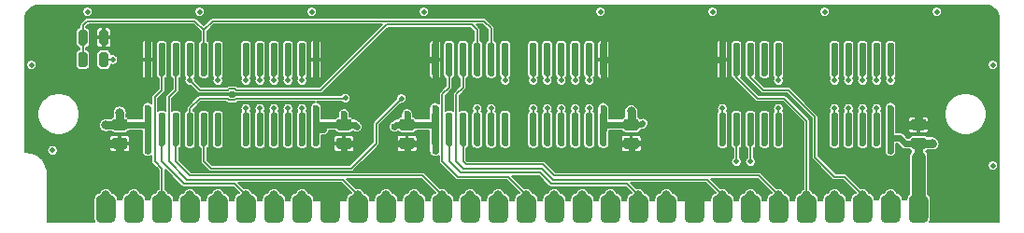
<source format=gtl>
G04 #@! TF.GenerationSoftware,KiCad,Pcbnew,(5.1.10-1-10_14)*
G04 #@! TF.CreationDate,2021-07-28T15:37:35-04:00*
G04 #@! TF.ProjectId,GW4191-SOJ,47573431-3931-42d5-934f-4a2e6b696361,1.0-SOJ*
G04 #@! TF.SameCoordinates,Original*
G04 #@! TF.FileFunction,Copper,L1,Top*
G04 #@! TF.FilePolarity,Positive*
%FSLAX46Y46*%
G04 Gerber Fmt 4.6, Leading zero omitted, Abs format (unit mm)*
G04 Created by KiCad (PCBNEW (5.1.10-1-10_14)) date 2021-07-28 15:37:35*
%MOMM*%
%LPD*%
G01*
G04 APERTURE LIST*
G04 #@! TA.AperFunction,ComponentPad*
%ADD10C,0.800000*%
G04 #@! TD*
G04 #@! TA.AperFunction,ViaPad*
%ADD11C,0.800000*%
G04 #@! TD*
G04 #@! TA.AperFunction,ViaPad*
%ADD12C,1.000000*%
G04 #@! TD*
G04 #@! TA.AperFunction,ViaPad*
%ADD13C,0.508000*%
G04 #@! TD*
G04 #@! TA.AperFunction,ViaPad*
%ADD14C,0.600000*%
G04 #@! TD*
G04 #@! TA.AperFunction,Conductor*
%ADD15C,1.270000*%
G04 #@! TD*
G04 #@! TA.AperFunction,Conductor*
%ADD16C,0.762000*%
G04 #@! TD*
G04 #@! TA.AperFunction,Conductor*
%ADD17C,0.800000*%
G04 #@! TD*
G04 #@! TA.AperFunction,Conductor*
%ADD18C,0.600000*%
G04 #@! TD*
G04 #@! TA.AperFunction,Conductor*
%ADD19C,0.508000*%
G04 #@! TD*
G04 #@! TA.AperFunction,Conductor*
%ADD20C,0.152400*%
G04 #@! TD*
G04 #@! TA.AperFunction,Conductor*
%ADD21C,0.100000*%
G04 #@! TD*
G04 APERTURE END LIST*
G04 #@! TA.AperFunction,SMDPad,CuDef*
G36*
G01*
X82931000Y-100901500D02*
X82931000Y-99250500D01*
G75*
G02*
X83375500Y-98806000I444500J0D01*
G01*
X84264500Y-98806000D01*
G75*
G02*
X84709000Y-99250500I0J-444500D01*
G01*
X84709000Y-100901500D01*
G75*
G02*
X84264500Y-101346000I-444500J0D01*
G01*
X83375500Y-101346000D01*
G75*
G02*
X82931000Y-100901500I0J444500D01*
G01*
G37*
G04 #@! TD.AperFunction*
G04 #@! TA.AperFunction,SMDPad,CuDef*
G36*
G01*
X85471000Y-100901500D02*
X85471000Y-99250500D01*
G75*
G02*
X85915500Y-98806000I444500J0D01*
G01*
X86804500Y-98806000D01*
G75*
G02*
X87249000Y-99250500I0J-444500D01*
G01*
X87249000Y-100901500D01*
G75*
G02*
X86804500Y-101346000I-444500J0D01*
G01*
X85915500Y-101346000D01*
G75*
G02*
X85471000Y-100901500I0J444500D01*
G01*
G37*
G04 #@! TD.AperFunction*
D10*
X88900000Y-98806000D03*
G04 #@! TA.AperFunction,SMDPad,CuDef*
G36*
G01*
X108331000Y-100901500D02*
X108331000Y-99250500D01*
G75*
G02*
X108775500Y-98806000I444500J0D01*
G01*
X109664500Y-98806000D01*
G75*
G02*
X110109000Y-99250500I0J-444500D01*
G01*
X110109000Y-100901500D01*
G75*
G02*
X109664500Y-101346000I-444500J0D01*
G01*
X108775500Y-101346000D01*
G75*
G02*
X108331000Y-100901500I0J444500D01*
G01*
G37*
G04 #@! TD.AperFunction*
G04 #@! TA.AperFunction,SMDPad,CuDef*
G36*
G01*
X93091000Y-100901500D02*
X93091000Y-99250500D01*
G75*
G02*
X93535500Y-98806000I444500J0D01*
G01*
X94424500Y-98806000D01*
G75*
G02*
X94869000Y-99250500I0J-444500D01*
G01*
X94869000Y-100901500D01*
G75*
G02*
X94424500Y-101346000I-444500J0D01*
G01*
X93535500Y-101346000D01*
G75*
G02*
X93091000Y-100901500I0J444500D01*
G01*
G37*
G04 #@! TD.AperFunction*
G04 #@! TA.AperFunction,SMDPad,CuDef*
G36*
G01*
X110871000Y-100901500D02*
X110871000Y-99250500D01*
G75*
G02*
X111315500Y-98806000I444500J0D01*
G01*
X112204500Y-98806000D01*
G75*
G02*
X112649000Y-99250500I0J-444500D01*
G01*
X112649000Y-100901500D01*
G75*
G02*
X112204500Y-101346000I-444500J0D01*
G01*
X111315500Y-101346000D01*
G75*
G02*
X110871000Y-100901500I0J444500D01*
G01*
G37*
G04 #@! TD.AperFunction*
G04 #@! TA.AperFunction,SMDPad,CuDef*
G36*
G01*
X146431000Y-100901500D02*
X146431000Y-99250500D01*
G75*
G02*
X146875500Y-98806000I444500J0D01*
G01*
X147764500Y-98806000D01*
G75*
G02*
X148209000Y-99250500I0J-444500D01*
G01*
X148209000Y-100901500D01*
G75*
G02*
X147764500Y-101346000I-444500J0D01*
G01*
X146875500Y-101346000D01*
G75*
G02*
X146431000Y-100901500I0J444500D01*
G01*
G37*
G04 #@! TD.AperFunction*
G04 #@! TA.AperFunction,SMDPad,CuDef*
G36*
G01*
X113411000Y-100901500D02*
X113411000Y-99250500D01*
G75*
G02*
X113855500Y-98806000I444500J0D01*
G01*
X114744500Y-98806000D01*
G75*
G02*
X115189000Y-99250500I0J-444500D01*
G01*
X115189000Y-100901500D01*
G75*
G02*
X114744500Y-101346000I-444500J0D01*
G01*
X113855500Y-101346000D01*
G75*
G02*
X113411000Y-100901500I0J444500D01*
G01*
G37*
G04 #@! TD.AperFunction*
G04 #@! TA.AperFunction,SMDPad,CuDef*
G36*
G01*
X115951000Y-100901500D02*
X115951000Y-99250500D01*
G75*
G02*
X116395500Y-98806000I444500J0D01*
G01*
X117284500Y-98806000D01*
G75*
G02*
X117729000Y-99250500I0J-444500D01*
G01*
X117729000Y-100901500D01*
G75*
G02*
X117284500Y-101346000I-444500J0D01*
G01*
X116395500Y-101346000D01*
G75*
G02*
X115951000Y-100901500I0J444500D01*
G01*
G37*
G04 #@! TD.AperFunction*
G04 #@! TA.AperFunction,SMDPad,CuDef*
G36*
G01*
X90551000Y-100901500D02*
X90551000Y-99250500D01*
G75*
G02*
X90995500Y-98806000I444500J0D01*
G01*
X91884500Y-98806000D01*
G75*
G02*
X92329000Y-99250500I0J-444500D01*
G01*
X92329000Y-100901500D01*
G75*
G02*
X91884500Y-101346000I-444500J0D01*
G01*
X90995500Y-101346000D01*
G75*
G02*
X90551000Y-100901500I0J444500D01*
G01*
G37*
G04 #@! TD.AperFunction*
G04 #@! TA.AperFunction,SMDPad,CuDef*
G36*
G01*
X154051000Y-100901500D02*
X154051000Y-99250500D01*
G75*
G02*
X154495500Y-98806000I444500J0D01*
G01*
X155384500Y-98806000D01*
G75*
G02*
X155829000Y-99250500I0J-444500D01*
G01*
X155829000Y-100901500D01*
G75*
G02*
X155384500Y-101346000I-444500J0D01*
G01*
X154495500Y-101346000D01*
G75*
G02*
X154051000Y-100901500I0J444500D01*
G01*
G37*
G04 #@! TD.AperFunction*
G04 #@! TA.AperFunction,SMDPad,CuDef*
G36*
G01*
X88011000Y-100901500D02*
X88011000Y-99250500D01*
G75*
G02*
X88455500Y-98806000I444500J0D01*
G01*
X89344500Y-98806000D01*
G75*
G02*
X89789000Y-99250500I0J-444500D01*
G01*
X89789000Y-100901500D01*
G75*
G02*
X89344500Y-101346000I-444500J0D01*
G01*
X88455500Y-101346000D01*
G75*
G02*
X88011000Y-100901500I0J444500D01*
G01*
G37*
G04 #@! TD.AperFunction*
G04 #@! TA.AperFunction,SMDPad,CuDef*
G36*
G01*
X141351000Y-100901500D02*
X141351000Y-99250500D01*
G75*
G02*
X141795500Y-98806000I444500J0D01*
G01*
X142684500Y-98806000D01*
G75*
G02*
X143129000Y-99250500I0J-444500D01*
G01*
X143129000Y-100901500D01*
G75*
G02*
X142684500Y-101346000I-444500J0D01*
G01*
X141795500Y-101346000D01*
G75*
G02*
X141351000Y-100901500I0J444500D01*
G01*
G37*
G04 #@! TD.AperFunction*
G04 #@! TA.AperFunction,SMDPad,CuDef*
G36*
G01*
X121031000Y-100901500D02*
X121031000Y-99250500D01*
G75*
G02*
X121475500Y-98806000I444500J0D01*
G01*
X122364500Y-98806000D01*
G75*
G02*
X122809000Y-99250500I0J-444500D01*
G01*
X122809000Y-100901500D01*
G75*
G02*
X122364500Y-101346000I-444500J0D01*
G01*
X121475500Y-101346000D01*
G75*
G02*
X121031000Y-100901500I0J444500D01*
G01*
G37*
G04 #@! TD.AperFunction*
G04 #@! TA.AperFunction,SMDPad,CuDef*
G36*
G01*
X131191000Y-100901500D02*
X131191000Y-99250500D01*
G75*
G02*
X131635500Y-98806000I444500J0D01*
G01*
X132524500Y-98806000D01*
G75*
G02*
X132969000Y-99250500I0J-444500D01*
G01*
X132969000Y-100901500D01*
G75*
G02*
X132524500Y-101346000I-444500J0D01*
G01*
X131635500Y-101346000D01*
G75*
G02*
X131191000Y-100901500I0J444500D01*
G01*
G37*
G04 #@! TD.AperFunction*
G04 #@! TA.AperFunction,SMDPad,CuDef*
G36*
G01*
X138811000Y-100901500D02*
X138811000Y-99250500D01*
G75*
G02*
X139255500Y-98806000I444500J0D01*
G01*
X140144500Y-98806000D01*
G75*
G02*
X140589000Y-99250500I0J-444500D01*
G01*
X140589000Y-100901500D01*
G75*
G02*
X140144500Y-101346000I-444500J0D01*
G01*
X139255500Y-101346000D01*
G75*
G02*
X138811000Y-100901500I0J444500D01*
G01*
G37*
G04 #@! TD.AperFunction*
G04 #@! TA.AperFunction,SMDPad,CuDef*
G36*
G01*
X103251000Y-100901500D02*
X103251000Y-99250500D01*
G75*
G02*
X103695500Y-98806000I444500J0D01*
G01*
X104584500Y-98806000D01*
G75*
G02*
X105029000Y-99250500I0J-444500D01*
G01*
X105029000Y-100901500D01*
G75*
G02*
X104584500Y-101346000I-444500J0D01*
G01*
X103695500Y-101346000D01*
G75*
G02*
X103251000Y-100901500I0J444500D01*
G01*
G37*
G04 #@! TD.AperFunction*
G04 #@! TA.AperFunction,SMDPad,CuDef*
G36*
G01*
X126111000Y-100901500D02*
X126111000Y-99250500D01*
G75*
G02*
X126555500Y-98806000I444500J0D01*
G01*
X127444500Y-98806000D01*
G75*
G02*
X127889000Y-99250500I0J-444500D01*
G01*
X127889000Y-100901500D01*
G75*
G02*
X127444500Y-101346000I-444500J0D01*
G01*
X126555500Y-101346000D01*
G75*
G02*
X126111000Y-100901500I0J444500D01*
G01*
G37*
G04 #@! TD.AperFunction*
G04 #@! TA.AperFunction,SMDPad,CuDef*
G36*
G01*
X133731000Y-100901500D02*
X133731000Y-99250500D01*
G75*
G02*
X134175500Y-98806000I444500J0D01*
G01*
X135064500Y-98806000D01*
G75*
G02*
X135509000Y-99250500I0J-444500D01*
G01*
X135509000Y-100901500D01*
G75*
G02*
X135064500Y-101346000I-444500J0D01*
G01*
X134175500Y-101346000D01*
G75*
G02*
X133731000Y-100901500I0J444500D01*
G01*
G37*
G04 #@! TD.AperFunction*
G04 #@! TA.AperFunction,SMDPad,CuDef*
G36*
G01*
X128651000Y-100901500D02*
X128651000Y-99250500D01*
G75*
G02*
X129095500Y-98806000I444500J0D01*
G01*
X129984500Y-98806000D01*
G75*
G02*
X130429000Y-99250500I0J-444500D01*
G01*
X130429000Y-100901500D01*
G75*
G02*
X129984500Y-101346000I-444500J0D01*
G01*
X129095500Y-101346000D01*
G75*
G02*
X128651000Y-100901500I0J444500D01*
G01*
G37*
G04 #@! TD.AperFunction*
G04 #@! TA.AperFunction,SMDPad,CuDef*
G36*
G01*
X105791000Y-100901500D02*
X105791000Y-99250500D01*
G75*
G02*
X106235500Y-98806000I444500J0D01*
G01*
X107124500Y-98806000D01*
G75*
G02*
X107569000Y-99250500I0J-444500D01*
G01*
X107569000Y-100901500D01*
G75*
G02*
X107124500Y-101346000I-444500J0D01*
G01*
X106235500Y-101346000D01*
G75*
G02*
X105791000Y-100901500I0J444500D01*
G01*
G37*
G04 #@! TD.AperFunction*
G04 #@! TA.AperFunction,SMDPad,CuDef*
G36*
G01*
X136271000Y-100901500D02*
X136271000Y-99250500D01*
G75*
G02*
X136715500Y-98806000I444500J0D01*
G01*
X137604500Y-98806000D01*
G75*
G02*
X138049000Y-99250500I0J-444500D01*
G01*
X138049000Y-100901500D01*
G75*
G02*
X137604500Y-101346000I-444500J0D01*
G01*
X136715500Y-101346000D01*
G75*
G02*
X136271000Y-100901500I0J444500D01*
G01*
G37*
G04 #@! TD.AperFunction*
G04 #@! TA.AperFunction,SMDPad,CuDef*
G36*
G01*
X95631000Y-100901500D02*
X95631000Y-99250500D01*
G75*
G02*
X96075500Y-98806000I444500J0D01*
G01*
X96964500Y-98806000D01*
G75*
G02*
X97409000Y-99250500I0J-444500D01*
G01*
X97409000Y-100901500D01*
G75*
G02*
X96964500Y-101346000I-444500J0D01*
G01*
X96075500Y-101346000D01*
G75*
G02*
X95631000Y-100901500I0J444500D01*
G01*
G37*
G04 #@! TD.AperFunction*
G04 #@! TA.AperFunction,SMDPad,CuDef*
G36*
G01*
X123571000Y-100901500D02*
X123571000Y-99250500D01*
G75*
G02*
X124015500Y-98806000I444500J0D01*
G01*
X124904500Y-98806000D01*
G75*
G02*
X125349000Y-99250500I0J-444500D01*
G01*
X125349000Y-100901500D01*
G75*
G02*
X124904500Y-101346000I-444500J0D01*
G01*
X124015500Y-101346000D01*
G75*
G02*
X123571000Y-100901500I0J444500D01*
G01*
G37*
G04 #@! TD.AperFunction*
G04 #@! TA.AperFunction,SMDPad,CuDef*
G36*
G01*
X98171000Y-100901500D02*
X98171000Y-99250500D01*
G75*
G02*
X98615500Y-98806000I444500J0D01*
G01*
X99504500Y-98806000D01*
G75*
G02*
X99949000Y-99250500I0J-444500D01*
G01*
X99949000Y-100901500D01*
G75*
G02*
X99504500Y-101346000I-444500J0D01*
G01*
X98615500Y-101346000D01*
G75*
G02*
X98171000Y-100901500I0J444500D01*
G01*
G37*
G04 #@! TD.AperFunction*
G04 #@! TA.AperFunction,SMDPad,CuDef*
G36*
G01*
X100711000Y-100901500D02*
X100711000Y-99250500D01*
G75*
G02*
X101155500Y-98806000I444500J0D01*
G01*
X102044500Y-98806000D01*
G75*
G02*
X102489000Y-99250500I0J-444500D01*
G01*
X102489000Y-100901500D01*
G75*
G02*
X102044500Y-101346000I-444500J0D01*
G01*
X101155500Y-101346000D01*
G75*
G02*
X100711000Y-100901500I0J444500D01*
G01*
G37*
G04 #@! TD.AperFunction*
G04 #@! TA.AperFunction,SMDPad,CuDef*
G36*
G01*
X148971000Y-100901500D02*
X148971000Y-99250500D01*
G75*
G02*
X149415500Y-98806000I444500J0D01*
G01*
X150304500Y-98806000D01*
G75*
G02*
X150749000Y-99250500I0J-444500D01*
G01*
X150749000Y-100901500D01*
G75*
G02*
X150304500Y-101346000I-444500J0D01*
G01*
X149415500Y-101346000D01*
G75*
G02*
X148971000Y-100901500I0J444500D01*
G01*
G37*
G04 #@! TD.AperFunction*
G04 #@! TA.AperFunction,SMDPad,CuDef*
G36*
G01*
X151511000Y-100901500D02*
X151511000Y-99250500D01*
G75*
G02*
X151955500Y-98806000I444500J0D01*
G01*
X152844500Y-98806000D01*
G75*
G02*
X153289000Y-99250500I0J-444500D01*
G01*
X153289000Y-100901500D01*
G75*
G02*
X152844500Y-101346000I-444500J0D01*
G01*
X151955500Y-101346000D01*
G75*
G02*
X151511000Y-100901500I0J444500D01*
G01*
G37*
G04 #@! TD.AperFunction*
G04 #@! TA.AperFunction,SMDPad,CuDef*
G36*
G01*
X156591000Y-100901500D02*
X156591000Y-99250500D01*
G75*
G02*
X157035500Y-98806000I444500J0D01*
G01*
X157924500Y-98806000D01*
G75*
G02*
X158369000Y-99250500I0J-444500D01*
G01*
X158369000Y-100901500D01*
G75*
G02*
X157924500Y-101346000I-444500J0D01*
G01*
X157035500Y-101346000D01*
G75*
G02*
X156591000Y-100901500I0J444500D01*
G01*
G37*
G04 #@! TD.AperFunction*
G04 #@! TA.AperFunction,SMDPad,CuDef*
G36*
G01*
X118491000Y-100901500D02*
X118491000Y-99250500D01*
G75*
G02*
X118935500Y-98806000I444500J0D01*
G01*
X119824500Y-98806000D01*
G75*
G02*
X120269000Y-99250500I0J-444500D01*
G01*
X120269000Y-100901500D01*
G75*
G02*
X119824500Y-101346000I-444500J0D01*
G01*
X118935500Y-101346000D01*
G75*
G02*
X118491000Y-100901500I0J444500D01*
G01*
G37*
G04 #@! TD.AperFunction*
G04 #@! TA.AperFunction,SMDPad,CuDef*
G36*
G01*
X143891000Y-100901500D02*
X143891000Y-99250500D01*
G75*
G02*
X144335500Y-98806000I444500J0D01*
G01*
X145224500Y-98806000D01*
G75*
G02*
X145669000Y-99250500I0J-444500D01*
G01*
X145669000Y-100901500D01*
G75*
G02*
X145224500Y-101346000I-444500J0D01*
G01*
X144335500Y-101346000D01*
G75*
G02*
X143891000Y-100901500I0J444500D01*
G01*
G37*
G04 #@! TD.AperFunction*
X86360000Y-98806000D03*
X83820000Y-98806000D03*
X93980000Y-98806000D03*
X91440000Y-98806000D03*
X96520000Y-98806000D03*
X99060000Y-98806000D03*
X104140000Y-98806000D03*
X101600000Y-98806000D03*
X109220000Y-98806000D03*
X106680000Y-98806000D03*
X111760000Y-98806000D03*
X116840000Y-98806000D03*
X114300000Y-98806000D03*
X119380000Y-98806000D03*
X124460000Y-98806000D03*
X121920000Y-98806000D03*
X127000000Y-98806000D03*
X149860000Y-98806000D03*
X147320000Y-98806000D03*
X152400000Y-98806000D03*
X134620000Y-98806000D03*
X132080000Y-98806000D03*
X137160000Y-98806000D03*
X142240000Y-98806000D03*
X139700000Y-98806000D03*
X144780000Y-98806000D03*
X129540000Y-98806000D03*
X154940000Y-98806000D03*
X157480000Y-98806000D03*
G04 #@! TA.AperFunction,SMDPad,CuDef*
G36*
G01*
X84652500Y-93582000D02*
X85527500Y-93582000D01*
G75*
G02*
X85790000Y-93844500I0J-262500D01*
G01*
X85790000Y-94369500D01*
G75*
G02*
X85527500Y-94632000I-262500J0D01*
G01*
X84652500Y-94632000D01*
G75*
G02*
X84390000Y-94369500I0J262500D01*
G01*
X84390000Y-93844500D01*
G75*
G02*
X84652500Y-93582000I262500J0D01*
G01*
G37*
G04 #@! TD.AperFunction*
G04 #@! TA.AperFunction,SMDPad,CuDef*
G36*
G01*
X84652500Y-91882000D02*
X85527500Y-91882000D01*
G75*
G02*
X85790000Y-92144500I0J-262500D01*
G01*
X85790000Y-92669500D01*
G75*
G02*
X85527500Y-92932000I-262500J0D01*
G01*
X84652500Y-92932000D01*
G75*
G02*
X84390000Y-92669500I0J262500D01*
G01*
X84390000Y-92144500D01*
G75*
G02*
X84652500Y-91882000I262500J0D01*
G01*
G37*
G04 #@! TD.AperFunction*
G04 #@! TA.AperFunction,SMDPad,CuDef*
G36*
G01*
X104972500Y-93582000D02*
X105847500Y-93582000D01*
G75*
G02*
X106110000Y-93844500I0J-262500D01*
G01*
X106110000Y-94369500D01*
G75*
G02*
X105847500Y-94632000I-262500J0D01*
G01*
X104972500Y-94632000D01*
G75*
G02*
X104710000Y-94369500I0J262500D01*
G01*
X104710000Y-93844500D01*
G75*
G02*
X104972500Y-93582000I262500J0D01*
G01*
G37*
G04 #@! TD.AperFunction*
G04 #@! TA.AperFunction,SMDPad,CuDef*
G36*
G01*
X104972500Y-91882000D02*
X105847500Y-91882000D01*
G75*
G02*
X106110000Y-92144500I0J-262500D01*
G01*
X106110000Y-92669500D01*
G75*
G02*
X105847500Y-92932000I-262500J0D01*
G01*
X104972500Y-92932000D01*
G75*
G02*
X104710000Y-92669500I0J262500D01*
G01*
X104710000Y-92144500D01*
G75*
G02*
X104972500Y-91882000I262500J0D01*
G01*
G37*
G04 #@! TD.AperFunction*
G04 #@! TA.AperFunction,SMDPad,CuDef*
G36*
G01*
X110687500Y-93582000D02*
X111562500Y-93582000D01*
G75*
G02*
X111825000Y-93844500I0J-262500D01*
G01*
X111825000Y-94369500D01*
G75*
G02*
X111562500Y-94632000I-262500J0D01*
G01*
X110687500Y-94632000D01*
G75*
G02*
X110425000Y-94369500I0J262500D01*
G01*
X110425000Y-93844500D01*
G75*
G02*
X110687500Y-93582000I262500J0D01*
G01*
G37*
G04 #@! TD.AperFunction*
G04 #@! TA.AperFunction,SMDPad,CuDef*
G36*
G01*
X110687500Y-91882000D02*
X111562500Y-91882000D01*
G75*
G02*
X111825000Y-92144500I0J-262500D01*
G01*
X111825000Y-92669500D01*
G75*
G02*
X111562500Y-92932000I-262500J0D01*
G01*
X110687500Y-92932000D01*
G75*
G02*
X110425000Y-92669500I0J262500D01*
G01*
X110425000Y-92144500D01*
G75*
G02*
X110687500Y-91882000I262500J0D01*
G01*
G37*
G04 #@! TD.AperFunction*
G04 #@! TA.AperFunction,SMDPad,CuDef*
G36*
G01*
X157917500Y-92932000D02*
X157042500Y-92932000D01*
G75*
G02*
X156780000Y-92669500I0J262500D01*
G01*
X156780000Y-92144500D01*
G75*
G02*
X157042500Y-91882000I262500J0D01*
G01*
X157917500Y-91882000D01*
G75*
G02*
X158180000Y-92144500I0J-262500D01*
G01*
X158180000Y-92669500D01*
G75*
G02*
X157917500Y-92932000I-262500J0D01*
G01*
G37*
G04 #@! TD.AperFunction*
G04 #@! TA.AperFunction,SMDPad,CuDef*
G36*
G01*
X157917500Y-94632000D02*
X157042500Y-94632000D01*
G75*
G02*
X156780000Y-94369500I0J262500D01*
G01*
X156780000Y-93844500D01*
G75*
G02*
X157042500Y-93582000I262500J0D01*
G01*
X157917500Y-93582000D01*
G75*
G02*
X158180000Y-93844500I0J-262500D01*
G01*
X158180000Y-94369500D01*
G75*
G02*
X157917500Y-94632000I-262500J0D01*
G01*
G37*
G04 #@! TD.AperFunction*
G04 #@! TA.AperFunction,SMDPad,CuDef*
G36*
G01*
X131007500Y-93582000D02*
X131882500Y-93582000D01*
G75*
G02*
X132145000Y-93844500I0J-262500D01*
G01*
X132145000Y-94369500D01*
G75*
G02*
X131882500Y-94632000I-262500J0D01*
G01*
X131007500Y-94632000D01*
G75*
G02*
X130745000Y-94369500I0J262500D01*
G01*
X130745000Y-93844500D01*
G75*
G02*
X131007500Y-93582000I262500J0D01*
G01*
G37*
G04 #@! TD.AperFunction*
G04 #@! TA.AperFunction,SMDPad,CuDef*
G36*
G01*
X131007500Y-91882000D02*
X131882500Y-91882000D01*
G75*
G02*
X132145000Y-92144500I0J-262500D01*
G01*
X132145000Y-92669500D01*
G75*
G02*
X131882500Y-92932000I-262500J0D01*
G01*
X131007500Y-92932000D01*
G75*
G02*
X130745000Y-92669500I0J262500D01*
G01*
X130745000Y-92144500D01*
G75*
G02*
X131007500Y-91882000I262500J0D01*
G01*
G37*
G04 #@! TD.AperFunction*
G04 #@! TA.AperFunction,SMDPad,CuDef*
G36*
G01*
X82175000Y-86012500D02*
X82175000Y-86987500D01*
G75*
G02*
X81962500Y-87200000I-212500J0D01*
G01*
X81537500Y-87200000D01*
G75*
G02*
X81325000Y-86987500I0J212500D01*
G01*
X81325000Y-86012500D01*
G75*
G02*
X81537500Y-85800000I212500J0D01*
G01*
X81962500Y-85800000D01*
G75*
G02*
X82175000Y-86012500I0J-212500D01*
G01*
G37*
G04 #@! TD.AperFunction*
G04 #@! TA.AperFunction,SMDPad,CuDef*
G36*
G01*
X84075000Y-86012500D02*
X84075000Y-86987500D01*
G75*
G02*
X83862500Y-87200000I-212500J0D01*
G01*
X83437500Y-87200000D01*
G75*
G02*
X83225000Y-86987500I0J212500D01*
G01*
X83225000Y-86012500D01*
G75*
G02*
X83437500Y-85800000I212500J0D01*
G01*
X83862500Y-85800000D01*
G75*
G02*
X84075000Y-86012500I0J-212500D01*
G01*
G37*
G04 #@! TD.AperFunction*
G04 #@! TA.AperFunction,SMDPad,CuDef*
G36*
G01*
X83225000Y-84987500D02*
X83225000Y-84012500D01*
G75*
G02*
X83437500Y-83800000I212500J0D01*
G01*
X83862500Y-83800000D01*
G75*
G02*
X84075000Y-84012500I0J-212500D01*
G01*
X84075000Y-84987500D01*
G75*
G02*
X83862500Y-85200000I-212500J0D01*
G01*
X83437500Y-85200000D01*
G75*
G02*
X83225000Y-84987500I0J212500D01*
G01*
G37*
G04 #@! TD.AperFunction*
G04 #@! TA.AperFunction,SMDPad,CuDef*
G36*
G01*
X81325000Y-84987500D02*
X81325000Y-84012500D01*
G75*
G02*
X81537500Y-83800000I212500J0D01*
G01*
X81962500Y-83800000D01*
G75*
G02*
X82175000Y-84012500I0J-212500D01*
G01*
X82175000Y-84987500D01*
G75*
G02*
X81962500Y-85200000I-212500J0D01*
G01*
X81537500Y-85200000D01*
G75*
G02*
X81325000Y-84987500I0J212500D01*
G01*
G37*
G04 #@! TD.AperFunction*
G04 #@! TA.AperFunction,SMDPad,CuDef*
G36*
G01*
X122705000Y-94361000D02*
X122405000Y-94361000D01*
G75*
G02*
X122255000Y-94211000I0J150000D01*
G01*
X122255000Y-91463000D01*
G75*
G02*
X122405000Y-91313000I150000J0D01*
G01*
X122705000Y-91313000D01*
G75*
G02*
X122855000Y-91463000I0J-150000D01*
G01*
X122855000Y-94211000D01*
G75*
G02*
X122705000Y-94361000I-150000J0D01*
G01*
G37*
G04 #@! TD.AperFunction*
G04 #@! TA.AperFunction,SMDPad,CuDef*
G36*
G01*
X122705000Y-88011000D02*
X122405000Y-88011000D01*
G75*
G02*
X122255000Y-87861000I0J150000D01*
G01*
X122255000Y-85113000D01*
G75*
G02*
X122405000Y-84963000I150000J0D01*
G01*
X122705000Y-84963000D01*
G75*
G02*
X122855000Y-85113000I0J-150000D01*
G01*
X122855000Y-87861000D01*
G75*
G02*
X122705000Y-88011000I-150000J0D01*
G01*
G37*
G04 #@! TD.AperFunction*
G04 #@! TA.AperFunction,SMDPad,CuDef*
G36*
G01*
X120165000Y-94361000D02*
X119865000Y-94361000D01*
G75*
G02*
X119715000Y-94211000I0J150000D01*
G01*
X119715000Y-91463000D01*
G75*
G02*
X119865000Y-91313000I150000J0D01*
G01*
X120165000Y-91313000D01*
G75*
G02*
X120315000Y-91463000I0J-150000D01*
G01*
X120315000Y-94211000D01*
G75*
G02*
X120165000Y-94361000I-150000J0D01*
G01*
G37*
G04 #@! TD.AperFunction*
G04 #@! TA.AperFunction,SMDPad,CuDef*
G36*
G01*
X120165000Y-88011000D02*
X119865000Y-88011000D01*
G75*
G02*
X119715000Y-87861000I0J150000D01*
G01*
X119715000Y-85113000D01*
G75*
G02*
X119865000Y-84963000I150000J0D01*
G01*
X120165000Y-84963000D01*
G75*
G02*
X120315000Y-85113000I0J-150000D01*
G01*
X120315000Y-87861000D01*
G75*
G02*
X120165000Y-88011000I-150000J0D01*
G01*
G37*
G04 #@! TD.AperFunction*
G04 #@! TA.AperFunction,SMDPad,CuDef*
G36*
G01*
X113815000Y-94361000D02*
X113515000Y-94361000D01*
G75*
G02*
X113365000Y-94211000I0J150000D01*
G01*
X113365000Y-91463000D01*
G75*
G02*
X113515000Y-91313000I150000J0D01*
G01*
X113815000Y-91313000D01*
G75*
G02*
X113965000Y-91463000I0J-150000D01*
G01*
X113965000Y-94211000D01*
G75*
G02*
X113815000Y-94361000I-150000J0D01*
G01*
G37*
G04 #@! TD.AperFunction*
G04 #@! TA.AperFunction,SMDPad,CuDef*
G36*
G01*
X115085000Y-94361000D02*
X114785000Y-94361000D01*
G75*
G02*
X114635000Y-94211000I0J150000D01*
G01*
X114635000Y-91463000D01*
G75*
G02*
X114785000Y-91313000I150000J0D01*
G01*
X115085000Y-91313000D01*
G75*
G02*
X115235000Y-91463000I0J-150000D01*
G01*
X115235000Y-94211000D01*
G75*
G02*
X115085000Y-94361000I-150000J0D01*
G01*
G37*
G04 #@! TD.AperFunction*
G04 #@! TA.AperFunction,SMDPad,CuDef*
G36*
G01*
X116355000Y-94361000D02*
X116055000Y-94361000D01*
G75*
G02*
X115905000Y-94211000I0J150000D01*
G01*
X115905000Y-91463000D01*
G75*
G02*
X116055000Y-91313000I150000J0D01*
G01*
X116355000Y-91313000D01*
G75*
G02*
X116505000Y-91463000I0J-150000D01*
G01*
X116505000Y-94211000D01*
G75*
G02*
X116355000Y-94361000I-150000J0D01*
G01*
G37*
G04 #@! TD.AperFunction*
G04 #@! TA.AperFunction,SMDPad,CuDef*
G36*
G01*
X117625000Y-94361000D02*
X117325000Y-94361000D01*
G75*
G02*
X117175000Y-94211000I0J150000D01*
G01*
X117175000Y-91463000D01*
G75*
G02*
X117325000Y-91313000I150000J0D01*
G01*
X117625000Y-91313000D01*
G75*
G02*
X117775000Y-91463000I0J-150000D01*
G01*
X117775000Y-94211000D01*
G75*
G02*
X117625000Y-94361000I-150000J0D01*
G01*
G37*
G04 #@! TD.AperFunction*
G04 #@! TA.AperFunction,SMDPad,CuDef*
G36*
G01*
X118895000Y-94361000D02*
X118595000Y-94361000D01*
G75*
G02*
X118445000Y-94211000I0J150000D01*
G01*
X118445000Y-91463000D01*
G75*
G02*
X118595000Y-91313000I150000J0D01*
G01*
X118895000Y-91313000D01*
G75*
G02*
X119045000Y-91463000I0J-150000D01*
G01*
X119045000Y-94211000D01*
G75*
G02*
X118895000Y-94361000I-150000J0D01*
G01*
G37*
G04 #@! TD.AperFunction*
G04 #@! TA.AperFunction,SMDPad,CuDef*
G36*
G01*
X123975000Y-94361000D02*
X123675000Y-94361000D01*
G75*
G02*
X123525000Y-94211000I0J150000D01*
G01*
X123525000Y-91463000D01*
G75*
G02*
X123675000Y-91313000I150000J0D01*
G01*
X123975000Y-91313000D01*
G75*
G02*
X124125000Y-91463000I0J-150000D01*
G01*
X124125000Y-94211000D01*
G75*
G02*
X123975000Y-94361000I-150000J0D01*
G01*
G37*
G04 #@! TD.AperFunction*
G04 #@! TA.AperFunction,SMDPad,CuDef*
G36*
G01*
X125245000Y-94361000D02*
X124945000Y-94361000D01*
G75*
G02*
X124795000Y-94211000I0J150000D01*
G01*
X124795000Y-91463000D01*
G75*
G02*
X124945000Y-91313000I150000J0D01*
G01*
X125245000Y-91313000D01*
G75*
G02*
X125395000Y-91463000I0J-150000D01*
G01*
X125395000Y-94211000D01*
G75*
G02*
X125245000Y-94361000I-150000J0D01*
G01*
G37*
G04 #@! TD.AperFunction*
G04 #@! TA.AperFunction,SMDPad,CuDef*
G36*
G01*
X126515000Y-94361000D02*
X126215000Y-94361000D01*
G75*
G02*
X126065000Y-94211000I0J150000D01*
G01*
X126065000Y-91463000D01*
G75*
G02*
X126215000Y-91313000I150000J0D01*
G01*
X126515000Y-91313000D01*
G75*
G02*
X126665000Y-91463000I0J-150000D01*
G01*
X126665000Y-94211000D01*
G75*
G02*
X126515000Y-94361000I-150000J0D01*
G01*
G37*
G04 #@! TD.AperFunction*
G04 #@! TA.AperFunction,SMDPad,CuDef*
G36*
G01*
X127785000Y-94361000D02*
X127485000Y-94361000D01*
G75*
G02*
X127335000Y-94211000I0J150000D01*
G01*
X127335000Y-91463000D01*
G75*
G02*
X127485000Y-91313000I150000J0D01*
G01*
X127785000Y-91313000D01*
G75*
G02*
X127935000Y-91463000I0J-150000D01*
G01*
X127935000Y-94211000D01*
G75*
G02*
X127785000Y-94361000I-150000J0D01*
G01*
G37*
G04 #@! TD.AperFunction*
G04 #@! TA.AperFunction,SMDPad,CuDef*
G36*
G01*
X129055000Y-94361000D02*
X128755000Y-94361000D01*
G75*
G02*
X128605000Y-94211000I0J150000D01*
G01*
X128605000Y-91463000D01*
G75*
G02*
X128755000Y-91313000I150000J0D01*
G01*
X129055000Y-91313000D01*
G75*
G02*
X129205000Y-91463000I0J-150000D01*
G01*
X129205000Y-94211000D01*
G75*
G02*
X129055000Y-94361000I-150000J0D01*
G01*
G37*
G04 #@! TD.AperFunction*
G04 #@! TA.AperFunction,SMDPad,CuDef*
G36*
G01*
X127785000Y-88011000D02*
X127485000Y-88011000D01*
G75*
G02*
X127335000Y-87861000I0J150000D01*
G01*
X127335000Y-85113000D01*
G75*
G02*
X127485000Y-84963000I150000J0D01*
G01*
X127785000Y-84963000D01*
G75*
G02*
X127935000Y-85113000I0J-150000D01*
G01*
X127935000Y-87861000D01*
G75*
G02*
X127785000Y-88011000I-150000J0D01*
G01*
G37*
G04 #@! TD.AperFunction*
G04 #@! TA.AperFunction,SMDPad,CuDef*
G36*
G01*
X126515000Y-88011000D02*
X126215000Y-88011000D01*
G75*
G02*
X126065000Y-87861000I0J150000D01*
G01*
X126065000Y-85113000D01*
G75*
G02*
X126215000Y-84963000I150000J0D01*
G01*
X126515000Y-84963000D01*
G75*
G02*
X126665000Y-85113000I0J-150000D01*
G01*
X126665000Y-87861000D01*
G75*
G02*
X126515000Y-88011000I-150000J0D01*
G01*
G37*
G04 #@! TD.AperFunction*
G04 #@! TA.AperFunction,SMDPad,CuDef*
G36*
G01*
X125245000Y-88011000D02*
X124945000Y-88011000D01*
G75*
G02*
X124795000Y-87861000I0J150000D01*
G01*
X124795000Y-85113000D01*
G75*
G02*
X124945000Y-84963000I150000J0D01*
G01*
X125245000Y-84963000D01*
G75*
G02*
X125395000Y-85113000I0J-150000D01*
G01*
X125395000Y-87861000D01*
G75*
G02*
X125245000Y-88011000I-150000J0D01*
G01*
G37*
G04 #@! TD.AperFunction*
G04 #@! TA.AperFunction,SMDPad,CuDef*
G36*
G01*
X123975000Y-88011000D02*
X123675000Y-88011000D01*
G75*
G02*
X123525000Y-87861000I0J150000D01*
G01*
X123525000Y-85113000D01*
G75*
G02*
X123675000Y-84963000I150000J0D01*
G01*
X123975000Y-84963000D01*
G75*
G02*
X124125000Y-85113000I0J-150000D01*
G01*
X124125000Y-87861000D01*
G75*
G02*
X123975000Y-88011000I-150000J0D01*
G01*
G37*
G04 #@! TD.AperFunction*
G04 #@! TA.AperFunction,SMDPad,CuDef*
G36*
G01*
X118895000Y-88011000D02*
X118595000Y-88011000D01*
G75*
G02*
X118445000Y-87861000I0J150000D01*
G01*
X118445000Y-85113000D01*
G75*
G02*
X118595000Y-84963000I150000J0D01*
G01*
X118895000Y-84963000D01*
G75*
G02*
X119045000Y-85113000I0J-150000D01*
G01*
X119045000Y-87861000D01*
G75*
G02*
X118895000Y-88011000I-150000J0D01*
G01*
G37*
G04 #@! TD.AperFunction*
G04 #@! TA.AperFunction,SMDPad,CuDef*
G36*
G01*
X117625000Y-88011000D02*
X117325000Y-88011000D01*
G75*
G02*
X117175000Y-87861000I0J150000D01*
G01*
X117175000Y-85113000D01*
G75*
G02*
X117325000Y-84963000I150000J0D01*
G01*
X117625000Y-84963000D01*
G75*
G02*
X117775000Y-85113000I0J-150000D01*
G01*
X117775000Y-87861000D01*
G75*
G02*
X117625000Y-88011000I-150000J0D01*
G01*
G37*
G04 #@! TD.AperFunction*
G04 #@! TA.AperFunction,SMDPad,CuDef*
G36*
G01*
X116355000Y-88011000D02*
X116055000Y-88011000D01*
G75*
G02*
X115905000Y-87861000I0J150000D01*
G01*
X115905000Y-85113000D01*
G75*
G02*
X116055000Y-84963000I150000J0D01*
G01*
X116355000Y-84963000D01*
G75*
G02*
X116505000Y-85113000I0J-150000D01*
G01*
X116505000Y-87861000D01*
G75*
G02*
X116355000Y-88011000I-150000J0D01*
G01*
G37*
G04 #@! TD.AperFunction*
G04 #@! TA.AperFunction,SMDPad,CuDef*
G36*
G01*
X115085000Y-88011000D02*
X114785000Y-88011000D01*
G75*
G02*
X114635000Y-87861000I0J150000D01*
G01*
X114635000Y-85113000D01*
G75*
G02*
X114785000Y-84963000I150000J0D01*
G01*
X115085000Y-84963000D01*
G75*
G02*
X115235000Y-85113000I0J-150000D01*
G01*
X115235000Y-87861000D01*
G75*
G02*
X115085000Y-88011000I-150000J0D01*
G01*
G37*
G04 #@! TD.AperFunction*
G04 #@! TA.AperFunction,SMDPad,CuDef*
G36*
G01*
X113815000Y-88011000D02*
X113515000Y-88011000D01*
G75*
G02*
X113365000Y-87861000I0J150000D01*
G01*
X113365000Y-85113000D01*
G75*
G02*
X113515000Y-84963000I150000J0D01*
G01*
X113815000Y-84963000D01*
G75*
G02*
X113965000Y-85113000I0J-150000D01*
G01*
X113965000Y-87861000D01*
G75*
G02*
X113815000Y-88011000I-150000J0D01*
G01*
G37*
G04 #@! TD.AperFunction*
G04 #@! TA.AperFunction,SMDPad,CuDef*
G36*
G01*
X129055000Y-88011000D02*
X128755000Y-88011000D01*
G75*
G02*
X128605000Y-87861000I0J150000D01*
G01*
X128605000Y-85113000D01*
G75*
G02*
X128755000Y-84963000I150000J0D01*
G01*
X129055000Y-84963000D01*
G75*
G02*
X129205000Y-85113000I0J-150000D01*
G01*
X129205000Y-87861000D01*
G75*
G02*
X129055000Y-88011000I-150000J0D01*
G01*
G37*
G04 #@! TD.AperFunction*
G04 #@! TA.AperFunction,SMDPad,CuDef*
G36*
G01*
X103020000Y-88011000D02*
X102720000Y-88011000D01*
G75*
G02*
X102570000Y-87861000I0J150000D01*
G01*
X102570000Y-85113000D01*
G75*
G02*
X102720000Y-84963000I150000J0D01*
G01*
X103020000Y-84963000D01*
G75*
G02*
X103170000Y-85113000I0J-150000D01*
G01*
X103170000Y-87861000D01*
G75*
G02*
X103020000Y-88011000I-150000J0D01*
G01*
G37*
G04 #@! TD.AperFunction*
G04 #@! TA.AperFunction,SMDPad,CuDef*
G36*
G01*
X87780000Y-88011000D02*
X87480000Y-88011000D01*
G75*
G02*
X87330000Y-87861000I0J150000D01*
G01*
X87330000Y-85113000D01*
G75*
G02*
X87480000Y-84963000I150000J0D01*
G01*
X87780000Y-84963000D01*
G75*
G02*
X87930000Y-85113000I0J-150000D01*
G01*
X87930000Y-87861000D01*
G75*
G02*
X87780000Y-88011000I-150000J0D01*
G01*
G37*
G04 #@! TD.AperFunction*
G04 #@! TA.AperFunction,SMDPad,CuDef*
G36*
G01*
X89050000Y-88011000D02*
X88750000Y-88011000D01*
G75*
G02*
X88600000Y-87861000I0J150000D01*
G01*
X88600000Y-85113000D01*
G75*
G02*
X88750000Y-84963000I150000J0D01*
G01*
X89050000Y-84963000D01*
G75*
G02*
X89200000Y-85113000I0J-150000D01*
G01*
X89200000Y-87861000D01*
G75*
G02*
X89050000Y-88011000I-150000J0D01*
G01*
G37*
G04 #@! TD.AperFunction*
G04 #@! TA.AperFunction,SMDPad,CuDef*
G36*
G01*
X90320000Y-88011000D02*
X90020000Y-88011000D01*
G75*
G02*
X89870000Y-87861000I0J150000D01*
G01*
X89870000Y-85113000D01*
G75*
G02*
X90020000Y-84963000I150000J0D01*
G01*
X90320000Y-84963000D01*
G75*
G02*
X90470000Y-85113000I0J-150000D01*
G01*
X90470000Y-87861000D01*
G75*
G02*
X90320000Y-88011000I-150000J0D01*
G01*
G37*
G04 #@! TD.AperFunction*
G04 #@! TA.AperFunction,SMDPad,CuDef*
G36*
G01*
X91590000Y-88011000D02*
X91290000Y-88011000D01*
G75*
G02*
X91140000Y-87861000I0J150000D01*
G01*
X91140000Y-85113000D01*
G75*
G02*
X91290000Y-84963000I150000J0D01*
G01*
X91590000Y-84963000D01*
G75*
G02*
X91740000Y-85113000I0J-150000D01*
G01*
X91740000Y-87861000D01*
G75*
G02*
X91590000Y-88011000I-150000J0D01*
G01*
G37*
G04 #@! TD.AperFunction*
G04 #@! TA.AperFunction,SMDPad,CuDef*
G36*
G01*
X92860000Y-88011000D02*
X92560000Y-88011000D01*
G75*
G02*
X92410000Y-87861000I0J150000D01*
G01*
X92410000Y-85113000D01*
G75*
G02*
X92560000Y-84963000I150000J0D01*
G01*
X92860000Y-84963000D01*
G75*
G02*
X93010000Y-85113000I0J-150000D01*
G01*
X93010000Y-87861000D01*
G75*
G02*
X92860000Y-88011000I-150000J0D01*
G01*
G37*
G04 #@! TD.AperFunction*
G04 #@! TA.AperFunction,SMDPad,CuDef*
G36*
G01*
X97940000Y-88011000D02*
X97640000Y-88011000D01*
G75*
G02*
X97490000Y-87861000I0J150000D01*
G01*
X97490000Y-85113000D01*
G75*
G02*
X97640000Y-84963000I150000J0D01*
G01*
X97940000Y-84963000D01*
G75*
G02*
X98090000Y-85113000I0J-150000D01*
G01*
X98090000Y-87861000D01*
G75*
G02*
X97940000Y-88011000I-150000J0D01*
G01*
G37*
G04 #@! TD.AperFunction*
G04 #@! TA.AperFunction,SMDPad,CuDef*
G36*
G01*
X99210000Y-88011000D02*
X98910000Y-88011000D01*
G75*
G02*
X98760000Y-87861000I0J150000D01*
G01*
X98760000Y-85113000D01*
G75*
G02*
X98910000Y-84963000I150000J0D01*
G01*
X99210000Y-84963000D01*
G75*
G02*
X99360000Y-85113000I0J-150000D01*
G01*
X99360000Y-87861000D01*
G75*
G02*
X99210000Y-88011000I-150000J0D01*
G01*
G37*
G04 #@! TD.AperFunction*
G04 #@! TA.AperFunction,SMDPad,CuDef*
G36*
G01*
X100480000Y-88011000D02*
X100180000Y-88011000D01*
G75*
G02*
X100030000Y-87861000I0J150000D01*
G01*
X100030000Y-85113000D01*
G75*
G02*
X100180000Y-84963000I150000J0D01*
G01*
X100480000Y-84963000D01*
G75*
G02*
X100630000Y-85113000I0J-150000D01*
G01*
X100630000Y-87861000D01*
G75*
G02*
X100480000Y-88011000I-150000J0D01*
G01*
G37*
G04 #@! TD.AperFunction*
G04 #@! TA.AperFunction,SMDPad,CuDef*
G36*
G01*
X101750000Y-88011000D02*
X101450000Y-88011000D01*
G75*
G02*
X101300000Y-87861000I0J150000D01*
G01*
X101300000Y-85113000D01*
G75*
G02*
X101450000Y-84963000I150000J0D01*
G01*
X101750000Y-84963000D01*
G75*
G02*
X101900000Y-85113000I0J-150000D01*
G01*
X101900000Y-87861000D01*
G75*
G02*
X101750000Y-88011000I-150000J0D01*
G01*
G37*
G04 #@! TD.AperFunction*
G04 #@! TA.AperFunction,SMDPad,CuDef*
G36*
G01*
X103020000Y-94361000D02*
X102720000Y-94361000D01*
G75*
G02*
X102570000Y-94211000I0J150000D01*
G01*
X102570000Y-91463000D01*
G75*
G02*
X102720000Y-91313000I150000J0D01*
G01*
X103020000Y-91313000D01*
G75*
G02*
X103170000Y-91463000I0J-150000D01*
G01*
X103170000Y-94211000D01*
G75*
G02*
X103020000Y-94361000I-150000J0D01*
G01*
G37*
G04 #@! TD.AperFunction*
G04 #@! TA.AperFunction,SMDPad,CuDef*
G36*
G01*
X101750000Y-94361000D02*
X101450000Y-94361000D01*
G75*
G02*
X101300000Y-94211000I0J150000D01*
G01*
X101300000Y-91463000D01*
G75*
G02*
X101450000Y-91313000I150000J0D01*
G01*
X101750000Y-91313000D01*
G75*
G02*
X101900000Y-91463000I0J-150000D01*
G01*
X101900000Y-94211000D01*
G75*
G02*
X101750000Y-94361000I-150000J0D01*
G01*
G37*
G04 #@! TD.AperFunction*
G04 #@! TA.AperFunction,SMDPad,CuDef*
G36*
G01*
X100480000Y-94361000D02*
X100180000Y-94361000D01*
G75*
G02*
X100030000Y-94211000I0J150000D01*
G01*
X100030000Y-91463000D01*
G75*
G02*
X100180000Y-91313000I150000J0D01*
G01*
X100480000Y-91313000D01*
G75*
G02*
X100630000Y-91463000I0J-150000D01*
G01*
X100630000Y-94211000D01*
G75*
G02*
X100480000Y-94361000I-150000J0D01*
G01*
G37*
G04 #@! TD.AperFunction*
G04 #@! TA.AperFunction,SMDPad,CuDef*
G36*
G01*
X99210000Y-94361000D02*
X98910000Y-94361000D01*
G75*
G02*
X98760000Y-94211000I0J150000D01*
G01*
X98760000Y-91463000D01*
G75*
G02*
X98910000Y-91313000I150000J0D01*
G01*
X99210000Y-91313000D01*
G75*
G02*
X99360000Y-91463000I0J-150000D01*
G01*
X99360000Y-94211000D01*
G75*
G02*
X99210000Y-94361000I-150000J0D01*
G01*
G37*
G04 #@! TD.AperFunction*
G04 #@! TA.AperFunction,SMDPad,CuDef*
G36*
G01*
X97940000Y-94361000D02*
X97640000Y-94361000D01*
G75*
G02*
X97490000Y-94211000I0J150000D01*
G01*
X97490000Y-91463000D01*
G75*
G02*
X97640000Y-91313000I150000J0D01*
G01*
X97940000Y-91313000D01*
G75*
G02*
X98090000Y-91463000I0J-150000D01*
G01*
X98090000Y-94211000D01*
G75*
G02*
X97940000Y-94361000I-150000J0D01*
G01*
G37*
G04 #@! TD.AperFunction*
G04 #@! TA.AperFunction,SMDPad,CuDef*
G36*
G01*
X92860000Y-94361000D02*
X92560000Y-94361000D01*
G75*
G02*
X92410000Y-94211000I0J150000D01*
G01*
X92410000Y-91463000D01*
G75*
G02*
X92560000Y-91313000I150000J0D01*
G01*
X92860000Y-91313000D01*
G75*
G02*
X93010000Y-91463000I0J-150000D01*
G01*
X93010000Y-94211000D01*
G75*
G02*
X92860000Y-94361000I-150000J0D01*
G01*
G37*
G04 #@! TD.AperFunction*
G04 #@! TA.AperFunction,SMDPad,CuDef*
G36*
G01*
X91590000Y-94361000D02*
X91290000Y-94361000D01*
G75*
G02*
X91140000Y-94211000I0J150000D01*
G01*
X91140000Y-91463000D01*
G75*
G02*
X91290000Y-91313000I150000J0D01*
G01*
X91590000Y-91313000D01*
G75*
G02*
X91740000Y-91463000I0J-150000D01*
G01*
X91740000Y-94211000D01*
G75*
G02*
X91590000Y-94361000I-150000J0D01*
G01*
G37*
G04 #@! TD.AperFunction*
G04 #@! TA.AperFunction,SMDPad,CuDef*
G36*
G01*
X90320000Y-94361000D02*
X90020000Y-94361000D01*
G75*
G02*
X89870000Y-94211000I0J150000D01*
G01*
X89870000Y-91463000D01*
G75*
G02*
X90020000Y-91313000I150000J0D01*
G01*
X90320000Y-91313000D01*
G75*
G02*
X90470000Y-91463000I0J-150000D01*
G01*
X90470000Y-94211000D01*
G75*
G02*
X90320000Y-94361000I-150000J0D01*
G01*
G37*
G04 #@! TD.AperFunction*
G04 #@! TA.AperFunction,SMDPad,CuDef*
G36*
G01*
X89050000Y-94361000D02*
X88750000Y-94361000D01*
G75*
G02*
X88600000Y-94211000I0J150000D01*
G01*
X88600000Y-91463000D01*
G75*
G02*
X88750000Y-91313000I150000J0D01*
G01*
X89050000Y-91313000D01*
G75*
G02*
X89200000Y-91463000I0J-150000D01*
G01*
X89200000Y-94211000D01*
G75*
G02*
X89050000Y-94361000I-150000J0D01*
G01*
G37*
G04 #@! TD.AperFunction*
G04 #@! TA.AperFunction,SMDPad,CuDef*
G36*
G01*
X87780000Y-94361000D02*
X87480000Y-94361000D01*
G75*
G02*
X87330000Y-94211000I0J150000D01*
G01*
X87330000Y-91463000D01*
G75*
G02*
X87480000Y-91313000I150000J0D01*
G01*
X87780000Y-91313000D01*
G75*
G02*
X87930000Y-91463000I0J-150000D01*
G01*
X87930000Y-94211000D01*
G75*
G02*
X87780000Y-94361000I-150000J0D01*
G01*
G37*
G04 #@! TD.AperFunction*
G04 #@! TA.AperFunction,SMDPad,CuDef*
G36*
G01*
X94130000Y-88011000D02*
X93830000Y-88011000D01*
G75*
G02*
X93680000Y-87861000I0J150000D01*
G01*
X93680000Y-85113000D01*
G75*
G02*
X93830000Y-84963000I150000J0D01*
G01*
X94130000Y-84963000D01*
G75*
G02*
X94280000Y-85113000I0J-150000D01*
G01*
X94280000Y-87861000D01*
G75*
G02*
X94130000Y-88011000I-150000J0D01*
G01*
G37*
G04 #@! TD.AperFunction*
G04 #@! TA.AperFunction,SMDPad,CuDef*
G36*
G01*
X94130000Y-94361000D02*
X93830000Y-94361000D01*
G75*
G02*
X93680000Y-94211000I0J150000D01*
G01*
X93680000Y-91463000D01*
G75*
G02*
X93830000Y-91313000I150000J0D01*
G01*
X94130000Y-91313000D01*
G75*
G02*
X94280000Y-91463000I0J-150000D01*
G01*
X94280000Y-94211000D01*
G75*
G02*
X94130000Y-94361000I-150000J0D01*
G01*
G37*
G04 #@! TD.AperFunction*
G04 #@! TA.AperFunction,SMDPad,CuDef*
G36*
G01*
X96670000Y-88011000D02*
X96370000Y-88011000D01*
G75*
G02*
X96220000Y-87861000I0J150000D01*
G01*
X96220000Y-85113000D01*
G75*
G02*
X96370000Y-84963000I150000J0D01*
G01*
X96670000Y-84963000D01*
G75*
G02*
X96820000Y-85113000I0J-150000D01*
G01*
X96820000Y-87861000D01*
G75*
G02*
X96670000Y-88011000I-150000J0D01*
G01*
G37*
G04 #@! TD.AperFunction*
G04 #@! TA.AperFunction,SMDPad,CuDef*
G36*
G01*
X96670000Y-94361000D02*
X96370000Y-94361000D01*
G75*
G02*
X96220000Y-94211000I0J150000D01*
G01*
X96220000Y-91463000D01*
G75*
G02*
X96370000Y-91313000I150000J0D01*
G01*
X96670000Y-91313000D01*
G75*
G02*
X96820000Y-91463000I0J-150000D01*
G01*
X96820000Y-94211000D01*
G75*
G02*
X96670000Y-94361000I-150000J0D01*
G01*
G37*
G04 #@! TD.AperFunction*
G04 #@! TA.AperFunction,SMDPad,CuDef*
G36*
G01*
X139850000Y-94361000D02*
X139550000Y-94361000D01*
G75*
G02*
X139400000Y-94211000I0J150000D01*
G01*
X139400000Y-91463000D01*
G75*
G02*
X139550000Y-91313000I150000J0D01*
G01*
X139850000Y-91313000D01*
G75*
G02*
X140000000Y-91463000I0J-150000D01*
G01*
X140000000Y-94211000D01*
G75*
G02*
X139850000Y-94361000I-150000J0D01*
G01*
G37*
G04 #@! TD.AperFunction*
G04 #@! TA.AperFunction,SMDPad,CuDef*
G36*
G01*
X141120000Y-94361000D02*
X140820000Y-94361000D01*
G75*
G02*
X140670000Y-94211000I0J150000D01*
G01*
X140670000Y-91463000D01*
G75*
G02*
X140820000Y-91313000I150000J0D01*
G01*
X141120000Y-91313000D01*
G75*
G02*
X141270000Y-91463000I0J-150000D01*
G01*
X141270000Y-94211000D01*
G75*
G02*
X141120000Y-94361000I-150000J0D01*
G01*
G37*
G04 #@! TD.AperFunction*
G04 #@! TA.AperFunction,SMDPad,CuDef*
G36*
G01*
X142390000Y-94361000D02*
X142090000Y-94361000D01*
G75*
G02*
X141940000Y-94211000I0J150000D01*
G01*
X141940000Y-91463000D01*
G75*
G02*
X142090000Y-91313000I150000J0D01*
G01*
X142390000Y-91313000D01*
G75*
G02*
X142540000Y-91463000I0J-150000D01*
G01*
X142540000Y-94211000D01*
G75*
G02*
X142390000Y-94361000I-150000J0D01*
G01*
G37*
G04 #@! TD.AperFunction*
G04 #@! TA.AperFunction,SMDPad,CuDef*
G36*
G01*
X143660000Y-94361000D02*
X143360000Y-94361000D01*
G75*
G02*
X143210000Y-94211000I0J150000D01*
G01*
X143210000Y-91463000D01*
G75*
G02*
X143360000Y-91313000I150000J0D01*
G01*
X143660000Y-91313000D01*
G75*
G02*
X143810000Y-91463000I0J-150000D01*
G01*
X143810000Y-94211000D01*
G75*
G02*
X143660000Y-94361000I-150000J0D01*
G01*
G37*
G04 #@! TD.AperFunction*
G04 #@! TA.AperFunction,SMDPad,CuDef*
G36*
G01*
X144930000Y-94361000D02*
X144630000Y-94361000D01*
G75*
G02*
X144480000Y-94211000I0J150000D01*
G01*
X144480000Y-91463000D01*
G75*
G02*
X144630000Y-91313000I150000J0D01*
G01*
X144930000Y-91313000D01*
G75*
G02*
X145080000Y-91463000I0J-150000D01*
G01*
X145080000Y-94211000D01*
G75*
G02*
X144930000Y-94361000I-150000J0D01*
G01*
G37*
G04 #@! TD.AperFunction*
G04 #@! TA.AperFunction,SMDPad,CuDef*
G36*
G01*
X150010000Y-94361000D02*
X149710000Y-94361000D01*
G75*
G02*
X149560000Y-94211000I0J150000D01*
G01*
X149560000Y-91463000D01*
G75*
G02*
X149710000Y-91313000I150000J0D01*
G01*
X150010000Y-91313000D01*
G75*
G02*
X150160000Y-91463000I0J-150000D01*
G01*
X150160000Y-94211000D01*
G75*
G02*
X150010000Y-94361000I-150000J0D01*
G01*
G37*
G04 #@! TD.AperFunction*
G04 #@! TA.AperFunction,SMDPad,CuDef*
G36*
G01*
X151280000Y-94361000D02*
X150980000Y-94361000D01*
G75*
G02*
X150830000Y-94211000I0J150000D01*
G01*
X150830000Y-91463000D01*
G75*
G02*
X150980000Y-91313000I150000J0D01*
G01*
X151280000Y-91313000D01*
G75*
G02*
X151430000Y-91463000I0J-150000D01*
G01*
X151430000Y-94211000D01*
G75*
G02*
X151280000Y-94361000I-150000J0D01*
G01*
G37*
G04 #@! TD.AperFunction*
G04 #@! TA.AperFunction,SMDPad,CuDef*
G36*
G01*
X152550000Y-94361000D02*
X152250000Y-94361000D01*
G75*
G02*
X152100000Y-94211000I0J150000D01*
G01*
X152100000Y-91463000D01*
G75*
G02*
X152250000Y-91313000I150000J0D01*
G01*
X152550000Y-91313000D01*
G75*
G02*
X152700000Y-91463000I0J-150000D01*
G01*
X152700000Y-94211000D01*
G75*
G02*
X152550000Y-94361000I-150000J0D01*
G01*
G37*
G04 #@! TD.AperFunction*
G04 #@! TA.AperFunction,SMDPad,CuDef*
G36*
G01*
X153820000Y-94361000D02*
X153520000Y-94361000D01*
G75*
G02*
X153370000Y-94211000I0J150000D01*
G01*
X153370000Y-91463000D01*
G75*
G02*
X153520000Y-91313000I150000J0D01*
G01*
X153820000Y-91313000D01*
G75*
G02*
X153970000Y-91463000I0J-150000D01*
G01*
X153970000Y-94211000D01*
G75*
G02*
X153820000Y-94361000I-150000J0D01*
G01*
G37*
G04 #@! TD.AperFunction*
G04 #@! TA.AperFunction,SMDPad,CuDef*
G36*
G01*
X155090000Y-94361000D02*
X154790000Y-94361000D01*
G75*
G02*
X154640000Y-94211000I0J150000D01*
G01*
X154640000Y-91463000D01*
G75*
G02*
X154790000Y-91313000I150000J0D01*
G01*
X155090000Y-91313000D01*
G75*
G02*
X155240000Y-91463000I0J-150000D01*
G01*
X155240000Y-94211000D01*
G75*
G02*
X155090000Y-94361000I-150000J0D01*
G01*
G37*
G04 #@! TD.AperFunction*
G04 #@! TA.AperFunction,SMDPad,CuDef*
G36*
G01*
X153820000Y-88011000D02*
X153520000Y-88011000D01*
G75*
G02*
X153370000Y-87861000I0J150000D01*
G01*
X153370000Y-85113000D01*
G75*
G02*
X153520000Y-84963000I150000J0D01*
G01*
X153820000Y-84963000D01*
G75*
G02*
X153970000Y-85113000I0J-150000D01*
G01*
X153970000Y-87861000D01*
G75*
G02*
X153820000Y-88011000I-150000J0D01*
G01*
G37*
G04 #@! TD.AperFunction*
G04 #@! TA.AperFunction,SMDPad,CuDef*
G36*
G01*
X152550000Y-88011000D02*
X152250000Y-88011000D01*
G75*
G02*
X152100000Y-87861000I0J150000D01*
G01*
X152100000Y-85113000D01*
G75*
G02*
X152250000Y-84963000I150000J0D01*
G01*
X152550000Y-84963000D01*
G75*
G02*
X152700000Y-85113000I0J-150000D01*
G01*
X152700000Y-87861000D01*
G75*
G02*
X152550000Y-88011000I-150000J0D01*
G01*
G37*
G04 #@! TD.AperFunction*
G04 #@! TA.AperFunction,SMDPad,CuDef*
G36*
G01*
X151280000Y-88011000D02*
X150980000Y-88011000D01*
G75*
G02*
X150830000Y-87861000I0J150000D01*
G01*
X150830000Y-85113000D01*
G75*
G02*
X150980000Y-84963000I150000J0D01*
G01*
X151280000Y-84963000D01*
G75*
G02*
X151430000Y-85113000I0J-150000D01*
G01*
X151430000Y-87861000D01*
G75*
G02*
X151280000Y-88011000I-150000J0D01*
G01*
G37*
G04 #@! TD.AperFunction*
G04 #@! TA.AperFunction,SMDPad,CuDef*
G36*
G01*
X150010000Y-88011000D02*
X149710000Y-88011000D01*
G75*
G02*
X149560000Y-87861000I0J150000D01*
G01*
X149560000Y-85113000D01*
G75*
G02*
X149710000Y-84963000I150000J0D01*
G01*
X150010000Y-84963000D01*
G75*
G02*
X150160000Y-85113000I0J-150000D01*
G01*
X150160000Y-87861000D01*
G75*
G02*
X150010000Y-88011000I-150000J0D01*
G01*
G37*
G04 #@! TD.AperFunction*
G04 #@! TA.AperFunction,SMDPad,CuDef*
G36*
G01*
X144930000Y-88011000D02*
X144630000Y-88011000D01*
G75*
G02*
X144480000Y-87861000I0J150000D01*
G01*
X144480000Y-85113000D01*
G75*
G02*
X144630000Y-84963000I150000J0D01*
G01*
X144930000Y-84963000D01*
G75*
G02*
X145080000Y-85113000I0J-150000D01*
G01*
X145080000Y-87861000D01*
G75*
G02*
X144930000Y-88011000I-150000J0D01*
G01*
G37*
G04 #@! TD.AperFunction*
G04 #@! TA.AperFunction,SMDPad,CuDef*
G36*
G01*
X143660000Y-88011000D02*
X143360000Y-88011000D01*
G75*
G02*
X143210000Y-87861000I0J150000D01*
G01*
X143210000Y-85113000D01*
G75*
G02*
X143360000Y-84963000I150000J0D01*
G01*
X143660000Y-84963000D01*
G75*
G02*
X143810000Y-85113000I0J-150000D01*
G01*
X143810000Y-87861000D01*
G75*
G02*
X143660000Y-88011000I-150000J0D01*
G01*
G37*
G04 #@! TD.AperFunction*
G04 #@! TA.AperFunction,SMDPad,CuDef*
G36*
G01*
X142390000Y-88011000D02*
X142090000Y-88011000D01*
G75*
G02*
X141940000Y-87861000I0J150000D01*
G01*
X141940000Y-85113000D01*
G75*
G02*
X142090000Y-84963000I150000J0D01*
G01*
X142390000Y-84963000D01*
G75*
G02*
X142540000Y-85113000I0J-150000D01*
G01*
X142540000Y-87861000D01*
G75*
G02*
X142390000Y-88011000I-150000J0D01*
G01*
G37*
G04 #@! TD.AperFunction*
G04 #@! TA.AperFunction,SMDPad,CuDef*
G36*
G01*
X141120000Y-88011000D02*
X140820000Y-88011000D01*
G75*
G02*
X140670000Y-87861000I0J150000D01*
G01*
X140670000Y-85113000D01*
G75*
G02*
X140820000Y-84963000I150000J0D01*
G01*
X141120000Y-84963000D01*
G75*
G02*
X141270000Y-85113000I0J-150000D01*
G01*
X141270000Y-87861000D01*
G75*
G02*
X141120000Y-88011000I-150000J0D01*
G01*
G37*
G04 #@! TD.AperFunction*
G04 #@! TA.AperFunction,SMDPad,CuDef*
G36*
G01*
X139850000Y-88011000D02*
X139550000Y-88011000D01*
G75*
G02*
X139400000Y-87861000I0J150000D01*
G01*
X139400000Y-85113000D01*
G75*
G02*
X139550000Y-84963000I150000J0D01*
G01*
X139850000Y-84963000D01*
G75*
G02*
X140000000Y-85113000I0J-150000D01*
G01*
X140000000Y-87861000D01*
G75*
G02*
X139850000Y-88011000I-150000J0D01*
G01*
G37*
G04 #@! TD.AperFunction*
G04 #@! TA.AperFunction,SMDPad,CuDef*
G36*
G01*
X155090000Y-88011000D02*
X154790000Y-88011000D01*
G75*
G02*
X154640000Y-87861000I0J150000D01*
G01*
X154640000Y-85113000D01*
G75*
G02*
X154790000Y-84963000I150000J0D01*
G01*
X155090000Y-84963000D01*
G75*
G02*
X155240000Y-85113000I0J-150000D01*
G01*
X155240000Y-87861000D01*
G75*
G02*
X155090000Y-88011000I-150000J0D01*
G01*
G37*
G04 #@! TD.AperFunction*
D11*
X158750000Y-94107000D03*
D12*
X157480000Y-95377000D03*
D13*
X159131000Y-82169000D03*
X148971000Y-82169000D03*
X92329000Y-82169000D03*
X102489000Y-82169000D03*
X138811000Y-82169000D03*
X128651000Y-82169000D03*
X112649000Y-82169000D03*
X82169000Y-82169000D03*
X77089000Y-86995000D03*
X164211000Y-86995000D03*
X164211000Y-96139000D03*
X78994000Y-94742000D03*
D11*
X83820000Y-92456000D03*
X85090000Y-91313000D03*
X131445000Y-91186000D03*
D14*
X106553000Y-92583000D03*
X105410000Y-91440000D03*
X109982000Y-92583000D03*
X111125000Y-91440000D03*
D13*
X132524500Y-92265500D03*
D14*
X154940000Y-94805500D03*
X154940000Y-90868500D03*
X128905000Y-90868500D03*
X113665000Y-90868500D03*
X113665000Y-94805500D03*
X102870000Y-90868500D03*
X103568500Y-92837000D03*
X87630000Y-90868500D03*
X87630000Y-94805500D03*
D13*
X117475000Y-90932000D03*
X105537000Y-90011250D03*
X140970000Y-95758000D03*
X118745000Y-90932000D03*
X142240000Y-95758000D03*
X110617000Y-90043000D03*
X91440000Y-88392000D03*
X84450000Y-86500000D03*
X77089000Y-94361000D03*
D11*
X83820000Y-94107000D03*
X85090000Y-95250000D03*
D14*
X105410000Y-95059500D03*
X109982000Y-93916500D03*
X106553000Y-93916500D03*
D13*
X132524500Y-94234000D03*
X164211000Y-91567000D03*
X77089000Y-91440000D03*
X156591000Y-89789000D03*
X159131000Y-87249000D03*
X156591000Y-84709000D03*
X161290000Y-84709000D03*
X95250000Y-89662000D03*
X92710000Y-96520000D03*
X111252000Y-97536000D03*
X117729000Y-97917000D03*
X89408000Y-97028000D03*
X88392000Y-96583500D03*
X143510000Y-98298000D03*
X144145000Y-97409000D03*
X143129000Y-96393000D03*
X88900000Y-90043000D03*
X87630000Y-90043000D03*
X90170000Y-90043000D03*
X91948000Y-89662000D03*
X117983000Y-89471500D03*
X122428000Y-97536000D03*
X77279500Y-82359500D03*
X164020500Y-82359500D03*
X164211000Y-100711000D03*
X79121000Y-100711000D03*
X79883000Y-84709000D03*
X161290000Y-89281000D03*
X161290000Y-93853000D03*
X161290000Y-98552000D03*
X80899000Y-97790000D03*
X79883000Y-89281000D03*
X133350000Y-98298000D03*
X110109000Y-97917000D03*
X102743000Y-97917000D03*
X99949000Y-97917000D03*
X97790000Y-98298000D03*
X128270000Y-98298000D03*
X158623000Y-96139000D03*
X104013000Y-89408000D03*
D11*
X156210000Y-92456000D03*
X158750000Y-92456000D03*
D13*
X84450000Y-84500000D03*
D11*
X157480000Y-91313000D03*
D13*
X154051000Y-82169000D03*
X87249000Y-82169000D03*
X97409000Y-82169000D03*
X143891000Y-82169000D03*
X133731000Y-82169000D03*
X107569000Y-82169000D03*
X117729000Y-82169000D03*
X123571000Y-82169000D03*
X117856000Y-83502500D03*
X135636000Y-84709000D03*
X107950000Y-98298000D03*
D14*
X130238500Y-94043500D03*
X131635500Y-95059500D03*
X111125000Y-95059500D03*
X112268000Y-94107000D03*
X87630000Y-88455500D03*
X87630000Y-84518500D03*
X102870000Y-83629500D03*
X113665000Y-83883500D03*
X128905000Y-88455500D03*
X128905000Y-84518500D03*
X129603500Y-86487000D03*
X139700000Y-83629500D03*
X139700000Y-89471500D03*
D13*
X139700000Y-90932000D03*
X123825000Y-90932000D03*
X100330000Y-90932000D03*
X149860000Y-90932000D03*
X125095000Y-90932000D03*
X99060000Y-90932000D03*
X151130000Y-90932000D03*
X152400000Y-90932000D03*
X126365000Y-90932000D03*
X97790000Y-90932000D03*
X127635000Y-90932000D03*
X96520000Y-90932000D03*
X153670000Y-90932000D03*
X93980000Y-88392000D03*
X127635000Y-88392000D03*
X154940000Y-88392000D03*
X126365000Y-88392000D03*
X96520000Y-88392000D03*
X153670000Y-88392000D03*
X97790000Y-88392000D03*
X125095000Y-88392000D03*
X152400000Y-88392000D03*
X151130000Y-88392000D03*
X99060000Y-88392000D03*
X123825000Y-88392000D03*
X149860000Y-88392000D03*
X122555000Y-88392000D03*
X100330000Y-88392000D03*
X144780000Y-88392000D03*
X122555000Y-90932000D03*
X101600000Y-90932000D03*
X144780000Y-90932000D03*
X101600000Y-88392000D03*
X120015000Y-88392000D03*
D15*
X157480000Y-98806000D02*
X157480000Y-95377000D01*
D16*
X157480000Y-95377000D02*
X157480000Y-94107000D01*
D17*
X157480000Y-94107000D02*
X158750000Y-94107000D01*
D16*
X83869000Y-92407000D02*
X83820000Y-92456000D01*
X85090000Y-92407000D02*
X83869000Y-92407000D01*
X85090000Y-92407000D02*
X85090000Y-91313000D01*
X131445000Y-92407000D02*
X131445000Y-91186000D01*
D18*
X106377000Y-92407000D02*
X106553000Y-92583000D01*
X105410000Y-92407000D02*
X106377000Y-92407000D01*
X105410000Y-92407000D02*
X105410000Y-91440000D01*
X110158000Y-92407000D02*
X109982000Y-92583000D01*
X111125000Y-92407000D02*
X110158000Y-92407000D01*
X111125000Y-92407000D02*
X111125000Y-91440000D01*
D19*
X132383000Y-92407000D02*
X132524500Y-92265500D01*
X131445000Y-92407000D02*
X132383000Y-92407000D01*
D18*
X154940000Y-93599000D02*
X154940000Y-92837000D01*
X156273500Y-94107000D02*
X155765500Y-93599000D01*
X155765500Y-93599000D02*
X154940000Y-93599000D01*
X157480000Y-94107000D02*
X156273500Y-94107000D01*
X154940000Y-92837000D02*
X154940000Y-94805500D01*
X154940000Y-92837000D02*
X154940000Y-90868500D01*
X128905000Y-92837000D02*
X128905000Y-90868500D01*
X131445000Y-92407000D02*
X128954000Y-92407000D01*
X128905000Y-92456000D02*
X128905000Y-92837000D01*
X128954000Y-92407000D02*
X128905000Y-92456000D01*
X111125000Y-92407000D02*
X113616000Y-92407000D01*
X113665000Y-92456000D02*
X113665000Y-92837000D01*
X113616000Y-92407000D02*
X113665000Y-92456000D01*
X113665000Y-92837000D02*
X113665000Y-90868500D01*
X113665000Y-92837000D02*
X113665000Y-94805500D01*
X102870000Y-92837000D02*
X102870000Y-90868500D01*
X105410000Y-92407000D02*
X102919000Y-92407000D01*
X102870000Y-92456000D02*
X102870000Y-92837000D01*
X102919000Y-92407000D02*
X102870000Y-92456000D01*
X102870000Y-92837000D02*
X103568500Y-92837000D01*
X87630000Y-92837000D02*
X87630000Y-90868500D01*
X87630000Y-92837000D02*
X87630000Y-94805500D01*
X85090000Y-92407000D02*
X87581000Y-92407000D01*
X87630000Y-92456000D02*
X87630000Y-92837000D01*
X87581000Y-92407000D02*
X87630000Y-92456000D01*
D20*
X88900000Y-89281000D02*
X88900000Y-85962000D01*
X88265000Y-89916000D02*
X88900000Y-89281000D01*
X88900000Y-96393000D02*
X88265000Y-95758000D01*
X88900000Y-98806000D02*
X88900000Y-96393000D01*
X88265000Y-95758000D02*
X88265000Y-89916000D01*
X88900000Y-95758000D02*
X88900000Y-94112000D01*
X95504000Y-97790000D02*
X90932000Y-97790000D01*
X96520000Y-98806000D02*
X95504000Y-97790000D01*
X90932000Y-97790000D02*
X88900000Y-95758000D01*
X117475000Y-94112000D02*
X117475000Y-90932000D01*
X91440000Y-90932000D02*
X91440000Y-94112000D01*
X92329000Y-90043000D02*
X91440000Y-90932000D01*
X94869000Y-90043000D02*
X92329000Y-90043000D01*
X94996000Y-90170000D02*
X94869000Y-90043000D01*
X95504000Y-90170000D02*
X94996000Y-90170000D01*
X105505250Y-90043000D02*
X95631000Y-90043000D01*
X95631000Y-90043000D02*
X95504000Y-90170000D01*
X105537000Y-90011250D02*
X105505250Y-90043000D01*
X140970000Y-93362000D02*
X140970000Y-95758000D01*
X118745000Y-94112000D02*
X118745000Y-90932000D01*
X142240000Y-93362000D02*
X142240000Y-95758000D01*
X92710000Y-95758000D02*
X92710000Y-93362000D01*
X108331000Y-94107000D02*
X106045000Y-96393000D01*
X108331000Y-92329000D02*
X108331000Y-94107000D01*
X110617000Y-90043000D02*
X108331000Y-92329000D01*
X93345000Y-96393000D02*
X92710000Y-95758000D01*
X106045000Y-96393000D02*
X93345000Y-96393000D01*
X91440000Y-88392000D02*
X91440000Y-85212000D01*
X84450000Y-86500000D02*
X83650000Y-86500000D01*
X92329000Y-89281000D02*
X91440000Y-88392000D01*
X94996000Y-89154000D02*
X94869000Y-89281000D01*
X95504000Y-89154000D02*
X94996000Y-89154000D01*
X94869000Y-89281000D02*
X92329000Y-89281000D01*
X109283500Y-83312000D02*
X103314500Y-89281000D01*
X116967000Y-83312000D02*
X109283500Y-83312000D01*
X103314500Y-89281000D02*
X95631000Y-89281000D01*
X117475000Y-83820000D02*
X116967000Y-83312000D01*
X95631000Y-89281000D02*
X95504000Y-89154000D01*
X117475000Y-85212000D02*
X117475000Y-83820000D01*
X105283000Y-97409000D02*
X106680000Y-98806000D01*
X89535000Y-89916000D02*
X89535000Y-95758000D01*
X91186000Y-97409000D02*
X105283000Y-97409000D01*
X89535000Y-95758000D02*
X91186000Y-97409000D01*
X90170000Y-89281000D02*
X89535000Y-89916000D01*
X90170000Y-85212000D02*
X90170000Y-89281000D01*
X112522000Y-97028000D02*
X114300000Y-98806000D01*
X91440000Y-97028000D02*
X112522000Y-97028000D01*
X90170000Y-94112000D02*
X90170000Y-95758000D01*
X90170000Y-95758000D02*
X91440000Y-97028000D01*
D16*
X85090000Y-94107000D02*
X83820000Y-94107000D01*
X85090000Y-94107000D02*
X85090000Y-95250000D01*
D18*
X105410000Y-94107000D02*
X105410000Y-95059500D01*
X110172500Y-94107000D02*
X109982000Y-93916500D01*
X111125000Y-94107000D02*
X110172500Y-94107000D01*
X106362500Y-94107000D02*
X106553000Y-93916500D01*
X105410000Y-94107000D02*
X106362500Y-94107000D01*
D19*
X132397500Y-94107000D02*
X132524500Y-94234000D01*
X131445000Y-94107000D02*
X132397500Y-94107000D01*
D17*
X156259000Y-92407000D02*
X156210000Y-92456000D01*
X157480000Y-92407000D02*
X156259000Y-92407000D01*
X158701000Y-92407000D02*
X158750000Y-92456000D01*
X157480000Y-92407000D02*
X158701000Y-92407000D01*
D20*
X83650000Y-84500000D02*
X84450000Y-84500000D01*
D17*
X157480000Y-92407000D02*
X157480000Y-91313000D01*
D18*
X130302000Y-94107000D02*
X130238500Y-94043500D01*
X131445000Y-94107000D02*
X130302000Y-94107000D01*
X131445000Y-94869000D02*
X131635500Y-95059500D01*
X131445000Y-94107000D02*
X131445000Y-94869000D01*
X111125000Y-94107000D02*
X111125000Y-95059500D01*
X111125000Y-94107000D02*
X112268000Y-94107000D01*
X87630000Y-86487000D02*
X87630000Y-88455500D01*
X87630000Y-86487000D02*
X87630000Y-84518500D01*
X102870000Y-86487000D02*
X102870000Y-83629500D01*
X102870000Y-86487000D02*
X102870000Y-88201500D01*
X113665000Y-86487000D02*
X113665000Y-83883500D01*
X113665000Y-86487000D02*
X113157000Y-86487000D01*
X113665000Y-86487000D02*
X113665000Y-88201500D01*
X128905000Y-86487000D02*
X128905000Y-88455500D01*
X128905000Y-86487000D02*
X128905000Y-84518500D01*
X128905000Y-86487000D02*
X129603500Y-86487000D01*
X139700000Y-86487000D02*
X139700000Y-83629500D01*
X139700000Y-86487000D02*
X139700000Y-89471500D01*
X139700000Y-86487000D02*
X139192000Y-86487000D01*
D20*
X120269000Y-97155000D02*
X121920000Y-98806000D01*
X114300000Y-95758000D02*
X115697000Y-97155000D01*
X114935000Y-89027000D02*
X114300000Y-89662000D01*
X115697000Y-97155000D02*
X120269000Y-97155000D01*
X114935000Y-85962000D02*
X114935000Y-89027000D01*
X114300000Y-95758000D02*
X114300000Y-89662000D01*
X131064000Y-97790000D02*
X132080000Y-98806000D01*
X124206000Y-97790000D02*
X131064000Y-97790000D01*
X123190000Y-96774000D02*
X124206000Y-97790000D01*
X114935000Y-95758000D02*
X115951000Y-96774000D01*
X115951000Y-96774000D02*
X123190000Y-96774000D01*
X114935000Y-93362000D02*
X114935000Y-95758000D01*
X138303000Y-97409000D02*
X139700000Y-98806000D01*
X123317000Y-96393000D02*
X124333000Y-97409000D01*
X124333000Y-97409000D02*
X138303000Y-97409000D01*
X116205000Y-96393000D02*
X123317000Y-96393000D01*
X115570000Y-95758000D02*
X116205000Y-96393000D01*
X115570000Y-89662000D02*
X115570000Y-95758000D01*
X116205000Y-89027000D02*
X115570000Y-89662000D01*
X116205000Y-85212000D02*
X116205000Y-89027000D01*
X116205000Y-93362000D02*
X116205000Y-95758000D01*
X124460000Y-97028000D02*
X143002000Y-97028000D01*
X143002000Y-97028000D02*
X144780000Y-98806000D01*
X123444000Y-96012000D02*
X124460000Y-97028000D01*
X116459000Y-96012000D02*
X123444000Y-96012000D01*
X116205000Y-95758000D02*
X116459000Y-96012000D01*
X147320000Y-92075000D02*
X147320000Y-98806000D01*
X145288000Y-90043000D02*
X147320000Y-92075000D01*
X142875000Y-90043000D02*
X145288000Y-90043000D01*
X140970000Y-88138000D02*
X142875000Y-90043000D01*
X140970000Y-85962000D02*
X140970000Y-88138000D01*
X148082000Y-95377000D02*
X149860000Y-97155000D01*
X150749000Y-97155000D02*
X152400000Y-98806000D01*
X149860000Y-97155000D02*
X150749000Y-97155000D01*
X148082000Y-91694000D02*
X148082000Y-95377000D01*
X143383000Y-89281000D02*
X145669000Y-89281000D01*
X145669000Y-89281000D02*
X148082000Y-91694000D01*
X142240000Y-88138000D02*
X143383000Y-89281000D01*
X142240000Y-85962000D02*
X142240000Y-88138000D01*
X139700000Y-93362000D02*
X139700000Y-90932000D01*
X123825000Y-93362000D02*
X123825000Y-90932000D01*
X100330000Y-94112000D02*
X100330000Y-90932000D01*
X149860000Y-93362000D02*
X149860000Y-90932000D01*
X125095000Y-94112000D02*
X125095000Y-90932000D01*
X99060000Y-90932000D02*
X99060000Y-93362000D01*
X151130000Y-93362000D02*
X151130000Y-90932000D01*
X152400000Y-93362000D02*
X152400000Y-90932000D01*
X126365000Y-94112000D02*
X126365000Y-90932000D01*
X97790000Y-90932000D02*
X97790000Y-93362000D01*
X127635000Y-94112000D02*
X127635000Y-90932000D01*
X96520000Y-90932000D02*
X96520000Y-93362000D01*
X153670000Y-93362000D02*
X153670000Y-90932000D01*
X93980000Y-85212000D02*
X93980000Y-88392000D01*
X127635000Y-85212000D02*
X127635000Y-88392000D01*
X154940000Y-85962000D02*
X154940000Y-88392000D01*
X126365000Y-85962000D02*
X126365000Y-88392000D01*
X96520000Y-88392000D02*
X96520000Y-85962000D01*
X153670000Y-85962000D02*
X153670000Y-88392000D01*
X125095000Y-85212000D02*
X125095000Y-88392000D01*
X97790000Y-88392000D02*
X97790000Y-85962000D01*
X152400000Y-85962000D02*
X152400000Y-88392000D01*
X151130000Y-85962000D02*
X151130000Y-88392000D01*
X123825000Y-85212000D02*
X123825000Y-88392000D01*
X99060000Y-88392000D02*
X99060000Y-85962000D01*
X149860000Y-85962000D02*
X149860000Y-88392000D01*
X122555000Y-85212000D02*
X122555000Y-88392000D01*
X100330000Y-85212000D02*
X100330000Y-88392000D01*
X144780000Y-85962000D02*
X144780000Y-88392000D01*
X122555000Y-94112000D02*
X122555000Y-90932000D01*
X101600000Y-94112000D02*
X101600000Y-90932000D01*
X144780000Y-93362000D02*
X144780000Y-90932000D01*
X120015000Y-85212000D02*
X120015000Y-88392000D01*
X101600000Y-85212000D02*
X101600000Y-88392000D01*
X81750000Y-84500000D02*
X81750000Y-86500000D01*
X92710000Y-83820000D02*
X92710000Y-85212000D01*
X118745000Y-83661250D02*
X118745000Y-85212000D01*
X118078250Y-82994500D02*
X118745000Y-83661250D01*
X92710000Y-83820000D02*
X93535500Y-82994500D01*
X91884500Y-82994500D02*
X92710000Y-83820000D01*
X82155500Y-82994500D02*
X91884500Y-82994500D01*
X81750000Y-83400000D02*
X82155500Y-82994500D01*
X81750000Y-84500000D02*
X81750000Y-83400000D01*
X118078250Y-82994500D02*
X93535500Y-82994500D01*
X163807884Y-81632912D02*
X164030929Y-81700254D01*
X164236653Y-81809639D01*
X164417209Y-81956896D01*
X164565723Y-82136420D01*
X164676544Y-82341378D01*
X164745441Y-82563947D01*
X164771400Y-82810934D01*
X164771401Y-101271400D01*
X158487578Y-101271400D01*
X158547385Y-101159507D01*
X158585751Y-101033031D01*
X158598706Y-100901500D01*
X158598706Y-99250500D01*
X158585751Y-99118969D01*
X158547385Y-98992493D01*
X158485082Y-98875931D01*
X158401236Y-98773764D01*
X158343600Y-98726464D01*
X158343600Y-96091468D01*
X163728400Y-96091468D01*
X163728400Y-96186532D01*
X163746946Y-96279769D01*
X163783326Y-96367597D01*
X163836140Y-96446640D01*
X163903360Y-96513860D01*
X163982403Y-96566674D01*
X164070231Y-96603054D01*
X164163468Y-96621600D01*
X164258532Y-96621600D01*
X164351769Y-96603054D01*
X164439597Y-96566674D01*
X164518640Y-96513860D01*
X164585860Y-96446640D01*
X164638674Y-96367597D01*
X164675054Y-96279769D01*
X164693600Y-96186532D01*
X164693600Y-96091468D01*
X164675054Y-95998231D01*
X164638674Y-95910403D01*
X164585860Y-95831360D01*
X164518640Y-95764140D01*
X164439597Y-95711326D01*
X164351769Y-95674946D01*
X164258532Y-95656400D01*
X164163468Y-95656400D01*
X164070231Y-95674946D01*
X163982403Y-95711326D01*
X163903360Y-95764140D01*
X163836140Y-95831360D01*
X163783326Y-95910403D01*
X163746946Y-95998231D01*
X163728400Y-96091468D01*
X158343600Y-96091468D01*
X158343600Y-95334580D01*
X158331104Y-95207705D01*
X158281722Y-95044916D01*
X158201531Y-94894888D01*
X158132058Y-94810235D01*
X158190955Y-94778754D01*
X158243538Y-94735600D01*
X158811912Y-94735600D01*
X158842355Y-94729545D01*
X158873227Y-94726504D01*
X158902909Y-94717500D01*
X158933356Y-94711444D01*
X158962038Y-94699564D01*
X158991719Y-94690560D01*
X159019072Y-94675939D01*
X159047754Y-94664059D01*
X159073567Y-94646811D01*
X159100921Y-94632190D01*
X159124900Y-94612511D01*
X159150709Y-94595266D01*
X159172654Y-94573321D01*
X159196638Y-94553638D01*
X159216321Y-94529654D01*
X159238266Y-94507709D01*
X159255511Y-94481900D01*
X159275190Y-94457921D01*
X159289811Y-94430567D01*
X159307059Y-94404754D01*
X159318939Y-94376072D01*
X159333560Y-94348719D01*
X159342564Y-94319038D01*
X159354444Y-94290356D01*
X159360500Y-94259909D01*
X159369504Y-94230227D01*
X159372545Y-94199355D01*
X159378600Y-94168912D01*
X159378600Y-94137875D01*
X159381641Y-94107000D01*
X159378600Y-94076125D01*
X159378600Y-94045088D01*
X159372545Y-94014645D01*
X159369504Y-93983773D01*
X159360500Y-93954091D01*
X159354444Y-93923644D01*
X159342564Y-93894962D01*
X159333560Y-93865281D01*
X159318939Y-93837928D01*
X159307059Y-93809246D01*
X159289811Y-93783433D01*
X159275190Y-93756079D01*
X159255511Y-93732100D01*
X159238266Y-93706291D01*
X159216321Y-93684346D01*
X159196638Y-93660362D01*
X159172654Y-93640679D01*
X159150709Y-93618734D01*
X159124900Y-93601489D01*
X159100921Y-93581810D01*
X159073567Y-93567189D01*
X159047754Y-93549941D01*
X159019072Y-93538061D01*
X158991719Y-93523440D01*
X158962038Y-93514436D01*
X158933356Y-93502556D01*
X158902909Y-93496500D01*
X158873227Y-93487496D01*
X158842355Y-93484455D01*
X158811912Y-93478400D01*
X158243538Y-93478400D01*
X158190955Y-93435246D01*
X158105859Y-93389761D01*
X158013525Y-93361752D01*
X157917500Y-93352294D01*
X157042500Y-93352294D01*
X156946475Y-93361752D01*
X156854141Y-93389761D01*
X156769045Y-93435246D01*
X156694458Y-93496458D01*
X156633246Y-93571045D01*
X156629315Y-93578400D01*
X156492453Y-93578400D01*
X156157642Y-93243590D01*
X156141085Y-93223415D01*
X156060595Y-93157359D01*
X155968765Y-93108275D01*
X155869124Y-93078049D01*
X155791462Y-93070400D01*
X155765500Y-93067843D01*
X155739538Y-93070400D01*
X155469706Y-93070400D01*
X155469706Y-92932000D01*
X156550294Y-92932000D01*
X156554708Y-92976813D01*
X156567779Y-93019905D01*
X156589006Y-93059618D01*
X156617573Y-93094427D01*
X156652382Y-93122994D01*
X156692095Y-93144221D01*
X156735187Y-93157292D01*
X156780000Y-93161706D01*
X157349050Y-93160600D01*
X157406200Y-93103450D01*
X157406200Y-92480800D01*
X157553800Y-92480800D01*
X157553800Y-93103450D01*
X157610950Y-93160600D01*
X158180000Y-93161706D01*
X158224813Y-93157292D01*
X158267905Y-93144221D01*
X158307618Y-93122994D01*
X158342427Y-93094427D01*
X158370994Y-93059618D01*
X158392221Y-93019905D01*
X158405292Y-92976813D01*
X158409706Y-92932000D01*
X158408600Y-92537950D01*
X158351450Y-92480800D01*
X157553800Y-92480800D01*
X157406200Y-92480800D01*
X156608550Y-92480800D01*
X156551400Y-92537950D01*
X156550294Y-92932000D01*
X155469706Y-92932000D01*
X155469706Y-91882000D01*
X156550294Y-91882000D01*
X156551400Y-92276050D01*
X156608550Y-92333200D01*
X157406200Y-92333200D01*
X157406200Y-91710550D01*
X157553800Y-91710550D01*
X157553800Y-92333200D01*
X158351450Y-92333200D01*
X158408600Y-92276050D01*
X158409706Y-91882000D01*
X158405292Y-91837187D01*
X158392221Y-91794095D01*
X158370994Y-91754382D01*
X158342427Y-91719573D01*
X158307618Y-91691006D01*
X158267905Y-91669779D01*
X158224813Y-91656708D01*
X158180000Y-91652294D01*
X157610950Y-91653400D01*
X157553800Y-91710550D01*
X157406200Y-91710550D01*
X157349050Y-91653400D01*
X156780000Y-91652294D01*
X156735187Y-91656708D01*
X156692095Y-91669779D01*
X156652382Y-91691006D01*
X156617573Y-91719573D01*
X156589006Y-91754382D01*
X156567779Y-91794095D01*
X156554708Y-91837187D01*
X156550294Y-91882000D01*
X155469706Y-91882000D01*
X155469706Y-91463000D01*
X155468600Y-91451771D01*
X155468600Y-91252679D01*
X159832602Y-91252679D01*
X159832602Y-91627321D01*
X159905691Y-91994763D01*
X160049060Y-92340886D01*
X160257200Y-92652389D01*
X160522111Y-92917300D01*
X160833614Y-93125440D01*
X161179737Y-93268809D01*
X161547179Y-93341898D01*
X161921821Y-93341898D01*
X162289263Y-93268809D01*
X162635386Y-93125440D01*
X162946889Y-92917300D01*
X163211800Y-92652389D01*
X163419940Y-92340886D01*
X163563309Y-91994763D01*
X163636398Y-91627321D01*
X163636398Y-91252679D01*
X163563309Y-90885237D01*
X163419940Y-90539114D01*
X163211800Y-90227611D01*
X162946889Y-89962700D01*
X162635386Y-89754560D01*
X162289263Y-89611191D01*
X161921821Y-89538102D01*
X161547179Y-89538102D01*
X161179737Y-89611191D01*
X160833614Y-89754560D01*
X160522111Y-89962700D01*
X160257200Y-90227611D01*
X160049060Y-90539114D01*
X159905691Y-90885237D01*
X159832602Y-91252679D01*
X155468600Y-91252679D01*
X155468600Y-90816437D01*
X155463508Y-90790836D01*
X155460951Y-90764876D01*
X155453380Y-90739918D01*
X155448287Y-90714313D01*
X155438296Y-90690191D01*
X155430725Y-90665235D01*
X155418431Y-90642235D01*
X155408440Y-90618114D01*
X155393936Y-90596407D01*
X155381641Y-90573405D01*
X155365094Y-90553243D01*
X155350591Y-90531537D01*
X155332133Y-90513079D01*
X155315585Y-90492915D01*
X155295421Y-90476367D01*
X155276963Y-90457909D01*
X155255257Y-90443406D01*
X155235095Y-90426859D01*
X155212093Y-90414564D01*
X155190386Y-90400060D01*
X155166265Y-90390069D01*
X155143265Y-90377775D01*
X155118309Y-90370204D01*
X155094187Y-90360213D01*
X155068582Y-90355120D01*
X155043624Y-90347549D01*
X155017664Y-90344992D01*
X154992063Y-90339900D01*
X154965962Y-90339900D01*
X154940000Y-90337343D01*
X154914038Y-90339900D01*
X154887937Y-90339900D01*
X154862335Y-90344992D01*
X154836377Y-90347549D01*
X154811420Y-90355120D01*
X154785813Y-90360213D01*
X154761689Y-90370206D01*
X154736736Y-90377775D01*
X154713739Y-90390067D01*
X154689614Y-90400060D01*
X154667903Y-90414567D01*
X154644906Y-90426859D01*
X154624748Y-90443402D01*
X154603037Y-90457909D01*
X154584575Y-90476371D01*
X154564416Y-90492915D01*
X154547872Y-90513074D01*
X154529409Y-90531537D01*
X154514901Y-90553249D01*
X154498360Y-90573405D01*
X154486069Y-90596399D01*
X154471560Y-90618114D01*
X154461565Y-90642243D01*
X154449276Y-90665235D01*
X154441708Y-90690182D01*
X154431713Y-90714313D01*
X154426618Y-90739927D01*
X154419050Y-90764876D01*
X154416494Y-90790826D01*
X154411400Y-90816437D01*
X154411400Y-90920563D01*
X154411401Y-90920568D01*
X154411401Y-91451764D01*
X154410294Y-91463000D01*
X154410294Y-93584268D01*
X154408843Y-93599000D01*
X154410294Y-93613732D01*
X154410294Y-94211000D01*
X154411401Y-94222236D01*
X154411401Y-94753432D01*
X154411400Y-94753437D01*
X154411400Y-94857563D01*
X154416494Y-94883174D01*
X154419050Y-94909124D01*
X154426618Y-94934073D01*
X154431713Y-94959687D01*
X154441708Y-94983818D01*
X154449276Y-95008765D01*
X154461565Y-95031757D01*
X154471560Y-95055886D01*
X154486069Y-95077601D01*
X154498360Y-95100595D01*
X154514901Y-95120751D01*
X154529409Y-95142463D01*
X154547872Y-95160926D01*
X154564416Y-95181085D01*
X154584575Y-95197629D01*
X154603037Y-95216091D01*
X154624748Y-95230598D01*
X154644906Y-95247141D01*
X154667903Y-95259433D01*
X154689614Y-95273940D01*
X154713739Y-95283933D01*
X154736736Y-95296225D01*
X154761689Y-95303794D01*
X154785813Y-95313787D01*
X154811420Y-95318880D01*
X154836377Y-95326451D01*
X154862335Y-95329008D01*
X154887937Y-95334100D01*
X154914038Y-95334100D01*
X154940000Y-95336657D01*
X154965962Y-95334100D01*
X154992063Y-95334100D01*
X155017664Y-95329008D01*
X155043624Y-95326451D01*
X155068582Y-95318880D01*
X155094187Y-95313787D01*
X155118309Y-95303796D01*
X155143265Y-95296225D01*
X155166265Y-95283931D01*
X155190386Y-95273940D01*
X155212093Y-95259436D01*
X155235095Y-95247141D01*
X155255257Y-95230594D01*
X155276963Y-95216091D01*
X155295421Y-95197633D01*
X155315585Y-95181085D01*
X155332133Y-95160921D01*
X155350591Y-95142463D01*
X155365094Y-95120757D01*
X155381641Y-95100595D01*
X155393936Y-95077593D01*
X155408440Y-95055886D01*
X155418431Y-95031765D01*
X155430725Y-95008765D01*
X155438296Y-94983809D01*
X155448287Y-94959687D01*
X155453380Y-94934082D01*
X155460951Y-94909124D01*
X155463508Y-94883164D01*
X155468600Y-94857563D01*
X155468600Y-94222229D01*
X155469706Y-94211000D01*
X155469706Y-94127600D01*
X155546547Y-94127600D01*
X155881366Y-94462420D01*
X155897915Y-94482585D01*
X155978405Y-94548641D01*
X156070235Y-94597725D01*
X156169876Y-94627951D01*
X156247538Y-94635600D01*
X156247540Y-94635600D01*
X156273499Y-94638157D01*
X156299458Y-94635600D01*
X156629315Y-94635600D01*
X156633246Y-94642955D01*
X156694458Y-94717542D01*
X156769045Y-94778754D01*
X156827942Y-94810235D01*
X156758470Y-94894888D01*
X156678279Y-95044916D01*
X156628897Y-95207705D01*
X156616401Y-95334580D01*
X156616400Y-98726463D01*
X156558764Y-98773764D01*
X156474918Y-98875931D01*
X156412615Y-98992493D01*
X156374249Y-99118969D01*
X156362220Y-99241100D01*
X156057830Y-99241601D01*
X156045751Y-99118969D01*
X156007385Y-98992493D01*
X155945082Y-98875931D01*
X155861236Y-98773764D01*
X155759069Y-98689918D01*
X155642507Y-98627615D01*
X155532707Y-98594308D01*
X155497059Y-98508246D01*
X155428266Y-98405291D01*
X155340709Y-98317734D01*
X155237754Y-98248941D01*
X155123356Y-98201556D01*
X155001912Y-98177400D01*
X154878088Y-98177400D01*
X154756644Y-98201556D01*
X154642246Y-98248941D01*
X154539291Y-98317734D01*
X154451734Y-98405291D01*
X154382941Y-98508246D01*
X154347293Y-98594308D01*
X154237493Y-98627615D01*
X154120931Y-98689918D01*
X154018764Y-98773764D01*
X153934918Y-98875931D01*
X153872615Y-98992493D01*
X153834249Y-99118969D01*
X153821808Y-99245279D01*
X153518241Y-99245778D01*
X153505751Y-99118969D01*
X153467385Y-98992493D01*
X153405082Y-98875931D01*
X153321236Y-98773764D01*
X153219069Y-98689918D01*
X153102507Y-98627615D01*
X152992707Y-98594308D01*
X152957059Y-98508246D01*
X152888266Y-98405291D01*
X152800709Y-98317734D01*
X152697754Y-98248941D01*
X152583356Y-98201556D01*
X152461912Y-98177400D01*
X152338088Y-98177400D01*
X152224955Y-98199903D01*
X150975112Y-96950061D01*
X150965568Y-96938432D01*
X150919157Y-96900342D01*
X150866206Y-96872040D01*
X150808751Y-96854611D01*
X150763966Y-96850200D01*
X150763958Y-96850200D01*
X150749000Y-96848727D01*
X150734042Y-96850200D01*
X149986252Y-96850200D01*
X148386800Y-95250749D01*
X148386800Y-91708957D01*
X148388273Y-91693999D01*
X148386800Y-91679041D01*
X148386800Y-91679034D01*
X148382389Y-91634249D01*
X148380288Y-91627321D01*
X148370236Y-91594187D01*
X148364960Y-91576794D01*
X148336658Y-91523843D01*
X148298568Y-91477432D01*
X148286945Y-91467893D01*
X148282052Y-91463000D01*
X149330294Y-91463000D01*
X149330294Y-94211000D01*
X149337590Y-94285077D01*
X149359197Y-94356307D01*
X149394286Y-94421953D01*
X149441507Y-94479493D01*
X149499047Y-94526714D01*
X149564693Y-94561803D01*
X149635923Y-94583410D01*
X149710000Y-94590706D01*
X150010000Y-94590706D01*
X150084077Y-94583410D01*
X150155307Y-94561803D01*
X150220953Y-94526714D01*
X150278493Y-94479493D01*
X150325714Y-94421953D01*
X150360803Y-94356307D01*
X150382410Y-94285077D01*
X150389706Y-94211000D01*
X150389706Y-91463000D01*
X150600294Y-91463000D01*
X150600294Y-94211000D01*
X150607590Y-94285077D01*
X150629197Y-94356307D01*
X150664286Y-94421953D01*
X150711507Y-94479493D01*
X150769047Y-94526714D01*
X150834693Y-94561803D01*
X150905923Y-94583410D01*
X150980000Y-94590706D01*
X151280000Y-94590706D01*
X151354077Y-94583410D01*
X151425307Y-94561803D01*
X151490953Y-94526714D01*
X151548493Y-94479493D01*
X151595714Y-94421953D01*
X151630803Y-94356307D01*
X151652410Y-94285077D01*
X151659706Y-94211000D01*
X151659706Y-91463000D01*
X151870294Y-91463000D01*
X151870294Y-94211000D01*
X151877590Y-94285077D01*
X151899197Y-94356307D01*
X151934286Y-94421953D01*
X151981507Y-94479493D01*
X152039047Y-94526714D01*
X152104693Y-94561803D01*
X152175923Y-94583410D01*
X152250000Y-94590706D01*
X152550000Y-94590706D01*
X152624077Y-94583410D01*
X152695307Y-94561803D01*
X152760953Y-94526714D01*
X152818493Y-94479493D01*
X152865714Y-94421953D01*
X152900803Y-94356307D01*
X152922410Y-94285077D01*
X152929706Y-94211000D01*
X152929706Y-91463000D01*
X153140294Y-91463000D01*
X153140294Y-94211000D01*
X153147590Y-94285077D01*
X153169197Y-94356307D01*
X153204286Y-94421953D01*
X153251507Y-94479493D01*
X153309047Y-94526714D01*
X153374693Y-94561803D01*
X153445923Y-94583410D01*
X153520000Y-94590706D01*
X153820000Y-94590706D01*
X153894077Y-94583410D01*
X153965307Y-94561803D01*
X154030953Y-94526714D01*
X154088493Y-94479493D01*
X154135714Y-94421953D01*
X154170803Y-94356307D01*
X154192410Y-94285077D01*
X154199706Y-94211000D01*
X154199706Y-91463000D01*
X154192410Y-91388923D01*
X154170803Y-91317693D01*
X154135714Y-91252047D01*
X154088493Y-91194507D01*
X154079789Y-91187364D01*
X154097674Y-91160597D01*
X154134054Y-91072769D01*
X154152600Y-90979532D01*
X154152600Y-90884468D01*
X154134054Y-90791231D01*
X154097674Y-90703403D01*
X154044860Y-90624360D01*
X153977640Y-90557140D01*
X153898597Y-90504326D01*
X153810769Y-90467946D01*
X153717532Y-90449400D01*
X153622468Y-90449400D01*
X153529231Y-90467946D01*
X153441403Y-90504326D01*
X153362360Y-90557140D01*
X153295140Y-90624360D01*
X153242326Y-90703403D01*
X153205946Y-90791231D01*
X153187400Y-90884468D01*
X153187400Y-90979532D01*
X153205946Y-91072769D01*
X153242326Y-91160597D01*
X153260211Y-91187364D01*
X153251507Y-91194507D01*
X153204286Y-91252047D01*
X153169197Y-91317693D01*
X153147590Y-91388923D01*
X153140294Y-91463000D01*
X152929706Y-91463000D01*
X152922410Y-91388923D01*
X152900803Y-91317693D01*
X152865714Y-91252047D01*
X152818493Y-91194507D01*
X152809789Y-91187364D01*
X152827674Y-91160597D01*
X152864054Y-91072769D01*
X152882600Y-90979532D01*
X152882600Y-90884468D01*
X152864054Y-90791231D01*
X152827674Y-90703403D01*
X152774860Y-90624360D01*
X152707640Y-90557140D01*
X152628597Y-90504326D01*
X152540769Y-90467946D01*
X152447532Y-90449400D01*
X152352468Y-90449400D01*
X152259231Y-90467946D01*
X152171403Y-90504326D01*
X152092360Y-90557140D01*
X152025140Y-90624360D01*
X151972326Y-90703403D01*
X151935946Y-90791231D01*
X151917400Y-90884468D01*
X151917400Y-90979532D01*
X151935946Y-91072769D01*
X151972326Y-91160597D01*
X151990211Y-91187364D01*
X151981507Y-91194507D01*
X151934286Y-91252047D01*
X151899197Y-91317693D01*
X151877590Y-91388923D01*
X151870294Y-91463000D01*
X151659706Y-91463000D01*
X151652410Y-91388923D01*
X151630803Y-91317693D01*
X151595714Y-91252047D01*
X151548493Y-91194507D01*
X151539789Y-91187364D01*
X151557674Y-91160597D01*
X151594054Y-91072769D01*
X151612600Y-90979532D01*
X151612600Y-90884468D01*
X151594054Y-90791231D01*
X151557674Y-90703403D01*
X151504860Y-90624360D01*
X151437640Y-90557140D01*
X151358597Y-90504326D01*
X151270769Y-90467946D01*
X151177532Y-90449400D01*
X151082468Y-90449400D01*
X150989231Y-90467946D01*
X150901403Y-90504326D01*
X150822360Y-90557140D01*
X150755140Y-90624360D01*
X150702326Y-90703403D01*
X150665946Y-90791231D01*
X150647400Y-90884468D01*
X150647400Y-90979532D01*
X150665946Y-91072769D01*
X150702326Y-91160597D01*
X150720211Y-91187364D01*
X150711507Y-91194507D01*
X150664286Y-91252047D01*
X150629197Y-91317693D01*
X150607590Y-91388923D01*
X150600294Y-91463000D01*
X150389706Y-91463000D01*
X150382410Y-91388923D01*
X150360803Y-91317693D01*
X150325714Y-91252047D01*
X150278493Y-91194507D01*
X150269789Y-91187364D01*
X150287674Y-91160597D01*
X150324054Y-91072769D01*
X150342600Y-90979532D01*
X150342600Y-90884468D01*
X150324054Y-90791231D01*
X150287674Y-90703403D01*
X150234860Y-90624360D01*
X150167640Y-90557140D01*
X150088597Y-90504326D01*
X150000769Y-90467946D01*
X149907532Y-90449400D01*
X149812468Y-90449400D01*
X149719231Y-90467946D01*
X149631403Y-90504326D01*
X149552360Y-90557140D01*
X149485140Y-90624360D01*
X149432326Y-90703403D01*
X149395946Y-90791231D01*
X149377400Y-90884468D01*
X149377400Y-90979532D01*
X149395946Y-91072769D01*
X149432326Y-91160597D01*
X149450211Y-91187364D01*
X149441507Y-91194507D01*
X149394286Y-91252047D01*
X149359197Y-91317693D01*
X149337590Y-91388923D01*
X149330294Y-91463000D01*
X148282052Y-91463000D01*
X145895112Y-89076061D01*
X145885568Y-89064432D01*
X145839157Y-89026342D01*
X145786206Y-88998040D01*
X145728751Y-88980611D01*
X145683966Y-88976200D01*
X145683958Y-88976200D01*
X145669000Y-88974727D01*
X145654042Y-88976200D01*
X143509252Y-88976200D01*
X142660319Y-88127268D01*
X142705714Y-88071953D01*
X142740803Y-88006307D01*
X142762410Y-87935077D01*
X142769706Y-87861000D01*
X142769706Y-85113000D01*
X142980294Y-85113000D01*
X142980294Y-87861000D01*
X142987590Y-87935077D01*
X143009197Y-88006307D01*
X143044286Y-88071953D01*
X143091507Y-88129493D01*
X143149047Y-88176714D01*
X143214693Y-88211803D01*
X143285923Y-88233410D01*
X143360000Y-88240706D01*
X143660000Y-88240706D01*
X143734077Y-88233410D01*
X143805307Y-88211803D01*
X143870953Y-88176714D01*
X143928493Y-88129493D01*
X143975714Y-88071953D01*
X144010803Y-88006307D01*
X144032410Y-87935077D01*
X144039706Y-87861000D01*
X144039706Y-85113000D01*
X144250294Y-85113000D01*
X144250294Y-87861000D01*
X144257590Y-87935077D01*
X144279197Y-88006307D01*
X144314286Y-88071953D01*
X144361507Y-88129493D01*
X144370211Y-88136636D01*
X144352326Y-88163403D01*
X144315946Y-88251231D01*
X144297400Y-88344468D01*
X144297400Y-88439532D01*
X144315946Y-88532769D01*
X144352326Y-88620597D01*
X144405140Y-88699640D01*
X144472360Y-88766860D01*
X144551403Y-88819674D01*
X144639231Y-88856054D01*
X144732468Y-88874600D01*
X144827532Y-88874600D01*
X144920769Y-88856054D01*
X145008597Y-88819674D01*
X145087640Y-88766860D01*
X145154860Y-88699640D01*
X145207674Y-88620597D01*
X145244054Y-88532769D01*
X145262600Y-88439532D01*
X145262600Y-88344468D01*
X145244054Y-88251231D01*
X145207674Y-88163403D01*
X145189789Y-88136636D01*
X145198493Y-88129493D01*
X145245714Y-88071953D01*
X145280803Y-88006307D01*
X145302410Y-87935077D01*
X145309706Y-87861000D01*
X145309706Y-85113000D01*
X149330294Y-85113000D01*
X149330294Y-87861000D01*
X149337590Y-87935077D01*
X149359197Y-88006307D01*
X149394286Y-88071953D01*
X149441507Y-88129493D01*
X149450211Y-88136636D01*
X149432326Y-88163403D01*
X149395946Y-88251231D01*
X149377400Y-88344468D01*
X149377400Y-88439532D01*
X149395946Y-88532769D01*
X149432326Y-88620597D01*
X149485140Y-88699640D01*
X149552360Y-88766860D01*
X149631403Y-88819674D01*
X149719231Y-88856054D01*
X149812468Y-88874600D01*
X149907532Y-88874600D01*
X150000769Y-88856054D01*
X150088597Y-88819674D01*
X150167640Y-88766860D01*
X150234860Y-88699640D01*
X150287674Y-88620597D01*
X150324054Y-88532769D01*
X150342600Y-88439532D01*
X150342600Y-88344468D01*
X150324054Y-88251231D01*
X150287674Y-88163403D01*
X150269789Y-88136636D01*
X150278493Y-88129493D01*
X150325714Y-88071953D01*
X150360803Y-88006307D01*
X150382410Y-87935077D01*
X150389706Y-87861000D01*
X150389706Y-85113000D01*
X150600294Y-85113000D01*
X150600294Y-87861000D01*
X150607590Y-87935077D01*
X150629197Y-88006307D01*
X150664286Y-88071953D01*
X150711507Y-88129493D01*
X150720211Y-88136636D01*
X150702326Y-88163403D01*
X150665946Y-88251231D01*
X150647400Y-88344468D01*
X150647400Y-88439532D01*
X150665946Y-88532769D01*
X150702326Y-88620597D01*
X150755140Y-88699640D01*
X150822360Y-88766860D01*
X150901403Y-88819674D01*
X150989231Y-88856054D01*
X151082468Y-88874600D01*
X151177532Y-88874600D01*
X151270769Y-88856054D01*
X151358597Y-88819674D01*
X151437640Y-88766860D01*
X151504860Y-88699640D01*
X151557674Y-88620597D01*
X151594054Y-88532769D01*
X151612600Y-88439532D01*
X151612600Y-88344468D01*
X151594054Y-88251231D01*
X151557674Y-88163403D01*
X151539789Y-88136636D01*
X151548493Y-88129493D01*
X151595714Y-88071953D01*
X151630803Y-88006307D01*
X151652410Y-87935077D01*
X151659706Y-87861000D01*
X151659706Y-85113000D01*
X151870294Y-85113000D01*
X151870294Y-87861000D01*
X151877590Y-87935077D01*
X151899197Y-88006307D01*
X151934286Y-88071953D01*
X151981507Y-88129493D01*
X151990211Y-88136636D01*
X151972326Y-88163403D01*
X151935946Y-88251231D01*
X151917400Y-88344468D01*
X151917400Y-88439532D01*
X151935946Y-88532769D01*
X151972326Y-88620597D01*
X152025140Y-88699640D01*
X152092360Y-88766860D01*
X152171403Y-88819674D01*
X152259231Y-88856054D01*
X152352468Y-88874600D01*
X152447532Y-88874600D01*
X152540769Y-88856054D01*
X152628597Y-88819674D01*
X152707640Y-88766860D01*
X152774860Y-88699640D01*
X152827674Y-88620597D01*
X152864054Y-88532769D01*
X152882600Y-88439532D01*
X152882600Y-88344468D01*
X152864054Y-88251231D01*
X152827674Y-88163403D01*
X152809789Y-88136636D01*
X152818493Y-88129493D01*
X152865714Y-88071953D01*
X152900803Y-88006307D01*
X152922410Y-87935077D01*
X152929706Y-87861000D01*
X152929706Y-85113000D01*
X153140294Y-85113000D01*
X153140294Y-87861000D01*
X153147590Y-87935077D01*
X153169197Y-88006307D01*
X153204286Y-88071953D01*
X153251507Y-88129493D01*
X153260211Y-88136636D01*
X153242326Y-88163403D01*
X153205946Y-88251231D01*
X153187400Y-88344468D01*
X153187400Y-88439532D01*
X153205946Y-88532769D01*
X153242326Y-88620597D01*
X153295140Y-88699640D01*
X153362360Y-88766860D01*
X153441403Y-88819674D01*
X153529231Y-88856054D01*
X153622468Y-88874600D01*
X153717532Y-88874600D01*
X153810769Y-88856054D01*
X153898597Y-88819674D01*
X153977640Y-88766860D01*
X154044860Y-88699640D01*
X154097674Y-88620597D01*
X154134054Y-88532769D01*
X154152600Y-88439532D01*
X154152600Y-88344468D01*
X154134054Y-88251231D01*
X154097674Y-88163403D01*
X154079789Y-88136636D01*
X154088493Y-88129493D01*
X154135714Y-88071953D01*
X154170803Y-88006307D01*
X154192410Y-87935077D01*
X154199706Y-87861000D01*
X154199706Y-85113000D01*
X154410294Y-85113000D01*
X154410294Y-87861000D01*
X154417590Y-87935077D01*
X154439197Y-88006307D01*
X154474286Y-88071953D01*
X154521507Y-88129493D01*
X154530211Y-88136636D01*
X154512326Y-88163403D01*
X154475946Y-88251231D01*
X154457400Y-88344468D01*
X154457400Y-88439532D01*
X154475946Y-88532769D01*
X154512326Y-88620597D01*
X154565140Y-88699640D01*
X154632360Y-88766860D01*
X154711403Y-88819674D01*
X154799231Y-88856054D01*
X154892468Y-88874600D01*
X154987532Y-88874600D01*
X155080769Y-88856054D01*
X155168597Y-88819674D01*
X155247640Y-88766860D01*
X155314860Y-88699640D01*
X155367674Y-88620597D01*
X155404054Y-88532769D01*
X155422600Y-88439532D01*
X155422600Y-88344468D01*
X155404054Y-88251231D01*
X155367674Y-88163403D01*
X155349789Y-88136636D01*
X155358493Y-88129493D01*
X155405714Y-88071953D01*
X155440803Y-88006307D01*
X155462410Y-87935077D01*
X155469706Y-87861000D01*
X155469706Y-86947468D01*
X163728400Y-86947468D01*
X163728400Y-87042532D01*
X163746946Y-87135769D01*
X163783326Y-87223597D01*
X163836140Y-87302640D01*
X163903360Y-87369860D01*
X163982403Y-87422674D01*
X164070231Y-87459054D01*
X164163468Y-87477600D01*
X164258532Y-87477600D01*
X164351769Y-87459054D01*
X164439597Y-87422674D01*
X164518640Y-87369860D01*
X164585860Y-87302640D01*
X164638674Y-87223597D01*
X164675054Y-87135769D01*
X164693600Y-87042532D01*
X164693600Y-86947468D01*
X164675054Y-86854231D01*
X164638674Y-86766403D01*
X164585860Y-86687360D01*
X164518640Y-86620140D01*
X164439597Y-86567326D01*
X164351769Y-86530946D01*
X164258532Y-86512400D01*
X164163468Y-86512400D01*
X164070231Y-86530946D01*
X163982403Y-86567326D01*
X163903360Y-86620140D01*
X163836140Y-86687360D01*
X163783326Y-86766403D01*
X163746946Y-86854231D01*
X163728400Y-86947468D01*
X155469706Y-86947468D01*
X155469706Y-85113000D01*
X155462410Y-85038923D01*
X155440803Y-84967693D01*
X155405714Y-84902047D01*
X155358493Y-84844507D01*
X155300953Y-84797286D01*
X155235307Y-84762197D01*
X155164077Y-84740590D01*
X155090000Y-84733294D01*
X154790000Y-84733294D01*
X154715923Y-84740590D01*
X154644693Y-84762197D01*
X154579047Y-84797286D01*
X154521507Y-84844507D01*
X154474286Y-84902047D01*
X154439197Y-84967693D01*
X154417590Y-85038923D01*
X154410294Y-85113000D01*
X154199706Y-85113000D01*
X154192410Y-85038923D01*
X154170803Y-84967693D01*
X154135714Y-84902047D01*
X154088493Y-84844507D01*
X154030953Y-84797286D01*
X153965307Y-84762197D01*
X153894077Y-84740590D01*
X153820000Y-84733294D01*
X153520000Y-84733294D01*
X153445923Y-84740590D01*
X153374693Y-84762197D01*
X153309047Y-84797286D01*
X153251507Y-84844507D01*
X153204286Y-84902047D01*
X153169197Y-84967693D01*
X153147590Y-85038923D01*
X153140294Y-85113000D01*
X152929706Y-85113000D01*
X152922410Y-85038923D01*
X152900803Y-84967693D01*
X152865714Y-84902047D01*
X152818493Y-84844507D01*
X152760953Y-84797286D01*
X152695307Y-84762197D01*
X152624077Y-84740590D01*
X152550000Y-84733294D01*
X152250000Y-84733294D01*
X152175923Y-84740590D01*
X152104693Y-84762197D01*
X152039047Y-84797286D01*
X151981507Y-84844507D01*
X151934286Y-84902047D01*
X151899197Y-84967693D01*
X151877590Y-85038923D01*
X151870294Y-85113000D01*
X151659706Y-85113000D01*
X151652410Y-85038923D01*
X151630803Y-84967693D01*
X151595714Y-84902047D01*
X151548493Y-84844507D01*
X151490953Y-84797286D01*
X151425307Y-84762197D01*
X151354077Y-84740590D01*
X151280000Y-84733294D01*
X150980000Y-84733294D01*
X150905923Y-84740590D01*
X150834693Y-84762197D01*
X150769047Y-84797286D01*
X150711507Y-84844507D01*
X150664286Y-84902047D01*
X150629197Y-84967693D01*
X150607590Y-85038923D01*
X150600294Y-85113000D01*
X150389706Y-85113000D01*
X150382410Y-85038923D01*
X150360803Y-84967693D01*
X150325714Y-84902047D01*
X150278493Y-84844507D01*
X150220953Y-84797286D01*
X150155307Y-84762197D01*
X150084077Y-84740590D01*
X150010000Y-84733294D01*
X149710000Y-84733294D01*
X149635923Y-84740590D01*
X149564693Y-84762197D01*
X149499047Y-84797286D01*
X149441507Y-84844507D01*
X149394286Y-84902047D01*
X149359197Y-84967693D01*
X149337590Y-85038923D01*
X149330294Y-85113000D01*
X145309706Y-85113000D01*
X145302410Y-85038923D01*
X145280803Y-84967693D01*
X145245714Y-84902047D01*
X145198493Y-84844507D01*
X145140953Y-84797286D01*
X145075307Y-84762197D01*
X145004077Y-84740590D01*
X144930000Y-84733294D01*
X144630000Y-84733294D01*
X144555923Y-84740590D01*
X144484693Y-84762197D01*
X144419047Y-84797286D01*
X144361507Y-84844507D01*
X144314286Y-84902047D01*
X144279197Y-84967693D01*
X144257590Y-85038923D01*
X144250294Y-85113000D01*
X144039706Y-85113000D01*
X144032410Y-85038923D01*
X144010803Y-84967693D01*
X143975714Y-84902047D01*
X143928493Y-84844507D01*
X143870953Y-84797286D01*
X143805307Y-84762197D01*
X143734077Y-84740590D01*
X143660000Y-84733294D01*
X143360000Y-84733294D01*
X143285923Y-84740590D01*
X143214693Y-84762197D01*
X143149047Y-84797286D01*
X143091507Y-84844507D01*
X143044286Y-84902047D01*
X143009197Y-84967693D01*
X142987590Y-85038923D01*
X142980294Y-85113000D01*
X142769706Y-85113000D01*
X142762410Y-85038923D01*
X142740803Y-84967693D01*
X142705714Y-84902047D01*
X142658493Y-84844507D01*
X142600953Y-84797286D01*
X142535307Y-84762197D01*
X142464077Y-84740590D01*
X142390000Y-84733294D01*
X142090000Y-84733294D01*
X142015923Y-84740590D01*
X141944693Y-84762197D01*
X141879047Y-84797286D01*
X141821507Y-84844507D01*
X141774286Y-84902047D01*
X141739197Y-84967693D01*
X141717590Y-85038923D01*
X141710294Y-85113000D01*
X141710294Y-87861000D01*
X141717590Y-87935077D01*
X141739197Y-88006307D01*
X141774286Y-88071953D01*
X141821507Y-88129493D01*
X141879047Y-88176714D01*
X141943715Y-88211280D01*
X141957040Y-88255205D01*
X141957041Y-88255206D01*
X141985343Y-88308157D01*
X142023433Y-88354568D01*
X142035057Y-88364108D01*
X143156891Y-89485943D01*
X143166432Y-89497568D01*
X143212843Y-89535658D01*
X143265794Y-89563960D01*
X143323248Y-89581389D01*
X143328889Y-89581945D01*
X143368034Y-89585800D01*
X143368041Y-89585800D01*
X143382999Y-89587273D01*
X143397957Y-89585800D01*
X145542749Y-89585800D01*
X147777200Y-91820252D01*
X147777201Y-95362032D01*
X147775727Y-95377000D01*
X147781611Y-95436751D01*
X147799040Y-95494205D01*
X147804892Y-95505153D01*
X147827343Y-95547157D01*
X147846395Y-95570371D01*
X147853149Y-95578600D01*
X147865433Y-95593568D01*
X147877057Y-95603108D01*
X149633891Y-97359943D01*
X149643432Y-97371568D01*
X149689843Y-97409658D01*
X149742792Y-97437959D01*
X149742794Y-97437960D01*
X149800248Y-97455389D01*
X149805403Y-97455897D01*
X149845034Y-97459800D01*
X149845042Y-97459800D01*
X149860000Y-97461273D01*
X149874958Y-97459800D01*
X150622749Y-97459800D01*
X151768902Y-98605953D01*
X151697493Y-98627615D01*
X151580931Y-98689918D01*
X151478764Y-98773764D01*
X151394918Y-98875931D01*
X151332615Y-98992493D01*
X151294249Y-99118969D01*
X151281397Y-99249457D01*
X150978652Y-99249955D01*
X150965751Y-99118969D01*
X150927385Y-98992493D01*
X150865082Y-98875931D01*
X150781236Y-98773764D01*
X150679069Y-98689918D01*
X150562507Y-98627615D01*
X150452707Y-98594308D01*
X150417059Y-98508246D01*
X150348266Y-98405291D01*
X150260709Y-98317734D01*
X150157754Y-98248941D01*
X150043356Y-98201556D01*
X149921912Y-98177400D01*
X149798088Y-98177400D01*
X149676644Y-98201556D01*
X149562246Y-98248941D01*
X149459291Y-98317734D01*
X149371734Y-98405291D01*
X149302941Y-98508246D01*
X149267293Y-98594308D01*
X149157493Y-98627615D01*
X149040931Y-98689918D01*
X148938764Y-98773764D01*
X148854918Y-98875931D01*
X148792615Y-98992493D01*
X148754249Y-99118969D01*
X148741294Y-99250500D01*
X148741294Y-99253635D01*
X148438706Y-99254133D01*
X148438706Y-99250500D01*
X148425751Y-99118969D01*
X148387385Y-98992493D01*
X148325082Y-98875931D01*
X148241236Y-98773764D01*
X148139069Y-98689918D01*
X148022507Y-98627615D01*
X147912707Y-98594308D01*
X147877059Y-98508246D01*
X147808266Y-98405291D01*
X147720709Y-98317734D01*
X147624800Y-98253649D01*
X147624800Y-92089958D01*
X147626273Y-92075000D01*
X147624800Y-92060042D01*
X147624800Y-92060034D01*
X147620389Y-92015249D01*
X147602960Y-91957794D01*
X147574658Y-91904843D01*
X147536568Y-91858432D01*
X147524945Y-91848893D01*
X145514112Y-89838061D01*
X145504568Y-89826432D01*
X145458157Y-89788342D01*
X145405206Y-89760040D01*
X145347751Y-89742611D01*
X145302966Y-89738200D01*
X145302958Y-89738200D01*
X145288000Y-89736727D01*
X145273042Y-89738200D01*
X143001252Y-89738200D01*
X141390319Y-88127268D01*
X141435714Y-88071953D01*
X141470803Y-88006307D01*
X141492410Y-87935077D01*
X141499706Y-87861000D01*
X141499706Y-85113000D01*
X141492410Y-85038923D01*
X141470803Y-84967693D01*
X141435714Y-84902047D01*
X141388493Y-84844507D01*
X141330953Y-84797286D01*
X141265307Y-84762197D01*
X141194077Y-84740590D01*
X141120000Y-84733294D01*
X140820000Y-84733294D01*
X140745923Y-84740590D01*
X140674693Y-84762197D01*
X140609047Y-84797286D01*
X140551507Y-84844507D01*
X140504286Y-84902047D01*
X140469197Y-84967693D01*
X140447590Y-85038923D01*
X140440294Y-85113000D01*
X140440294Y-87861000D01*
X140447590Y-87935077D01*
X140469197Y-88006307D01*
X140504286Y-88071953D01*
X140551507Y-88129493D01*
X140609047Y-88176714D01*
X140673715Y-88211280D01*
X140687040Y-88255205D01*
X140687041Y-88255206D01*
X140715343Y-88308157D01*
X140753433Y-88354568D01*
X140765057Y-88364108D01*
X142648891Y-90247943D01*
X142658432Y-90259568D01*
X142704843Y-90297658D01*
X142744567Y-90318890D01*
X142757794Y-90325960D01*
X142815248Y-90343389D01*
X142820403Y-90343897D01*
X142860034Y-90347800D01*
X142860042Y-90347800D01*
X142875000Y-90349273D01*
X142889958Y-90347800D01*
X145161749Y-90347800D01*
X147015200Y-92201252D01*
X147015201Y-98253648D01*
X146919291Y-98317734D01*
X146831734Y-98405291D01*
X146762941Y-98508246D01*
X146727293Y-98594308D01*
X146617493Y-98627615D01*
X146500931Y-98689918D01*
X146398764Y-98773764D01*
X146314918Y-98875931D01*
X146252615Y-98992493D01*
X146214249Y-99118969D01*
X146201294Y-99250500D01*
X146201294Y-99257813D01*
X145898706Y-99258310D01*
X145898706Y-99250500D01*
X145885751Y-99118969D01*
X145847385Y-98992493D01*
X145785082Y-98875931D01*
X145701236Y-98773764D01*
X145599069Y-98689918D01*
X145482507Y-98627615D01*
X145372707Y-98594308D01*
X145337059Y-98508246D01*
X145268266Y-98405291D01*
X145180709Y-98317734D01*
X145077754Y-98248941D01*
X144963356Y-98201556D01*
X144841912Y-98177400D01*
X144718088Y-98177400D01*
X144604955Y-98199903D01*
X143228112Y-96823061D01*
X143218568Y-96811432D01*
X143172157Y-96773342D01*
X143119206Y-96745040D01*
X143061751Y-96727611D01*
X143016966Y-96723200D01*
X143016958Y-96723200D01*
X143002000Y-96721727D01*
X142987042Y-96723200D01*
X124586252Y-96723200D01*
X123670112Y-95807061D01*
X123660568Y-95795432D01*
X123614157Y-95757342D01*
X123561206Y-95729040D01*
X123503751Y-95711611D01*
X123458966Y-95707200D01*
X123458958Y-95707200D01*
X123444000Y-95705727D01*
X123429042Y-95707200D01*
X116585252Y-95707200D01*
X116509800Y-95631749D01*
X116509800Y-94632000D01*
X130515294Y-94632000D01*
X130519708Y-94676813D01*
X130532779Y-94719905D01*
X130554006Y-94759618D01*
X130582573Y-94794427D01*
X130617382Y-94822994D01*
X130657095Y-94844221D01*
X130700187Y-94857292D01*
X130745000Y-94861706D01*
X131314050Y-94860600D01*
X131371200Y-94803450D01*
X131371200Y-94180800D01*
X131518800Y-94180800D01*
X131518800Y-94803450D01*
X131575950Y-94860600D01*
X132145000Y-94861706D01*
X132189813Y-94857292D01*
X132232905Y-94844221D01*
X132272618Y-94822994D01*
X132307427Y-94794427D01*
X132335994Y-94759618D01*
X132357221Y-94719905D01*
X132370292Y-94676813D01*
X132374706Y-94632000D01*
X132373600Y-94237950D01*
X132316450Y-94180800D01*
X131518800Y-94180800D01*
X131371200Y-94180800D01*
X130573550Y-94180800D01*
X130516400Y-94237950D01*
X130515294Y-94632000D01*
X116509800Y-94632000D01*
X116509800Y-94556729D01*
X116565953Y-94526714D01*
X116623493Y-94479493D01*
X116670714Y-94421953D01*
X116705803Y-94356307D01*
X116727410Y-94285077D01*
X116734706Y-94211000D01*
X116734706Y-91463000D01*
X116945294Y-91463000D01*
X116945294Y-94211000D01*
X116952590Y-94285077D01*
X116974197Y-94356307D01*
X117009286Y-94421953D01*
X117056507Y-94479493D01*
X117114047Y-94526714D01*
X117179693Y-94561803D01*
X117250923Y-94583410D01*
X117325000Y-94590706D01*
X117625000Y-94590706D01*
X117699077Y-94583410D01*
X117770307Y-94561803D01*
X117835953Y-94526714D01*
X117893493Y-94479493D01*
X117940714Y-94421953D01*
X117975803Y-94356307D01*
X117997410Y-94285077D01*
X118004706Y-94211000D01*
X118004706Y-91463000D01*
X118215294Y-91463000D01*
X118215294Y-94211000D01*
X118222590Y-94285077D01*
X118244197Y-94356307D01*
X118279286Y-94421953D01*
X118326507Y-94479493D01*
X118384047Y-94526714D01*
X118449693Y-94561803D01*
X118520923Y-94583410D01*
X118595000Y-94590706D01*
X118895000Y-94590706D01*
X118969077Y-94583410D01*
X119040307Y-94561803D01*
X119105953Y-94526714D01*
X119163493Y-94479493D01*
X119210714Y-94421953D01*
X119245803Y-94356307D01*
X119267410Y-94285077D01*
X119274706Y-94211000D01*
X119274706Y-91463000D01*
X119485294Y-91463000D01*
X119485294Y-94211000D01*
X119492590Y-94285077D01*
X119514197Y-94356307D01*
X119549286Y-94421953D01*
X119596507Y-94479493D01*
X119654047Y-94526714D01*
X119719693Y-94561803D01*
X119790923Y-94583410D01*
X119865000Y-94590706D01*
X120165000Y-94590706D01*
X120239077Y-94583410D01*
X120310307Y-94561803D01*
X120375953Y-94526714D01*
X120433493Y-94479493D01*
X120480714Y-94421953D01*
X120515803Y-94356307D01*
X120537410Y-94285077D01*
X120544706Y-94211000D01*
X120544706Y-91463000D01*
X122025294Y-91463000D01*
X122025294Y-94211000D01*
X122032590Y-94285077D01*
X122054197Y-94356307D01*
X122089286Y-94421953D01*
X122136507Y-94479493D01*
X122194047Y-94526714D01*
X122259693Y-94561803D01*
X122330923Y-94583410D01*
X122405000Y-94590706D01*
X122705000Y-94590706D01*
X122779077Y-94583410D01*
X122850307Y-94561803D01*
X122915953Y-94526714D01*
X122973493Y-94479493D01*
X123020714Y-94421953D01*
X123055803Y-94356307D01*
X123077410Y-94285077D01*
X123084706Y-94211000D01*
X123084706Y-91463000D01*
X123295294Y-91463000D01*
X123295294Y-94211000D01*
X123302590Y-94285077D01*
X123324197Y-94356307D01*
X123359286Y-94421953D01*
X123406507Y-94479493D01*
X123464047Y-94526714D01*
X123529693Y-94561803D01*
X123600923Y-94583410D01*
X123675000Y-94590706D01*
X123975000Y-94590706D01*
X124049077Y-94583410D01*
X124120307Y-94561803D01*
X124185953Y-94526714D01*
X124243493Y-94479493D01*
X124290714Y-94421953D01*
X124325803Y-94356307D01*
X124347410Y-94285077D01*
X124354706Y-94211000D01*
X124354706Y-91463000D01*
X124565294Y-91463000D01*
X124565294Y-94211000D01*
X124572590Y-94285077D01*
X124594197Y-94356307D01*
X124629286Y-94421953D01*
X124676507Y-94479493D01*
X124734047Y-94526714D01*
X124799693Y-94561803D01*
X124870923Y-94583410D01*
X124945000Y-94590706D01*
X125245000Y-94590706D01*
X125319077Y-94583410D01*
X125390307Y-94561803D01*
X125455953Y-94526714D01*
X125513493Y-94479493D01*
X125560714Y-94421953D01*
X125595803Y-94356307D01*
X125617410Y-94285077D01*
X125624706Y-94211000D01*
X125624706Y-91463000D01*
X125835294Y-91463000D01*
X125835294Y-94211000D01*
X125842590Y-94285077D01*
X125864197Y-94356307D01*
X125899286Y-94421953D01*
X125946507Y-94479493D01*
X126004047Y-94526714D01*
X126069693Y-94561803D01*
X126140923Y-94583410D01*
X126215000Y-94590706D01*
X126515000Y-94590706D01*
X126589077Y-94583410D01*
X126660307Y-94561803D01*
X126725953Y-94526714D01*
X126783493Y-94479493D01*
X126830714Y-94421953D01*
X126865803Y-94356307D01*
X126887410Y-94285077D01*
X126894706Y-94211000D01*
X126894706Y-91463000D01*
X127105294Y-91463000D01*
X127105294Y-94211000D01*
X127112590Y-94285077D01*
X127134197Y-94356307D01*
X127169286Y-94421953D01*
X127216507Y-94479493D01*
X127274047Y-94526714D01*
X127339693Y-94561803D01*
X127410923Y-94583410D01*
X127485000Y-94590706D01*
X127785000Y-94590706D01*
X127859077Y-94583410D01*
X127930307Y-94561803D01*
X127995953Y-94526714D01*
X128053493Y-94479493D01*
X128100714Y-94421953D01*
X128135803Y-94356307D01*
X128157410Y-94285077D01*
X128164706Y-94211000D01*
X128164706Y-92456000D01*
X128373843Y-92456000D01*
X128375294Y-92470732D01*
X128375294Y-94211000D01*
X128382590Y-94285077D01*
X128404197Y-94356307D01*
X128439286Y-94421953D01*
X128486507Y-94479493D01*
X128544047Y-94526714D01*
X128609693Y-94561803D01*
X128680923Y-94583410D01*
X128755000Y-94590706D01*
X129055000Y-94590706D01*
X129129077Y-94583410D01*
X129200307Y-94561803D01*
X129265953Y-94526714D01*
X129323493Y-94479493D01*
X129370714Y-94421953D01*
X129405803Y-94356307D01*
X129427410Y-94285077D01*
X129434706Y-94211000D01*
X129434706Y-93582000D01*
X130515294Y-93582000D01*
X130516400Y-93976050D01*
X130573550Y-94033200D01*
X131371200Y-94033200D01*
X131371200Y-93410550D01*
X131518800Y-93410550D01*
X131518800Y-94033200D01*
X132316450Y-94033200D01*
X132373600Y-93976050D01*
X132374706Y-93582000D01*
X132370292Y-93537187D01*
X132357221Y-93494095D01*
X132335994Y-93454382D01*
X132307427Y-93419573D01*
X132272618Y-93391006D01*
X132232905Y-93369779D01*
X132189813Y-93356708D01*
X132145000Y-93352294D01*
X131575950Y-93353400D01*
X131518800Y-93410550D01*
X131371200Y-93410550D01*
X131314050Y-93353400D01*
X130745000Y-93352294D01*
X130700187Y-93356708D01*
X130657095Y-93369779D01*
X130617382Y-93391006D01*
X130582573Y-93419573D01*
X130554006Y-93454382D01*
X130532779Y-93494095D01*
X130519708Y-93537187D01*
X130515294Y-93582000D01*
X129434706Y-93582000D01*
X129434706Y-92935600D01*
X130594315Y-92935600D01*
X130598246Y-92942955D01*
X130659458Y-93017542D01*
X130734045Y-93078754D01*
X130819141Y-93124239D01*
X130911475Y-93152248D01*
X131007500Y-93161706D01*
X131882500Y-93161706D01*
X131978525Y-93152248D01*
X132070859Y-93124239D01*
X132155955Y-93078754D01*
X132230542Y-93017542D01*
X132291754Y-92942955D01*
X132320273Y-92889600D01*
X132359295Y-92889600D01*
X132383000Y-92891935D01*
X132406705Y-92889600D01*
X132406707Y-92889600D01*
X132477606Y-92882617D01*
X132568577Y-92855022D01*
X132652415Y-92810209D01*
X132725901Y-92749901D01*
X132741018Y-92731481D01*
X132832135Y-92640363D01*
X132832140Y-92640360D01*
X132899360Y-92573140D01*
X132912602Y-92553321D01*
X132927708Y-92534915D01*
X132938935Y-92513911D01*
X132952174Y-92494097D01*
X132961293Y-92472082D01*
X132972521Y-92451076D01*
X132979434Y-92428285D01*
X132988554Y-92406269D01*
X132993203Y-92382895D01*
X133000116Y-92360107D01*
X133002451Y-92336406D01*
X133007100Y-92313032D01*
X133007100Y-92289206D01*
X133009435Y-92265501D01*
X133007100Y-92241796D01*
X133007100Y-92217968D01*
X133002450Y-92194593D01*
X133000116Y-92170894D01*
X132993204Y-92148107D01*
X132988554Y-92124731D01*
X132979434Y-92102714D01*
X132972521Y-92079924D01*
X132961293Y-92058918D01*
X132952174Y-92036903D01*
X132938935Y-92017089D01*
X132927708Y-91996085D01*
X132912602Y-91977679D01*
X132899360Y-91957860D01*
X132882503Y-91941003D01*
X132867400Y-91922600D01*
X132848997Y-91907497D01*
X132832140Y-91890640D01*
X132812321Y-91877398D01*
X132793915Y-91862292D01*
X132772911Y-91851065D01*
X132753097Y-91837826D01*
X132731082Y-91828707D01*
X132710076Y-91817479D01*
X132687286Y-91810566D01*
X132665269Y-91801446D01*
X132641893Y-91796796D01*
X132619106Y-91789884D01*
X132595407Y-91787550D01*
X132572032Y-91782900D01*
X132548204Y-91782900D01*
X132524499Y-91780565D01*
X132500794Y-91782900D01*
X132476968Y-91782900D01*
X132453594Y-91787549D01*
X132429893Y-91789884D01*
X132407105Y-91796797D01*
X132383731Y-91801446D01*
X132361715Y-91810566D01*
X132338924Y-91817479D01*
X132317918Y-91828707D01*
X132295903Y-91837826D01*
X132276089Y-91851065D01*
X132275580Y-91851337D01*
X132230542Y-91796458D01*
X132155955Y-91735246D01*
X132070859Y-91689761D01*
X132054600Y-91684829D01*
X132054600Y-91463000D01*
X139170294Y-91463000D01*
X139170294Y-94211000D01*
X139177590Y-94285077D01*
X139199197Y-94356307D01*
X139234286Y-94421953D01*
X139281507Y-94479493D01*
X139339047Y-94526714D01*
X139404693Y-94561803D01*
X139475923Y-94583410D01*
X139550000Y-94590706D01*
X139850000Y-94590706D01*
X139924077Y-94583410D01*
X139995307Y-94561803D01*
X140060953Y-94526714D01*
X140118493Y-94479493D01*
X140165714Y-94421953D01*
X140200803Y-94356307D01*
X140222410Y-94285077D01*
X140229706Y-94211000D01*
X140229706Y-91463000D01*
X140440294Y-91463000D01*
X140440294Y-94211000D01*
X140447590Y-94285077D01*
X140469197Y-94356307D01*
X140504286Y-94421953D01*
X140551507Y-94479493D01*
X140609047Y-94526714D01*
X140665200Y-94556729D01*
X140665201Y-95381242D01*
X140662360Y-95383140D01*
X140595140Y-95450360D01*
X140542326Y-95529403D01*
X140505946Y-95617231D01*
X140487400Y-95710468D01*
X140487400Y-95805532D01*
X140505946Y-95898769D01*
X140542326Y-95986597D01*
X140595140Y-96065640D01*
X140662360Y-96132860D01*
X140741403Y-96185674D01*
X140829231Y-96222054D01*
X140922468Y-96240600D01*
X141017532Y-96240600D01*
X141110769Y-96222054D01*
X141198597Y-96185674D01*
X141277640Y-96132860D01*
X141344860Y-96065640D01*
X141397674Y-95986597D01*
X141434054Y-95898769D01*
X141452600Y-95805532D01*
X141452600Y-95710468D01*
X141434054Y-95617231D01*
X141397674Y-95529403D01*
X141344860Y-95450360D01*
X141277640Y-95383140D01*
X141274800Y-95381242D01*
X141274800Y-94556729D01*
X141330953Y-94526714D01*
X141388493Y-94479493D01*
X141435714Y-94421953D01*
X141470803Y-94356307D01*
X141492410Y-94285077D01*
X141499706Y-94211000D01*
X141499706Y-91463000D01*
X141710294Y-91463000D01*
X141710294Y-94211000D01*
X141717590Y-94285077D01*
X141739197Y-94356307D01*
X141774286Y-94421953D01*
X141821507Y-94479493D01*
X141879047Y-94526714D01*
X141935200Y-94556729D01*
X141935201Y-95381242D01*
X141932360Y-95383140D01*
X141865140Y-95450360D01*
X141812326Y-95529403D01*
X141775946Y-95617231D01*
X141757400Y-95710468D01*
X141757400Y-95805532D01*
X141775946Y-95898769D01*
X141812326Y-95986597D01*
X141865140Y-96065640D01*
X141932360Y-96132860D01*
X142011403Y-96185674D01*
X142099231Y-96222054D01*
X142192468Y-96240600D01*
X142287532Y-96240600D01*
X142380769Y-96222054D01*
X142468597Y-96185674D01*
X142547640Y-96132860D01*
X142614860Y-96065640D01*
X142667674Y-95986597D01*
X142704054Y-95898769D01*
X142722600Y-95805532D01*
X142722600Y-95710468D01*
X142704054Y-95617231D01*
X142667674Y-95529403D01*
X142614860Y-95450360D01*
X142547640Y-95383140D01*
X142544800Y-95381242D01*
X142544800Y-94556729D01*
X142600953Y-94526714D01*
X142658493Y-94479493D01*
X142705714Y-94421953D01*
X142740803Y-94356307D01*
X142762410Y-94285077D01*
X142769706Y-94211000D01*
X142769706Y-91463000D01*
X142980294Y-91463000D01*
X142980294Y-94211000D01*
X142987590Y-94285077D01*
X143009197Y-94356307D01*
X143044286Y-94421953D01*
X143091507Y-94479493D01*
X143149047Y-94526714D01*
X143214693Y-94561803D01*
X143285923Y-94583410D01*
X143360000Y-94590706D01*
X143660000Y-94590706D01*
X143734077Y-94583410D01*
X143805307Y-94561803D01*
X143870953Y-94526714D01*
X143928493Y-94479493D01*
X143975714Y-94421953D01*
X144010803Y-94356307D01*
X144032410Y-94285077D01*
X144039706Y-94211000D01*
X144039706Y-91463000D01*
X144250294Y-91463000D01*
X144250294Y-94211000D01*
X144257590Y-94285077D01*
X144279197Y-94356307D01*
X144314286Y-94421953D01*
X144361507Y-94479493D01*
X144419047Y-94526714D01*
X144484693Y-94561803D01*
X144555923Y-94583410D01*
X144630000Y-94590706D01*
X144930000Y-94590706D01*
X145004077Y-94583410D01*
X145075307Y-94561803D01*
X145140953Y-94526714D01*
X145198493Y-94479493D01*
X145245714Y-94421953D01*
X145280803Y-94356307D01*
X145302410Y-94285077D01*
X145309706Y-94211000D01*
X145309706Y-91463000D01*
X145302410Y-91388923D01*
X145280803Y-91317693D01*
X145245714Y-91252047D01*
X145198493Y-91194507D01*
X145189789Y-91187364D01*
X145207674Y-91160597D01*
X145244054Y-91072769D01*
X145262600Y-90979532D01*
X145262600Y-90884468D01*
X145244054Y-90791231D01*
X145207674Y-90703403D01*
X145154860Y-90624360D01*
X145087640Y-90557140D01*
X145008597Y-90504326D01*
X144920769Y-90467946D01*
X144827532Y-90449400D01*
X144732468Y-90449400D01*
X144639231Y-90467946D01*
X144551403Y-90504326D01*
X144472360Y-90557140D01*
X144405140Y-90624360D01*
X144352326Y-90703403D01*
X144315946Y-90791231D01*
X144297400Y-90884468D01*
X144297400Y-90979532D01*
X144315946Y-91072769D01*
X144352326Y-91160597D01*
X144370211Y-91187364D01*
X144361507Y-91194507D01*
X144314286Y-91252047D01*
X144279197Y-91317693D01*
X144257590Y-91388923D01*
X144250294Y-91463000D01*
X144039706Y-91463000D01*
X144032410Y-91388923D01*
X144010803Y-91317693D01*
X143975714Y-91252047D01*
X143928493Y-91194507D01*
X143870953Y-91147286D01*
X143805307Y-91112197D01*
X143734077Y-91090590D01*
X143660000Y-91083294D01*
X143360000Y-91083294D01*
X143285923Y-91090590D01*
X143214693Y-91112197D01*
X143149047Y-91147286D01*
X143091507Y-91194507D01*
X143044286Y-91252047D01*
X143009197Y-91317693D01*
X142987590Y-91388923D01*
X142980294Y-91463000D01*
X142769706Y-91463000D01*
X142762410Y-91388923D01*
X142740803Y-91317693D01*
X142705714Y-91252047D01*
X142658493Y-91194507D01*
X142600953Y-91147286D01*
X142535307Y-91112197D01*
X142464077Y-91090590D01*
X142390000Y-91083294D01*
X142090000Y-91083294D01*
X142015923Y-91090590D01*
X141944693Y-91112197D01*
X141879047Y-91147286D01*
X141821507Y-91194507D01*
X141774286Y-91252047D01*
X141739197Y-91317693D01*
X141717590Y-91388923D01*
X141710294Y-91463000D01*
X141499706Y-91463000D01*
X141492410Y-91388923D01*
X141470803Y-91317693D01*
X141435714Y-91252047D01*
X141388493Y-91194507D01*
X141330953Y-91147286D01*
X141265307Y-91112197D01*
X141194077Y-91090590D01*
X141120000Y-91083294D01*
X140820000Y-91083294D01*
X140745923Y-91090590D01*
X140674693Y-91112197D01*
X140609047Y-91147286D01*
X140551507Y-91194507D01*
X140504286Y-91252047D01*
X140469197Y-91317693D01*
X140447590Y-91388923D01*
X140440294Y-91463000D01*
X140229706Y-91463000D01*
X140222410Y-91388923D01*
X140200803Y-91317693D01*
X140165714Y-91252047D01*
X140118493Y-91194507D01*
X140109789Y-91187364D01*
X140127674Y-91160597D01*
X140164054Y-91072769D01*
X140182600Y-90979532D01*
X140182600Y-90884468D01*
X140164054Y-90791231D01*
X140127674Y-90703403D01*
X140074860Y-90624360D01*
X140007640Y-90557140D01*
X139928597Y-90504326D01*
X139840769Y-90467946D01*
X139747532Y-90449400D01*
X139652468Y-90449400D01*
X139559231Y-90467946D01*
X139471403Y-90504326D01*
X139392360Y-90557140D01*
X139325140Y-90624360D01*
X139272326Y-90703403D01*
X139235946Y-90791231D01*
X139217400Y-90884468D01*
X139217400Y-90979532D01*
X139235946Y-91072769D01*
X139272326Y-91160597D01*
X139290211Y-91187364D01*
X139281507Y-91194507D01*
X139234286Y-91252047D01*
X139199197Y-91317693D01*
X139177590Y-91388923D01*
X139170294Y-91463000D01*
X132054600Y-91463000D01*
X132054600Y-91343434D01*
X132073600Y-91247912D01*
X132073600Y-91124088D01*
X132049444Y-91002644D01*
X132002059Y-90888246D01*
X131933266Y-90785291D01*
X131845709Y-90697734D01*
X131742754Y-90628941D01*
X131628356Y-90581556D01*
X131506912Y-90557400D01*
X131383088Y-90557400D01*
X131261644Y-90581556D01*
X131147246Y-90628941D01*
X131044291Y-90697734D01*
X130956734Y-90785291D01*
X130887941Y-90888246D01*
X130840556Y-91002644D01*
X130816400Y-91124088D01*
X130816400Y-91247912D01*
X130835401Y-91343439D01*
X130835401Y-91684829D01*
X130819141Y-91689761D01*
X130734045Y-91735246D01*
X130659458Y-91796458D01*
X130598246Y-91871045D01*
X130594315Y-91878400D01*
X129434706Y-91878400D01*
X129434706Y-91463000D01*
X129433600Y-91451771D01*
X129433600Y-90816437D01*
X129428508Y-90790836D01*
X129425951Y-90764876D01*
X129418380Y-90739918D01*
X129413287Y-90714313D01*
X129403296Y-90690191D01*
X129395725Y-90665235D01*
X129383431Y-90642235D01*
X129373440Y-90618114D01*
X129358936Y-90596407D01*
X129346641Y-90573405D01*
X129330094Y-90553243D01*
X129315591Y-90531537D01*
X129297133Y-90513079D01*
X129280585Y-90492915D01*
X129260421Y-90476367D01*
X129241963Y-90457909D01*
X129220257Y-90443406D01*
X129200095Y-90426859D01*
X129177093Y-90414564D01*
X129155386Y-90400060D01*
X129131265Y-90390069D01*
X129108265Y-90377775D01*
X129083309Y-90370204D01*
X129059187Y-90360213D01*
X129033582Y-90355120D01*
X129008624Y-90347549D01*
X128982664Y-90344992D01*
X128957063Y-90339900D01*
X128930962Y-90339900D01*
X128905000Y-90337343D01*
X128879038Y-90339900D01*
X128852937Y-90339900D01*
X128827335Y-90344992D01*
X128801377Y-90347549D01*
X128776420Y-90355120D01*
X128750813Y-90360213D01*
X128726689Y-90370206D01*
X128701736Y-90377775D01*
X128678739Y-90390067D01*
X128654614Y-90400060D01*
X128632903Y-90414567D01*
X128609906Y-90426859D01*
X128589748Y-90443402D01*
X128568037Y-90457909D01*
X128549575Y-90476371D01*
X128529416Y-90492915D01*
X128512872Y-90513074D01*
X128494409Y-90531537D01*
X128479901Y-90553249D01*
X128463360Y-90573405D01*
X128451069Y-90596399D01*
X128436560Y-90618114D01*
X128426565Y-90642243D01*
X128414276Y-90665235D01*
X128406708Y-90690182D01*
X128396713Y-90714313D01*
X128391618Y-90739927D01*
X128384050Y-90764876D01*
X128381494Y-90790826D01*
X128376400Y-90816437D01*
X128376400Y-90920563D01*
X128376401Y-90920568D01*
X128376401Y-91451764D01*
X128375294Y-91463000D01*
X128375294Y-92441268D01*
X128373843Y-92456000D01*
X128164706Y-92456000D01*
X128164706Y-91463000D01*
X128157410Y-91388923D01*
X128135803Y-91317693D01*
X128100714Y-91252047D01*
X128053493Y-91194507D01*
X128044789Y-91187364D01*
X128062674Y-91160597D01*
X128099054Y-91072769D01*
X128117600Y-90979532D01*
X128117600Y-90884468D01*
X128099054Y-90791231D01*
X128062674Y-90703403D01*
X128009860Y-90624360D01*
X127942640Y-90557140D01*
X127863597Y-90504326D01*
X127775769Y-90467946D01*
X127682532Y-90449400D01*
X127587468Y-90449400D01*
X127494231Y-90467946D01*
X127406403Y-90504326D01*
X127327360Y-90557140D01*
X127260140Y-90624360D01*
X127207326Y-90703403D01*
X127170946Y-90791231D01*
X127152400Y-90884468D01*
X127152400Y-90979532D01*
X127170946Y-91072769D01*
X127207326Y-91160597D01*
X127225211Y-91187364D01*
X127216507Y-91194507D01*
X127169286Y-91252047D01*
X127134197Y-91317693D01*
X127112590Y-91388923D01*
X127105294Y-91463000D01*
X126894706Y-91463000D01*
X126887410Y-91388923D01*
X126865803Y-91317693D01*
X126830714Y-91252047D01*
X126783493Y-91194507D01*
X126774789Y-91187364D01*
X126792674Y-91160597D01*
X126829054Y-91072769D01*
X126847600Y-90979532D01*
X126847600Y-90884468D01*
X126829054Y-90791231D01*
X126792674Y-90703403D01*
X126739860Y-90624360D01*
X126672640Y-90557140D01*
X126593597Y-90504326D01*
X126505769Y-90467946D01*
X126412532Y-90449400D01*
X126317468Y-90449400D01*
X126224231Y-90467946D01*
X126136403Y-90504326D01*
X126057360Y-90557140D01*
X125990140Y-90624360D01*
X125937326Y-90703403D01*
X125900946Y-90791231D01*
X125882400Y-90884468D01*
X125882400Y-90979532D01*
X125900946Y-91072769D01*
X125937326Y-91160597D01*
X125955211Y-91187364D01*
X125946507Y-91194507D01*
X125899286Y-91252047D01*
X125864197Y-91317693D01*
X125842590Y-91388923D01*
X125835294Y-91463000D01*
X125624706Y-91463000D01*
X125617410Y-91388923D01*
X125595803Y-91317693D01*
X125560714Y-91252047D01*
X125513493Y-91194507D01*
X125504789Y-91187364D01*
X125522674Y-91160597D01*
X125559054Y-91072769D01*
X125577600Y-90979532D01*
X125577600Y-90884468D01*
X125559054Y-90791231D01*
X125522674Y-90703403D01*
X125469860Y-90624360D01*
X125402640Y-90557140D01*
X125323597Y-90504326D01*
X125235769Y-90467946D01*
X125142532Y-90449400D01*
X125047468Y-90449400D01*
X124954231Y-90467946D01*
X124866403Y-90504326D01*
X124787360Y-90557140D01*
X124720140Y-90624360D01*
X124667326Y-90703403D01*
X124630946Y-90791231D01*
X124612400Y-90884468D01*
X124612400Y-90979532D01*
X124630946Y-91072769D01*
X124667326Y-91160597D01*
X124685211Y-91187364D01*
X124676507Y-91194507D01*
X124629286Y-91252047D01*
X124594197Y-91317693D01*
X124572590Y-91388923D01*
X124565294Y-91463000D01*
X124354706Y-91463000D01*
X124347410Y-91388923D01*
X124325803Y-91317693D01*
X124290714Y-91252047D01*
X124243493Y-91194507D01*
X124234789Y-91187364D01*
X124252674Y-91160597D01*
X124289054Y-91072769D01*
X124307600Y-90979532D01*
X124307600Y-90884468D01*
X124289054Y-90791231D01*
X124252674Y-90703403D01*
X124199860Y-90624360D01*
X124132640Y-90557140D01*
X124053597Y-90504326D01*
X123965769Y-90467946D01*
X123872532Y-90449400D01*
X123777468Y-90449400D01*
X123684231Y-90467946D01*
X123596403Y-90504326D01*
X123517360Y-90557140D01*
X123450140Y-90624360D01*
X123397326Y-90703403D01*
X123360946Y-90791231D01*
X123342400Y-90884468D01*
X123342400Y-90979532D01*
X123360946Y-91072769D01*
X123397326Y-91160597D01*
X123415211Y-91187364D01*
X123406507Y-91194507D01*
X123359286Y-91252047D01*
X123324197Y-91317693D01*
X123302590Y-91388923D01*
X123295294Y-91463000D01*
X123084706Y-91463000D01*
X123077410Y-91388923D01*
X123055803Y-91317693D01*
X123020714Y-91252047D01*
X122973493Y-91194507D01*
X122964789Y-91187364D01*
X122982674Y-91160597D01*
X123019054Y-91072769D01*
X123037600Y-90979532D01*
X123037600Y-90884468D01*
X123019054Y-90791231D01*
X122982674Y-90703403D01*
X122929860Y-90624360D01*
X122862640Y-90557140D01*
X122783597Y-90504326D01*
X122695769Y-90467946D01*
X122602532Y-90449400D01*
X122507468Y-90449400D01*
X122414231Y-90467946D01*
X122326403Y-90504326D01*
X122247360Y-90557140D01*
X122180140Y-90624360D01*
X122127326Y-90703403D01*
X122090946Y-90791231D01*
X122072400Y-90884468D01*
X122072400Y-90979532D01*
X122090946Y-91072769D01*
X122127326Y-91160597D01*
X122145211Y-91187364D01*
X122136507Y-91194507D01*
X122089286Y-91252047D01*
X122054197Y-91317693D01*
X122032590Y-91388923D01*
X122025294Y-91463000D01*
X120544706Y-91463000D01*
X120537410Y-91388923D01*
X120515803Y-91317693D01*
X120480714Y-91252047D01*
X120433493Y-91194507D01*
X120375953Y-91147286D01*
X120310307Y-91112197D01*
X120239077Y-91090590D01*
X120165000Y-91083294D01*
X119865000Y-91083294D01*
X119790923Y-91090590D01*
X119719693Y-91112197D01*
X119654047Y-91147286D01*
X119596507Y-91194507D01*
X119549286Y-91252047D01*
X119514197Y-91317693D01*
X119492590Y-91388923D01*
X119485294Y-91463000D01*
X119274706Y-91463000D01*
X119267410Y-91388923D01*
X119245803Y-91317693D01*
X119210714Y-91252047D01*
X119163493Y-91194507D01*
X119154789Y-91187364D01*
X119172674Y-91160597D01*
X119209054Y-91072769D01*
X119227600Y-90979532D01*
X119227600Y-90884468D01*
X119209054Y-90791231D01*
X119172674Y-90703403D01*
X119119860Y-90624360D01*
X119052640Y-90557140D01*
X118973597Y-90504326D01*
X118885769Y-90467946D01*
X118792532Y-90449400D01*
X118697468Y-90449400D01*
X118604231Y-90467946D01*
X118516403Y-90504326D01*
X118437360Y-90557140D01*
X118370140Y-90624360D01*
X118317326Y-90703403D01*
X118280946Y-90791231D01*
X118262400Y-90884468D01*
X118262400Y-90979532D01*
X118280946Y-91072769D01*
X118317326Y-91160597D01*
X118335211Y-91187364D01*
X118326507Y-91194507D01*
X118279286Y-91252047D01*
X118244197Y-91317693D01*
X118222590Y-91388923D01*
X118215294Y-91463000D01*
X118004706Y-91463000D01*
X117997410Y-91388923D01*
X117975803Y-91317693D01*
X117940714Y-91252047D01*
X117893493Y-91194507D01*
X117884789Y-91187364D01*
X117902674Y-91160597D01*
X117939054Y-91072769D01*
X117957600Y-90979532D01*
X117957600Y-90884468D01*
X117939054Y-90791231D01*
X117902674Y-90703403D01*
X117849860Y-90624360D01*
X117782640Y-90557140D01*
X117703597Y-90504326D01*
X117615769Y-90467946D01*
X117522532Y-90449400D01*
X117427468Y-90449400D01*
X117334231Y-90467946D01*
X117246403Y-90504326D01*
X117167360Y-90557140D01*
X117100140Y-90624360D01*
X117047326Y-90703403D01*
X117010946Y-90791231D01*
X116992400Y-90884468D01*
X116992400Y-90979532D01*
X117010946Y-91072769D01*
X117047326Y-91160597D01*
X117065211Y-91187364D01*
X117056507Y-91194507D01*
X117009286Y-91252047D01*
X116974197Y-91317693D01*
X116952590Y-91388923D01*
X116945294Y-91463000D01*
X116734706Y-91463000D01*
X116727410Y-91388923D01*
X116705803Y-91317693D01*
X116670714Y-91252047D01*
X116623493Y-91194507D01*
X116565953Y-91147286D01*
X116500307Y-91112197D01*
X116429077Y-91090590D01*
X116355000Y-91083294D01*
X116055000Y-91083294D01*
X115980923Y-91090590D01*
X115909693Y-91112197D01*
X115874800Y-91130848D01*
X115874800Y-89788251D01*
X116409944Y-89253108D01*
X116421568Y-89243568D01*
X116459658Y-89197157D01*
X116487960Y-89144206D01*
X116505389Y-89086751D01*
X116509800Y-89041966D01*
X116509800Y-89041958D01*
X116511273Y-89027000D01*
X116509800Y-89012042D01*
X116509800Y-88206729D01*
X116565953Y-88176714D01*
X116623493Y-88129493D01*
X116670714Y-88071953D01*
X116705803Y-88006307D01*
X116727410Y-87935077D01*
X116734706Y-87861000D01*
X116734706Y-85113000D01*
X116727410Y-85038923D01*
X116705803Y-84967693D01*
X116670714Y-84902047D01*
X116623493Y-84844507D01*
X116565953Y-84797286D01*
X116500307Y-84762197D01*
X116429077Y-84740590D01*
X116355000Y-84733294D01*
X116055000Y-84733294D01*
X115980923Y-84740590D01*
X115909693Y-84762197D01*
X115844047Y-84797286D01*
X115786507Y-84844507D01*
X115739286Y-84902047D01*
X115704197Y-84967693D01*
X115682590Y-85038923D01*
X115675294Y-85113000D01*
X115675294Y-87861000D01*
X115682590Y-87935077D01*
X115704197Y-88006307D01*
X115739286Y-88071953D01*
X115786507Y-88129493D01*
X115844047Y-88176714D01*
X115900201Y-88206729D01*
X115900201Y-88900747D01*
X115365061Y-89435888D01*
X115353432Y-89445432D01*
X115315342Y-89491844D01*
X115287040Y-89544795D01*
X115269611Y-89602250D01*
X115265200Y-89647035D01*
X115265200Y-89647042D01*
X115263727Y-89662000D01*
X115265200Y-89676958D01*
X115265200Y-91130848D01*
X115230307Y-91112197D01*
X115159077Y-91090590D01*
X115085000Y-91083294D01*
X114785000Y-91083294D01*
X114710923Y-91090590D01*
X114639693Y-91112197D01*
X114604800Y-91130848D01*
X114604800Y-89788251D01*
X115139944Y-89253108D01*
X115151568Y-89243568D01*
X115189658Y-89197157D01*
X115217960Y-89144206D01*
X115235389Y-89086751D01*
X115239800Y-89041966D01*
X115239800Y-89041958D01*
X115241273Y-89027000D01*
X115239800Y-89012042D01*
X115239800Y-88206729D01*
X115295953Y-88176714D01*
X115353493Y-88129493D01*
X115400714Y-88071953D01*
X115435803Y-88006307D01*
X115457410Y-87935077D01*
X115464706Y-87861000D01*
X115464706Y-85113000D01*
X115457410Y-85038923D01*
X115435803Y-84967693D01*
X115400714Y-84902047D01*
X115353493Y-84844507D01*
X115295953Y-84797286D01*
X115230307Y-84762197D01*
X115159077Y-84740590D01*
X115085000Y-84733294D01*
X114785000Y-84733294D01*
X114710923Y-84740590D01*
X114639693Y-84762197D01*
X114574047Y-84797286D01*
X114516507Y-84844507D01*
X114469286Y-84902047D01*
X114434197Y-84967693D01*
X114412590Y-85038923D01*
X114405294Y-85113000D01*
X114405294Y-87861000D01*
X114412590Y-87935077D01*
X114434197Y-88006307D01*
X114469286Y-88071953D01*
X114516507Y-88129493D01*
X114574047Y-88176714D01*
X114630201Y-88206729D01*
X114630201Y-88900747D01*
X114095056Y-89435892D01*
X114083433Y-89445432D01*
X114045343Y-89491843D01*
X114042283Y-89497568D01*
X114017040Y-89544795D01*
X113999611Y-89602249D01*
X113993727Y-89662000D01*
X113995201Y-89676968D01*
X113995201Y-90453391D01*
X113980257Y-90443406D01*
X113960095Y-90426859D01*
X113937093Y-90414564D01*
X113915386Y-90400060D01*
X113891265Y-90390069D01*
X113868265Y-90377775D01*
X113843309Y-90370204D01*
X113819187Y-90360213D01*
X113793582Y-90355120D01*
X113768624Y-90347549D01*
X113742664Y-90344992D01*
X113717063Y-90339900D01*
X113690962Y-90339900D01*
X113665000Y-90337343D01*
X113639038Y-90339900D01*
X113612937Y-90339900D01*
X113587335Y-90344992D01*
X113561377Y-90347549D01*
X113536420Y-90355120D01*
X113510813Y-90360213D01*
X113486689Y-90370206D01*
X113461736Y-90377775D01*
X113438739Y-90390067D01*
X113414614Y-90400060D01*
X113392903Y-90414567D01*
X113369906Y-90426859D01*
X113349748Y-90443402D01*
X113328037Y-90457909D01*
X113309575Y-90476371D01*
X113289416Y-90492915D01*
X113272872Y-90513074D01*
X113254409Y-90531537D01*
X113239901Y-90553249D01*
X113223360Y-90573405D01*
X113211069Y-90596399D01*
X113196560Y-90618114D01*
X113186565Y-90642243D01*
X113174276Y-90665235D01*
X113166708Y-90690182D01*
X113156713Y-90714313D01*
X113151618Y-90739927D01*
X113144050Y-90764876D01*
X113141494Y-90790826D01*
X113136400Y-90816437D01*
X113136400Y-90920563D01*
X113136401Y-90920568D01*
X113136401Y-91451764D01*
X113135294Y-91463000D01*
X113135294Y-91878400D01*
X111975685Y-91878400D01*
X111971754Y-91871045D01*
X111910542Y-91796458D01*
X111835955Y-91735246D01*
X111750859Y-91689761D01*
X111658525Y-91661752D01*
X111653600Y-91661267D01*
X111653600Y-91387937D01*
X111648508Y-91362336D01*
X111645951Y-91336376D01*
X111638380Y-91311418D01*
X111633287Y-91285813D01*
X111623296Y-91261691D01*
X111615725Y-91236735D01*
X111603431Y-91213735D01*
X111593440Y-91189614D01*
X111578936Y-91167907D01*
X111566641Y-91144905D01*
X111550094Y-91124743D01*
X111535591Y-91103037D01*
X111517133Y-91084579D01*
X111500585Y-91064415D01*
X111480421Y-91047867D01*
X111461963Y-91029409D01*
X111440257Y-91014906D01*
X111420095Y-90998359D01*
X111397093Y-90986064D01*
X111375386Y-90971560D01*
X111351265Y-90961569D01*
X111328265Y-90949275D01*
X111303309Y-90941704D01*
X111279187Y-90931713D01*
X111253582Y-90926620D01*
X111228624Y-90919049D01*
X111202664Y-90916492D01*
X111177063Y-90911400D01*
X111150962Y-90911400D01*
X111125000Y-90908843D01*
X111099038Y-90911400D01*
X111072937Y-90911400D01*
X111047335Y-90916492D01*
X111021377Y-90919049D01*
X110996420Y-90926620D01*
X110970813Y-90931713D01*
X110946689Y-90941706D01*
X110921736Y-90949275D01*
X110898739Y-90961567D01*
X110874614Y-90971560D01*
X110852903Y-90986067D01*
X110829906Y-90998359D01*
X110809748Y-91014902D01*
X110788037Y-91029409D01*
X110769575Y-91047871D01*
X110749416Y-91064415D01*
X110732872Y-91084574D01*
X110714409Y-91103037D01*
X110699901Y-91124749D01*
X110683360Y-91144905D01*
X110671069Y-91167899D01*
X110656560Y-91189614D01*
X110646565Y-91213743D01*
X110634276Y-91236735D01*
X110626708Y-91261682D01*
X110616713Y-91285813D01*
X110611618Y-91311427D01*
X110604050Y-91336376D01*
X110601494Y-91362326D01*
X110596400Y-91387937D01*
X110596400Y-91492063D01*
X110596401Y-91492068D01*
X110596401Y-91661267D01*
X110591475Y-91661752D01*
X110499141Y-91689761D01*
X110414045Y-91735246D01*
X110339458Y-91796458D01*
X110278246Y-91871045D01*
X110274315Y-91878400D01*
X110183962Y-91878400D01*
X110158000Y-91875843D01*
X110132038Y-91878400D01*
X110054376Y-91886049D01*
X109954735Y-91916275D01*
X109862905Y-91965359D01*
X109782415Y-92031415D01*
X109765858Y-92051590D01*
X109645043Y-92172405D01*
X109645037Y-92172409D01*
X109571409Y-92246037D01*
X109556901Y-92267749D01*
X109540359Y-92287906D01*
X109528067Y-92310903D01*
X109513560Y-92332614D01*
X109503567Y-92356739D01*
X109491275Y-92379736D01*
X109483706Y-92404689D01*
X109473713Y-92428813D01*
X109468620Y-92454420D01*
X109461049Y-92479377D01*
X109458492Y-92505335D01*
X109453400Y-92530937D01*
X109453400Y-92557038D01*
X109450843Y-92583000D01*
X109453400Y-92608962D01*
X109453400Y-92635063D01*
X109458492Y-92660665D01*
X109461049Y-92686623D01*
X109468620Y-92711580D01*
X109473713Y-92737187D01*
X109483706Y-92761311D01*
X109491275Y-92786264D01*
X109503567Y-92809261D01*
X109513560Y-92833386D01*
X109528067Y-92855097D01*
X109540359Y-92878094D01*
X109556901Y-92898250D01*
X109571409Y-92919963D01*
X109589875Y-92938429D01*
X109606416Y-92958584D01*
X109626571Y-92975125D01*
X109645037Y-92993591D01*
X109666750Y-93008099D01*
X109686906Y-93024641D01*
X109709903Y-93036933D01*
X109731614Y-93051440D01*
X109755739Y-93061433D01*
X109778736Y-93073725D01*
X109803689Y-93081294D01*
X109827813Y-93091287D01*
X109853420Y-93096380D01*
X109878377Y-93103951D01*
X109904335Y-93106508D01*
X109929937Y-93111600D01*
X109956038Y-93111600D01*
X109982000Y-93114157D01*
X110007962Y-93111600D01*
X110034063Y-93111600D01*
X110059665Y-93106508D01*
X110085623Y-93103951D01*
X110110580Y-93096380D01*
X110136187Y-93091287D01*
X110160311Y-93081294D01*
X110185264Y-93073725D01*
X110208261Y-93061433D01*
X110232386Y-93051440D01*
X110254097Y-93036933D01*
X110277094Y-93024641D01*
X110297251Y-93008099D01*
X110318963Y-92993591D01*
X110319424Y-92993130D01*
X110339458Y-93017542D01*
X110414045Y-93078754D01*
X110499141Y-93124239D01*
X110591475Y-93152248D01*
X110687500Y-93161706D01*
X111562500Y-93161706D01*
X111658525Y-93152248D01*
X111750859Y-93124239D01*
X111835955Y-93078754D01*
X111910542Y-93017542D01*
X111971754Y-92942955D01*
X111975685Y-92935600D01*
X113135294Y-92935600D01*
X113135294Y-94211000D01*
X113136401Y-94222236D01*
X113136401Y-94753432D01*
X113136400Y-94753437D01*
X113136400Y-94857563D01*
X113141494Y-94883174D01*
X113144050Y-94909124D01*
X113151618Y-94934073D01*
X113156713Y-94959687D01*
X113166708Y-94983818D01*
X113174276Y-95008765D01*
X113186565Y-95031757D01*
X113196560Y-95055886D01*
X113211069Y-95077601D01*
X113223360Y-95100595D01*
X113239901Y-95120751D01*
X113254409Y-95142463D01*
X113272872Y-95160926D01*
X113289416Y-95181085D01*
X113309575Y-95197629D01*
X113328037Y-95216091D01*
X113349748Y-95230598D01*
X113369906Y-95247141D01*
X113392903Y-95259433D01*
X113414614Y-95273940D01*
X113438739Y-95283933D01*
X113461736Y-95296225D01*
X113486689Y-95303794D01*
X113510813Y-95313787D01*
X113536420Y-95318880D01*
X113561377Y-95326451D01*
X113587335Y-95329008D01*
X113612937Y-95334100D01*
X113639038Y-95334100D01*
X113665000Y-95336657D01*
X113690962Y-95334100D01*
X113717063Y-95334100D01*
X113742664Y-95329008D01*
X113768624Y-95326451D01*
X113793582Y-95318880D01*
X113819187Y-95313787D01*
X113843309Y-95303796D01*
X113868265Y-95296225D01*
X113891265Y-95283931D01*
X113915386Y-95273940D01*
X113937093Y-95259436D01*
X113960095Y-95247141D01*
X113980257Y-95230594D01*
X113995200Y-95220610D01*
X113995200Y-95743042D01*
X113993727Y-95758000D01*
X113995200Y-95772958D01*
X113995200Y-95772965D01*
X113997222Y-95793491D01*
X113999611Y-95817751D01*
X114006920Y-95841844D01*
X114017040Y-95875205D01*
X114045342Y-95928156D01*
X114083432Y-95974568D01*
X114095061Y-95984112D01*
X115470891Y-97359943D01*
X115480432Y-97371568D01*
X115526843Y-97409658D01*
X115579794Y-97437960D01*
X115619819Y-97450102D01*
X115637248Y-97455389D01*
X115642889Y-97455945D01*
X115682034Y-97459800D01*
X115682041Y-97459800D01*
X115696999Y-97461273D01*
X115711957Y-97459800D01*
X120142749Y-97459800D01*
X121288902Y-98605953D01*
X121217493Y-98627615D01*
X121100931Y-98689918D01*
X120998764Y-98773764D01*
X120914918Y-98875931D01*
X120852615Y-98992493D01*
X120814249Y-99118969D01*
X120801294Y-99250500D01*
X120801294Y-99299589D01*
X120498706Y-99300087D01*
X120498706Y-99250500D01*
X120485751Y-99118969D01*
X120447385Y-98992493D01*
X120385082Y-98875931D01*
X120301236Y-98773764D01*
X120199069Y-98689918D01*
X120082507Y-98627615D01*
X119972707Y-98594308D01*
X119937059Y-98508246D01*
X119868266Y-98405291D01*
X119780709Y-98317734D01*
X119677754Y-98248941D01*
X119563356Y-98201556D01*
X119441912Y-98177400D01*
X119318088Y-98177400D01*
X119196644Y-98201556D01*
X119082246Y-98248941D01*
X118979291Y-98317734D01*
X118891734Y-98405291D01*
X118822941Y-98508246D01*
X118787293Y-98594308D01*
X118677493Y-98627615D01*
X118560931Y-98689918D01*
X118458764Y-98773764D01*
X118374918Y-98875931D01*
X118312615Y-98992493D01*
X118274249Y-99118969D01*
X118261294Y-99250500D01*
X118261294Y-99298714D01*
X117958706Y-99298193D01*
X117958706Y-99250500D01*
X117945751Y-99118969D01*
X117907385Y-98992493D01*
X117845082Y-98875931D01*
X117761236Y-98773764D01*
X117659069Y-98689918D01*
X117542507Y-98627615D01*
X117432707Y-98594308D01*
X117397059Y-98508246D01*
X117328266Y-98405291D01*
X117240709Y-98317734D01*
X117137754Y-98248941D01*
X117023356Y-98201556D01*
X116901912Y-98177400D01*
X116778088Y-98177400D01*
X116656644Y-98201556D01*
X116542246Y-98248941D01*
X116439291Y-98317734D01*
X116351734Y-98405291D01*
X116282941Y-98508246D01*
X116247293Y-98594308D01*
X116137493Y-98627615D01*
X116020931Y-98689918D01*
X115918764Y-98773764D01*
X115834918Y-98875931D01*
X115772615Y-98992493D01*
X115734249Y-99118969D01*
X115721294Y-99250500D01*
X115721294Y-99294335D01*
X115418706Y-99293813D01*
X115418706Y-99250500D01*
X115405751Y-99118969D01*
X115367385Y-98992493D01*
X115305082Y-98875931D01*
X115221236Y-98773764D01*
X115119069Y-98689918D01*
X115002507Y-98627615D01*
X114892707Y-98594308D01*
X114857059Y-98508246D01*
X114788266Y-98405291D01*
X114700709Y-98317734D01*
X114597754Y-98248941D01*
X114483356Y-98201556D01*
X114361912Y-98177400D01*
X114238088Y-98177400D01*
X114124955Y-98199903D01*
X112748112Y-96823061D01*
X112738568Y-96811432D01*
X112692157Y-96773342D01*
X112639206Y-96745040D01*
X112581751Y-96727611D01*
X112536966Y-96723200D01*
X112536958Y-96723200D01*
X112522000Y-96721727D01*
X112507042Y-96723200D01*
X91566252Y-96723200D01*
X90474800Y-95631749D01*
X90474800Y-94556729D01*
X90530953Y-94526714D01*
X90588493Y-94479493D01*
X90635714Y-94421953D01*
X90670803Y-94356307D01*
X90692410Y-94285077D01*
X90699706Y-94211000D01*
X90699706Y-91463000D01*
X90910294Y-91463000D01*
X90910294Y-94211000D01*
X90917590Y-94285077D01*
X90939197Y-94356307D01*
X90974286Y-94421953D01*
X91021507Y-94479493D01*
X91079047Y-94526714D01*
X91144693Y-94561803D01*
X91215923Y-94583410D01*
X91290000Y-94590706D01*
X91590000Y-94590706D01*
X91664077Y-94583410D01*
X91735307Y-94561803D01*
X91800953Y-94526714D01*
X91858493Y-94479493D01*
X91905714Y-94421953D01*
X91940803Y-94356307D01*
X91962410Y-94285077D01*
X91969706Y-94211000D01*
X91969706Y-91463000D01*
X92180294Y-91463000D01*
X92180294Y-94211000D01*
X92187590Y-94285077D01*
X92209197Y-94356307D01*
X92244286Y-94421953D01*
X92291507Y-94479493D01*
X92349047Y-94526714D01*
X92405201Y-94556729D01*
X92405200Y-95743042D01*
X92403727Y-95758000D01*
X92405200Y-95772958D01*
X92405200Y-95772965D01*
X92407222Y-95793491D01*
X92409611Y-95817751D01*
X92416920Y-95841844D01*
X92427040Y-95875205D01*
X92455342Y-95928156D01*
X92493432Y-95974568D01*
X92505061Y-95984112D01*
X93118891Y-96597943D01*
X93128432Y-96609568D01*
X93174843Y-96647658D01*
X93227794Y-96675960D01*
X93285249Y-96693389D01*
X93330034Y-96697800D01*
X93330042Y-96697800D01*
X93345000Y-96699273D01*
X93359958Y-96697800D01*
X106030042Y-96697800D01*
X106045000Y-96699273D01*
X106059958Y-96697800D01*
X106059966Y-96697800D01*
X106104751Y-96693389D01*
X106162206Y-96675960D01*
X106215157Y-96647658D01*
X106261568Y-96609568D01*
X106271112Y-96597939D01*
X108237051Y-94632000D01*
X110195294Y-94632000D01*
X110199708Y-94676813D01*
X110212779Y-94719905D01*
X110234006Y-94759618D01*
X110262573Y-94794427D01*
X110297382Y-94822994D01*
X110337095Y-94844221D01*
X110380187Y-94857292D01*
X110425000Y-94861706D01*
X110994050Y-94860600D01*
X111051200Y-94803450D01*
X111051200Y-94180800D01*
X111198800Y-94180800D01*
X111198800Y-94803450D01*
X111255950Y-94860600D01*
X111825000Y-94861706D01*
X111869813Y-94857292D01*
X111912905Y-94844221D01*
X111952618Y-94822994D01*
X111987427Y-94794427D01*
X112015994Y-94759618D01*
X112037221Y-94719905D01*
X112050292Y-94676813D01*
X112054706Y-94632000D01*
X112053600Y-94237950D01*
X111996450Y-94180800D01*
X111198800Y-94180800D01*
X111051200Y-94180800D01*
X110253550Y-94180800D01*
X110196400Y-94237950D01*
X110195294Y-94632000D01*
X108237051Y-94632000D01*
X108535944Y-94333108D01*
X108547568Y-94323568D01*
X108585658Y-94277157D01*
X108613960Y-94224206D01*
X108629873Y-94171750D01*
X108631389Y-94166752D01*
X108635245Y-94127600D01*
X108635800Y-94121966D01*
X108635800Y-94121959D01*
X108637273Y-94107001D01*
X108635800Y-94092043D01*
X108635800Y-93582000D01*
X110195294Y-93582000D01*
X110196400Y-93976050D01*
X110253550Y-94033200D01*
X111051200Y-94033200D01*
X111051200Y-93410550D01*
X111198800Y-93410550D01*
X111198800Y-94033200D01*
X111996450Y-94033200D01*
X112053600Y-93976050D01*
X112054706Y-93582000D01*
X112050292Y-93537187D01*
X112037221Y-93494095D01*
X112015994Y-93454382D01*
X111987427Y-93419573D01*
X111952618Y-93391006D01*
X111912905Y-93369779D01*
X111869813Y-93356708D01*
X111825000Y-93352294D01*
X111255950Y-93353400D01*
X111198800Y-93410550D01*
X111051200Y-93410550D01*
X110994050Y-93353400D01*
X110425000Y-93352294D01*
X110380187Y-93356708D01*
X110337095Y-93369779D01*
X110297382Y-93391006D01*
X110262573Y-93419573D01*
X110234006Y-93454382D01*
X110212779Y-93494095D01*
X110199708Y-93537187D01*
X110195294Y-93582000D01*
X108635800Y-93582000D01*
X108635800Y-92455251D01*
X110566118Y-90524934D01*
X110569468Y-90525600D01*
X110664532Y-90525600D01*
X110757769Y-90507054D01*
X110845597Y-90470674D01*
X110924640Y-90417860D01*
X110991860Y-90350640D01*
X111044674Y-90271597D01*
X111081054Y-90183769D01*
X111099600Y-90090532D01*
X111099600Y-89995468D01*
X111081054Y-89902231D01*
X111044674Y-89814403D01*
X110991860Y-89735360D01*
X110924640Y-89668140D01*
X110845597Y-89615326D01*
X110757769Y-89578946D01*
X110664532Y-89560400D01*
X110569468Y-89560400D01*
X110476231Y-89578946D01*
X110388403Y-89615326D01*
X110309360Y-89668140D01*
X110242140Y-89735360D01*
X110189326Y-89814403D01*
X110152946Y-89902231D01*
X110134400Y-89995468D01*
X110134400Y-90090532D01*
X110135066Y-90093882D01*
X108126061Y-92102888D01*
X108114432Y-92112432D01*
X108076342Y-92158844D01*
X108048041Y-92211794D01*
X108048040Y-92211795D01*
X108035621Y-92252736D01*
X108030611Y-92269250D01*
X108026200Y-92314035D01*
X108026200Y-92314042D01*
X108024727Y-92329000D01*
X108026200Y-92343958D01*
X108026201Y-93980747D01*
X105918749Y-96088200D01*
X93471252Y-96088200D01*
X93014800Y-95631749D01*
X93014800Y-94632000D01*
X104480294Y-94632000D01*
X104484708Y-94676813D01*
X104497779Y-94719905D01*
X104519006Y-94759618D01*
X104547573Y-94794427D01*
X104582382Y-94822994D01*
X104622095Y-94844221D01*
X104665187Y-94857292D01*
X104710000Y-94861706D01*
X105279050Y-94860600D01*
X105336200Y-94803450D01*
X105336200Y-94180800D01*
X105483800Y-94180800D01*
X105483800Y-94803450D01*
X105540950Y-94860600D01*
X106110000Y-94861706D01*
X106154813Y-94857292D01*
X106197905Y-94844221D01*
X106237618Y-94822994D01*
X106272427Y-94794427D01*
X106300994Y-94759618D01*
X106322221Y-94719905D01*
X106335292Y-94676813D01*
X106339706Y-94632000D01*
X106338600Y-94237950D01*
X106281450Y-94180800D01*
X105483800Y-94180800D01*
X105336200Y-94180800D01*
X104538550Y-94180800D01*
X104481400Y-94237950D01*
X104480294Y-94632000D01*
X93014800Y-94632000D01*
X93014800Y-94556729D01*
X93070953Y-94526714D01*
X93128493Y-94479493D01*
X93175714Y-94421953D01*
X93210803Y-94356307D01*
X93232410Y-94285077D01*
X93239706Y-94211000D01*
X93239706Y-91463000D01*
X93450294Y-91463000D01*
X93450294Y-94211000D01*
X93457590Y-94285077D01*
X93479197Y-94356307D01*
X93514286Y-94421953D01*
X93561507Y-94479493D01*
X93619047Y-94526714D01*
X93684693Y-94561803D01*
X93755923Y-94583410D01*
X93830000Y-94590706D01*
X94130000Y-94590706D01*
X94204077Y-94583410D01*
X94275307Y-94561803D01*
X94340953Y-94526714D01*
X94398493Y-94479493D01*
X94445714Y-94421953D01*
X94480803Y-94356307D01*
X94502410Y-94285077D01*
X94509706Y-94211000D01*
X94509706Y-91463000D01*
X95990294Y-91463000D01*
X95990294Y-94211000D01*
X95997590Y-94285077D01*
X96019197Y-94356307D01*
X96054286Y-94421953D01*
X96101507Y-94479493D01*
X96159047Y-94526714D01*
X96224693Y-94561803D01*
X96295923Y-94583410D01*
X96370000Y-94590706D01*
X96670000Y-94590706D01*
X96744077Y-94583410D01*
X96815307Y-94561803D01*
X96880953Y-94526714D01*
X96938493Y-94479493D01*
X96985714Y-94421953D01*
X97020803Y-94356307D01*
X97042410Y-94285077D01*
X97049706Y-94211000D01*
X97049706Y-91463000D01*
X97260294Y-91463000D01*
X97260294Y-94211000D01*
X97267590Y-94285077D01*
X97289197Y-94356307D01*
X97324286Y-94421953D01*
X97371507Y-94479493D01*
X97429047Y-94526714D01*
X97494693Y-94561803D01*
X97565923Y-94583410D01*
X97640000Y-94590706D01*
X97940000Y-94590706D01*
X98014077Y-94583410D01*
X98085307Y-94561803D01*
X98150953Y-94526714D01*
X98208493Y-94479493D01*
X98255714Y-94421953D01*
X98290803Y-94356307D01*
X98312410Y-94285077D01*
X98319706Y-94211000D01*
X98319706Y-91463000D01*
X98530294Y-91463000D01*
X98530294Y-94211000D01*
X98537590Y-94285077D01*
X98559197Y-94356307D01*
X98594286Y-94421953D01*
X98641507Y-94479493D01*
X98699047Y-94526714D01*
X98764693Y-94561803D01*
X98835923Y-94583410D01*
X98910000Y-94590706D01*
X99210000Y-94590706D01*
X99284077Y-94583410D01*
X99355307Y-94561803D01*
X99420953Y-94526714D01*
X99478493Y-94479493D01*
X99525714Y-94421953D01*
X99560803Y-94356307D01*
X99582410Y-94285077D01*
X99589706Y-94211000D01*
X99589706Y-91463000D01*
X99800294Y-91463000D01*
X99800294Y-94211000D01*
X99807590Y-94285077D01*
X99829197Y-94356307D01*
X99864286Y-94421953D01*
X99911507Y-94479493D01*
X99969047Y-94526714D01*
X100034693Y-94561803D01*
X100105923Y-94583410D01*
X100180000Y-94590706D01*
X100480000Y-94590706D01*
X100554077Y-94583410D01*
X100625307Y-94561803D01*
X100690953Y-94526714D01*
X100748493Y-94479493D01*
X100795714Y-94421953D01*
X100830803Y-94356307D01*
X100852410Y-94285077D01*
X100859706Y-94211000D01*
X100859706Y-91463000D01*
X101070294Y-91463000D01*
X101070294Y-94211000D01*
X101077590Y-94285077D01*
X101099197Y-94356307D01*
X101134286Y-94421953D01*
X101181507Y-94479493D01*
X101239047Y-94526714D01*
X101304693Y-94561803D01*
X101375923Y-94583410D01*
X101450000Y-94590706D01*
X101750000Y-94590706D01*
X101824077Y-94583410D01*
X101895307Y-94561803D01*
X101960953Y-94526714D01*
X102018493Y-94479493D01*
X102065714Y-94421953D01*
X102100803Y-94356307D01*
X102122410Y-94285077D01*
X102129706Y-94211000D01*
X102129706Y-91463000D01*
X102122410Y-91388923D01*
X102100803Y-91317693D01*
X102065714Y-91252047D01*
X102018493Y-91194507D01*
X102009789Y-91187364D01*
X102027674Y-91160597D01*
X102064054Y-91072769D01*
X102082600Y-90979532D01*
X102082600Y-90884468D01*
X102064054Y-90791231D01*
X102027674Y-90703403D01*
X101974860Y-90624360D01*
X101907640Y-90557140D01*
X101828597Y-90504326D01*
X101740769Y-90467946D01*
X101647532Y-90449400D01*
X101552468Y-90449400D01*
X101459231Y-90467946D01*
X101371403Y-90504326D01*
X101292360Y-90557140D01*
X101225140Y-90624360D01*
X101172326Y-90703403D01*
X101135946Y-90791231D01*
X101117400Y-90884468D01*
X101117400Y-90979532D01*
X101135946Y-91072769D01*
X101172326Y-91160597D01*
X101190211Y-91187364D01*
X101181507Y-91194507D01*
X101134286Y-91252047D01*
X101099197Y-91317693D01*
X101077590Y-91388923D01*
X101070294Y-91463000D01*
X100859706Y-91463000D01*
X100852410Y-91388923D01*
X100830803Y-91317693D01*
X100795714Y-91252047D01*
X100748493Y-91194507D01*
X100739789Y-91187364D01*
X100757674Y-91160597D01*
X100794054Y-91072769D01*
X100812600Y-90979532D01*
X100812600Y-90884468D01*
X100794054Y-90791231D01*
X100757674Y-90703403D01*
X100704860Y-90624360D01*
X100637640Y-90557140D01*
X100558597Y-90504326D01*
X100470769Y-90467946D01*
X100377532Y-90449400D01*
X100282468Y-90449400D01*
X100189231Y-90467946D01*
X100101403Y-90504326D01*
X100022360Y-90557140D01*
X99955140Y-90624360D01*
X99902326Y-90703403D01*
X99865946Y-90791231D01*
X99847400Y-90884468D01*
X99847400Y-90979532D01*
X99865946Y-91072769D01*
X99902326Y-91160597D01*
X99920211Y-91187364D01*
X99911507Y-91194507D01*
X99864286Y-91252047D01*
X99829197Y-91317693D01*
X99807590Y-91388923D01*
X99800294Y-91463000D01*
X99589706Y-91463000D01*
X99582410Y-91388923D01*
X99560803Y-91317693D01*
X99525714Y-91252047D01*
X99478493Y-91194507D01*
X99469789Y-91187364D01*
X99487674Y-91160597D01*
X99524054Y-91072769D01*
X99542600Y-90979532D01*
X99542600Y-90884468D01*
X99524054Y-90791231D01*
X99487674Y-90703403D01*
X99434860Y-90624360D01*
X99367640Y-90557140D01*
X99288597Y-90504326D01*
X99200769Y-90467946D01*
X99107532Y-90449400D01*
X99012468Y-90449400D01*
X98919231Y-90467946D01*
X98831403Y-90504326D01*
X98752360Y-90557140D01*
X98685140Y-90624360D01*
X98632326Y-90703403D01*
X98595946Y-90791231D01*
X98577400Y-90884468D01*
X98577400Y-90979532D01*
X98595946Y-91072769D01*
X98632326Y-91160597D01*
X98650211Y-91187364D01*
X98641507Y-91194507D01*
X98594286Y-91252047D01*
X98559197Y-91317693D01*
X98537590Y-91388923D01*
X98530294Y-91463000D01*
X98319706Y-91463000D01*
X98312410Y-91388923D01*
X98290803Y-91317693D01*
X98255714Y-91252047D01*
X98208493Y-91194507D01*
X98199789Y-91187364D01*
X98217674Y-91160597D01*
X98254054Y-91072769D01*
X98272600Y-90979532D01*
X98272600Y-90884468D01*
X98254054Y-90791231D01*
X98217674Y-90703403D01*
X98164860Y-90624360D01*
X98097640Y-90557140D01*
X98018597Y-90504326D01*
X97930769Y-90467946D01*
X97837532Y-90449400D01*
X97742468Y-90449400D01*
X97649231Y-90467946D01*
X97561403Y-90504326D01*
X97482360Y-90557140D01*
X97415140Y-90624360D01*
X97362326Y-90703403D01*
X97325946Y-90791231D01*
X97307400Y-90884468D01*
X97307400Y-90979532D01*
X97325946Y-91072769D01*
X97362326Y-91160597D01*
X97380211Y-91187364D01*
X97371507Y-91194507D01*
X97324286Y-91252047D01*
X97289197Y-91317693D01*
X97267590Y-91388923D01*
X97260294Y-91463000D01*
X97049706Y-91463000D01*
X97042410Y-91388923D01*
X97020803Y-91317693D01*
X96985714Y-91252047D01*
X96938493Y-91194507D01*
X96929789Y-91187364D01*
X96947674Y-91160597D01*
X96984054Y-91072769D01*
X97002600Y-90979532D01*
X97002600Y-90884468D01*
X96984054Y-90791231D01*
X96947674Y-90703403D01*
X96894860Y-90624360D01*
X96827640Y-90557140D01*
X96748597Y-90504326D01*
X96660769Y-90467946D01*
X96567532Y-90449400D01*
X96472468Y-90449400D01*
X96379231Y-90467946D01*
X96291403Y-90504326D01*
X96212360Y-90557140D01*
X96145140Y-90624360D01*
X96092326Y-90703403D01*
X96055946Y-90791231D01*
X96037400Y-90884468D01*
X96037400Y-90979532D01*
X96055946Y-91072769D01*
X96092326Y-91160597D01*
X96110211Y-91187364D01*
X96101507Y-91194507D01*
X96054286Y-91252047D01*
X96019197Y-91317693D01*
X95997590Y-91388923D01*
X95990294Y-91463000D01*
X94509706Y-91463000D01*
X94502410Y-91388923D01*
X94480803Y-91317693D01*
X94445714Y-91252047D01*
X94398493Y-91194507D01*
X94340953Y-91147286D01*
X94275307Y-91112197D01*
X94204077Y-91090590D01*
X94130000Y-91083294D01*
X93830000Y-91083294D01*
X93755923Y-91090590D01*
X93684693Y-91112197D01*
X93619047Y-91147286D01*
X93561507Y-91194507D01*
X93514286Y-91252047D01*
X93479197Y-91317693D01*
X93457590Y-91388923D01*
X93450294Y-91463000D01*
X93239706Y-91463000D01*
X93232410Y-91388923D01*
X93210803Y-91317693D01*
X93175714Y-91252047D01*
X93128493Y-91194507D01*
X93070953Y-91147286D01*
X93005307Y-91112197D01*
X92934077Y-91090590D01*
X92860000Y-91083294D01*
X92560000Y-91083294D01*
X92485923Y-91090590D01*
X92414693Y-91112197D01*
X92349047Y-91147286D01*
X92291507Y-91194507D01*
X92244286Y-91252047D01*
X92209197Y-91317693D01*
X92187590Y-91388923D01*
X92180294Y-91463000D01*
X91969706Y-91463000D01*
X91962410Y-91388923D01*
X91940803Y-91317693D01*
X91905714Y-91252047D01*
X91858493Y-91194507D01*
X91800953Y-91147286D01*
X91744800Y-91117271D01*
X91744800Y-91058251D01*
X92455252Y-90347800D01*
X94742749Y-90347800D01*
X94769888Y-90374939D01*
X94779432Y-90386568D01*
X94825843Y-90424658D01*
X94878794Y-90452960D01*
X94936248Y-90470389D01*
X94941889Y-90470945D01*
X94981034Y-90474800D01*
X94981041Y-90474800D01*
X94995999Y-90476273D01*
X95010957Y-90474800D01*
X95489042Y-90474800D01*
X95504000Y-90476273D01*
X95518958Y-90474800D01*
X95518966Y-90474800D01*
X95563751Y-90470389D01*
X95621206Y-90452960D01*
X95674157Y-90424658D01*
X95720568Y-90386568D01*
X95730112Y-90374939D01*
X95757251Y-90347800D01*
X102765550Y-90347800D01*
X102741420Y-90355120D01*
X102715813Y-90360213D01*
X102691689Y-90370206D01*
X102666736Y-90377775D01*
X102643739Y-90390067D01*
X102619614Y-90400060D01*
X102597903Y-90414567D01*
X102574906Y-90426859D01*
X102554748Y-90443402D01*
X102533037Y-90457909D01*
X102514575Y-90476371D01*
X102494416Y-90492915D01*
X102477872Y-90513074D01*
X102459409Y-90531537D01*
X102444901Y-90553249D01*
X102428360Y-90573405D01*
X102416069Y-90596399D01*
X102401560Y-90618114D01*
X102391565Y-90642243D01*
X102379276Y-90665235D01*
X102371708Y-90690182D01*
X102361713Y-90714313D01*
X102356618Y-90739927D01*
X102349050Y-90764876D01*
X102346494Y-90790826D01*
X102341400Y-90816437D01*
X102341400Y-90920563D01*
X102341401Y-90920568D01*
X102341401Y-91451764D01*
X102340294Y-91463000D01*
X102340294Y-92441268D01*
X102338843Y-92456000D01*
X102340294Y-92470732D01*
X102340294Y-92822268D01*
X102338843Y-92837000D01*
X102340294Y-92851732D01*
X102340294Y-94211000D01*
X102347590Y-94285077D01*
X102369197Y-94356307D01*
X102404286Y-94421953D01*
X102451507Y-94479493D01*
X102509047Y-94526714D01*
X102574693Y-94561803D01*
X102645923Y-94583410D01*
X102720000Y-94590706D01*
X103020000Y-94590706D01*
X103094077Y-94583410D01*
X103165307Y-94561803D01*
X103230953Y-94526714D01*
X103288493Y-94479493D01*
X103335714Y-94421953D01*
X103370803Y-94356307D01*
X103392410Y-94285077D01*
X103399706Y-94211000D01*
X103399706Y-93582000D01*
X104480294Y-93582000D01*
X104481400Y-93976050D01*
X104538550Y-94033200D01*
X105336200Y-94033200D01*
X105336200Y-93410550D01*
X105483800Y-93410550D01*
X105483800Y-94033200D01*
X106281450Y-94033200D01*
X106338600Y-93976050D01*
X106339706Y-93582000D01*
X106335292Y-93537187D01*
X106322221Y-93494095D01*
X106300994Y-93454382D01*
X106272427Y-93419573D01*
X106237618Y-93391006D01*
X106197905Y-93369779D01*
X106154813Y-93356708D01*
X106110000Y-93352294D01*
X105540950Y-93353400D01*
X105483800Y-93410550D01*
X105336200Y-93410550D01*
X105279050Y-93353400D01*
X104710000Y-93352294D01*
X104665187Y-93356708D01*
X104622095Y-93369779D01*
X104582382Y-93391006D01*
X104547573Y-93419573D01*
X104519006Y-93454382D01*
X104497779Y-93494095D01*
X104484708Y-93537187D01*
X104480294Y-93582000D01*
X103399706Y-93582000D01*
X103399706Y-93365600D01*
X103620563Y-93365600D01*
X103646164Y-93360508D01*
X103672124Y-93357951D01*
X103697082Y-93350380D01*
X103722687Y-93345287D01*
X103746809Y-93335296D01*
X103771765Y-93327725D01*
X103794765Y-93315431D01*
X103818886Y-93305440D01*
X103840593Y-93290936D01*
X103863595Y-93278641D01*
X103883757Y-93262094D01*
X103905463Y-93247591D01*
X103923921Y-93229133D01*
X103944085Y-93212585D01*
X103960633Y-93192421D01*
X103979091Y-93173963D01*
X103993594Y-93152257D01*
X104010141Y-93132095D01*
X104022436Y-93109093D01*
X104036940Y-93087386D01*
X104046931Y-93063265D01*
X104059225Y-93040265D01*
X104066796Y-93015309D01*
X104076787Y-92991187D01*
X104081880Y-92965582D01*
X104089451Y-92940624D01*
X104089946Y-92935600D01*
X104559315Y-92935600D01*
X104563246Y-92942955D01*
X104624458Y-93017542D01*
X104699045Y-93078754D01*
X104784141Y-93124239D01*
X104876475Y-93152248D01*
X104972500Y-93161706D01*
X105847500Y-93161706D01*
X105943525Y-93152248D01*
X106035859Y-93124239D01*
X106120955Y-93078754D01*
X106195542Y-93017542D01*
X106215576Y-92993130D01*
X106216037Y-92993591D01*
X106237749Y-93008099D01*
X106257906Y-93024641D01*
X106280903Y-93036933D01*
X106302614Y-93051440D01*
X106326739Y-93061433D01*
X106349736Y-93073725D01*
X106374689Y-93081295D01*
X106398813Y-93091287D01*
X106424418Y-93096380D01*
X106449376Y-93103951D01*
X106475336Y-93106508D01*
X106500937Y-93111600D01*
X106527038Y-93111600D01*
X106553000Y-93114157D01*
X106578962Y-93111600D01*
X106605063Y-93111600D01*
X106630665Y-93106508D01*
X106656623Y-93103951D01*
X106681580Y-93096380D01*
X106707187Y-93091287D01*
X106731309Y-93081295D01*
X106756265Y-93073725D01*
X106779265Y-93061431D01*
X106803386Y-93051440D01*
X106825093Y-93036936D01*
X106848095Y-93024641D01*
X106868257Y-93008094D01*
X106889963Y-92993591D01*
X106908421Y-92975133D01*
X106928585Y-92958585D01*
X106945133Y-92938421D01*
X106963591Y-92919963D01*
X106978094Y-92898257D01*
X106994641Y-92878095D01*
X107006936Y-92855093D01*
X107021440Y-92833386D01*
X107031431Y-92809265D01*
X107043725Y-92786265D01*
X107051295Y-92761309D01*
X107061287Y-92737187D01*
X107066380Y-92711580D01*
X107073951Y-92686623D01*
X107076508Y-92660665D01*
X107081600Y-92635063D01*
X107081600Y-92608962D01*
X107084157Y-92583000D01*
X107081600Y-92557038D01*
X107081600Y-92530937D01*
X107076508Y-92505336D01*
X107073951Y-92479376D01*
X107066380Y-92454418D01*
X107061287Y-92428813D01*
X107051295Y-92404689D01*
X107043725Y-92379736D01*
X107031433Y-92356739D01*
X107021440Y-92332614D01*
X107006933Y-92310903D01*
X106994641Y-92287906D01*
X106978099Y-92267749D01*
X106963591Y-92246037D01*
X106889963Y-92172409D01*
X106889957Y-92172405D01*
X106769142Y-92051590D01*
X106752585Y-92031415D01*
X106672095Y-91965359D01*
X106580265Y-91916275D01*
X106480624Y-91886049D01*
X106402962Y-91878400D01*
X106377000Y-91875843D01*
X106351038Y-91878400D01*
X106260685Y-91878400D01*
X106256754Y-91871045D01*
X106195542Y-91796458D01*
X106120955Y-91735246D01*
X106035859Y-91689761D01*
X105943525Y-91661752D01*
X105938600Y-91661267D01*
X105938600Y-91387937D01*
X105933508Y-91362336D01*
X105930951Y-91336376D01*
X105923380Y-91311418D01*
X105918287Y-91285813D01*
X105908296Y-91261691D01*
X105900725Y-91236735D01*
X105888431Y-91213735D01*
X105878440Y-91189614D01*
X105863936Y-91167907D01*
X105851641Y-91144905D01*
X105835094Y-91124743D01*
X105820591Y-91103037D01*
X105802133Y-91084579D01*
X105785585Y-91064415D01*
X105765421Y-91047867D01*
X105746963Y-91029409D01*
X105725257Y-91014906D01*
X105705095Y-90998359D01*
X105682093Y-90986064D01*
X105660386Y-90971560D01*
X105636265Y-90961569D01*
X105613265Y-90949275D01*
X105588309Y-90941704D01*
X105564187Y-90931713D01*
X105538582Y-90926620D01*
X105513624Y-90919049D01*
X105487664Y-90916492D01*
X105462063Y-90911400D01*
X105435962Y-90911400D01*
X105410000Y-90908843D01*
X105384038Y-90911400D01*
X105357937Y-90911400D01*
X105332335Y-90916492D01*
X105306377Y-90919049D01*
X105281420Y-90926620D01*
X105255813Y-90931713D01*
X105231689Y-90941706D01*
X105206736Y-90949275D01*
X105183739Y-90961567D01*
X105159614Y-90971560D01*
X105137903Y-90986067D01*
X105114906Y-90998359D01*
X105094748Y-91014902D01*
X105073037Y-91029409D01*
X105054575Y-91047871D01*
X105034416Y-91064415D01*
X105017872Y-91084574D01*
X104999409Y-91103037D01*
X104984901Y-91124749D01*
X104968360Y-91144905D01*
X104956069Y-91167899D01*
X104941560Y-91189614D01*
X104931565Y-91213743D01*
X104919276Y-91236735D01*
X104911708Y-91261682D01*
X104901713Y-91285813D01*
X104896618Y-91311427D01*
X104889050Y-91336376D01*
X104886494Y-91362326D01*
X104881400Y-91387937D01*
X104881400Y-91492063D01*
X104881401Y-91492068D01*
X104881401Y-91661267D01*
X104876475Y-91661752D01*
X104784141Y-91689761D01*
X104699045Y-91735246D01*
X104624458Y-91796458D01*
X104563246Y-91871045D01*
X104559315Y-91878400D01*
X103399706Y-91878400D01*
X103399706Y-91463000D01*
X103398600Y-91451771D01*
X103398600Y-90816437D01*
X103393508Y-90790836D01*
X103390951Y-90764876D01*
X103383380Y-90739918D01*
X103378287Y-90714313D01*
X103368296Y-90690191D01*
X103360725Y-90665235D01*
X103348431Y-90642235D01*
X103338440Y-90618114D01*
X103323936Y-90596407D01*
X103311641Y-90573405D01*
X103295094Y-90553243D01*
X103280591Y-90531537D01*
X103262133Y-90513079D01*
X103245585Y-90492915D01*
X103225421Y-90476367D01*
X103206963Y-90457909D01*
X103185257Y-90443406D01*
X103165095Y-90426859D01*
X103142093Y-90414564D01*
X103120386Y-90400060D01*
X103096265Y-90390069D01*
X103073265Y-90377775D01*
X103048309Y-90370204D01*
X103024187Y-90360213D01*
X102998582Y-90355120D01*
X102974451Y-90347800D01*
X105191050Y-90347800D01*
X105229360Y-90386110D01*
X105308403Y-90438924D01*
X105396231Y-90475304D01*
X105489468Y-90493850D01*
X105584532Y-90493850D01*
X105677769Y-90475304D01*
X105765597Y-90438924D01*
X105844640Y-90386110D01*
X105911860Y-90318890D01*
X105964674Y-90239847D01*
X106001054Y-90152019D01*
X106019600Y-90058782D01*
X106019600Y-89963718D01*
X106001054Y-89870481D01*
X105964674Y-89782653D01*
X105911860Y-89703610D01*
X105844640Y-89636390D01*
X105765597Y-89583576D01*
X105677769Y-89547196D01*
X105584532Y-89528650D01*
X105489468Y-89528650D01*
X105396231Y-89547196D01*
X105308403Y-89583576D01*
X105229360Y-89636390D01*
X105162140Y-89703610D01*
X105139028Y-89738200D01*
X95645957Y-89738200D01*
X95630999Y-89736727D01*
X95616041Y-89738200D01*
X95616034Y-89738200D01*
X95576889Y-89742055D01*
X95571248Y-89742611D01*
X95560591Y-89745844D01*
X95513794Y-89760040D01*
X95460843Y-89788342D01*
X95414432Y-89826432D01*
X95404888Y-89838061D01*
X95377749Y-89865200D01*
X95122251Y-89865200D01*
X95095112Y-89838061D01*
X95085568Y-89826432D01*
X95039157Y-89788342D01*
X94986206Y-89760040D01*
X94928751Y-89742611D01*
X94883966Y-89738200D01*
X94883958Y-89738200D01*
X94869000Y-89736727D01*
X94854042Y-89738200D01*
X92343958Y-89738200D01*
X92329000Y-89736727D01*
X92314042Y-89738200D01*
X92314034Y-89738200D01*
X92274403Y-89742103D01*
X92269248Y-89742611D01*
X92258591Y-89745844D01*
X92211794Y-89760040D01*
X92158843Y-89788342D01*
X92112432Y-89826432D01*
X92102892Y-89838056D01*
X91235061Y-90705888D01*
X91223432Y-90715432D01*
X91185342Y-90761844D01*
X91157040Y-90814795D01*
X91139611Y-90872250D01*
X91135200Y-90917035D01*
X91135200Y-90917042D01*
X91133727Y-90932000D01*
X91135200Y-90946958D01*
X91135200Y-91117271D01*
X91079047Y-91147286D01*
X91021507Y-91194507D01*
X90974286Y-91252047D01*
X90939197Y-91317693D01*
X90917590Y-91388923D01*
X90910294Y-91463000D01*
X90699706Y-91463000D01*
X90692410Y-91388923D01*
X90670803Y-91317693D01*
X90635714Y-91252047D01*
X90588493Y-91194507D01*
X90530953Y-91147286D01*
X90465307Y-91112197D01*
X90394077Y-91090590D01*
X90320000Y-91083294D01*
X90020000Y-91083294D01*
X89945923Y-91090590D01*
X89874693Y-91112197D01*
X89839800Y-91130848D01*
X89839800Y-90042251D01*
X90374944Y-89507108D01*
X90386568Y-89497568D01*
X90424658Y-89451157D01*
X90452960Y-89398206D01*
X90470389Y-89340751D01*
X90474800Y-89295966D01*
X90474800Y-89295958D01*
X90476273Y-89281000D01*
X90474800Y-89266042D01*
X90474800Y-88206729D01*
X90530953Y-88176714D01*
X90588493Y-88129493D01*
X90635714Y-88071953D01*
X90670803Y-88006307D01*
X90692410Y-87935077D01*
X90699706Y-87861000D01*
X90699706Y-85113000D01*
X90692410Y-85038923D01*
X90670803Y-84967693D01*
X90635714Y-84902047D01*
X90588493Y-84844507D01*
X90530953Y-84797286D01*
X90465307Y-84762197D01*
X90394077Y-84740590D01*
X90320000Y-84733294D01*
X90020000Y-84733294D01*
X89945923Y-84740590D01*
X89874693Y-84762197D01*
X89809047Y-84797286D01*
X89751507Y-84844507D01*
X89704286Y-84902047D01*
X89669197Y-84967693D01*
X89647590Y-85038923D01*
X89640294Y-85113000D01*
X89640294Y-87861000D01*
X89647590Y-87935077D01*
X89669197Y-88006307D01*
X89704286Y-88071953D01*
X89751507Y-88129493D01*
X89809047Y-88176714D01*
X89865201Y-88206729D01*
X89865201Y-89154747D01*
X89330061Y-89689888D01*
X89318432Y-89699432D01*
X89280342Y-89745844D01*
X89257627Y-89788342D01*
X89252040Y-89798795D01*
X89239209Y-89841094D01*
X89234611Y-89856250D01*
X89230200Y-89901035D01*
X89230200Y-89901042D01*
X89228727Y-89916000D01*
X89230200Y-89930958D01*
X89230200Y-91130848D01*
X89195307Y-91112197D01*
X89124077Y-91090590D01*
X89050000Y-91083294D01*
X88750000Y-91083294D01*
X88675923Y-91090590D01*
X88604693Y-91112197D01*
X88569800Y-91130848D01*
X88569800Y-90042251D01*
X89104945Y-89507107D01*
X89116568Y-89497568D01*
X89154658Y-89451157D01*
X89182960Y-89398206D01*
X89200389Y-89340751D01*
X89204800Y-89295966D01*
X89204800Y-89295958D01*
X89206273Y-89281000D01*
X89204800Y-89266042D01*
X89204800Y-88206729D01*
X89260953Y-88176714D01*
X89318493Y-88129493D01*
X89365714Y-88071953D01*
X89400803Y-88006307D01*
X89422410Y-87935077D01*
X89429706Y-87861000D01*
X89429706Y-85113000D01*
X89422410Y-85038923D01*
X89400803Y-84967693D01*
X89365714Y-84902047D01*
X89318493Y-84844507D01*
X89260953Y-84797286D01*
X89195307Y-84762197D01*
X89124077Y-84740590D01*
X89050000Y-84733294D01*
X88750000Y-84733294D01*
X88675923Y-84740590D01*
X88604693Y-84762197D01*
X88539047Y-84797286D01*
X88481507Y-84844507D01*
X88434286Y-84902047D01*
X88399197Y-84967693D01*
X88377590Y-85038923D01*
X88370294Y-85113000D01*
X88370294Y-87861000D01*
X88377590Y-87935077D01*
X88399197Y-88006307D01*
X88434286Y-88071953D01*
X88481507Y-88129493D01*
X88539047Y-88176714D01*
X88595200Y-88206729D01*
X88595200Y-89154748D01*
X88060056Y-89689892D01*
X88048433Y-89699432D01*
X88010343Y-89745843D01*
X87995215Y-89774146D01*
X87982040Y-89798795D01*
X87964611Y-89856249D01*
X87958727Y-89916000D01*
X87960201Y-89930968D01*
X87960201Y-90453391D01*
X87945257Y-90443406D01*
X87925095Y-90426859D01*
X87902093Y-90414564D01*
X87880386Y-90400060D01*
X87856265Y-90390069D01*
X87833265Y-90377775D01*
X87808309Y-90370204D01*
X87784187Y-90360213D01*
X87758582Y-90355120D01*
X87733624Y-90347549D01*
X87707664Y-90344992D01*
X87682063Y-90339900D01*
X87655962Y-90339900D01*
X87630000Y-90337343D01*
X87604038Y-90339900D01*
X87577937Y-90339900D01*
X87552335Y-90344992D01*
X87526377Y-90347549D01*
X87501420Y-90355120D01*
X87475813Y-90360213D01*
X87451689Y-90370206D01*
X87426736Y-90377775D01*
X87403739Y-90390067D01*
X87379614Y-90400060D01*
X87357903Y-90414567D01*
X87334906Y-90426859D01*
X87314748Y-90443402D01*
X87293037Y-90457909D01*
X87274575Y-90476371D01*
X87254416Y-90492915D01*
X87237872Y-90513074D01*
X87219409Y-90531537D01*
X87204901Y-90553249D01*
X87188360Y-90573405D01*
X87176069Y-90596399D01*
X87161560Y-90618114D01*
X87151565Y-90642243D01*
X87139276Y-90665235D01*
X87131708Y-90690182D01*
X87121713Y-90714313D01*
X87116618Y-90739927D01*
X87109050Y-90764876D01*
X87106494Y-90790826D01*
X87101400Y-90816437D01*
X87101400Y-90920563D01*
X87101401Y-90920568D01*
X87101401Y-91451764D01*
X87100294Y-91463000D01*
X87100294Y-91878400D01*
X85940685Y-91878400D01*
X85936754Y-91871045D01*
X85875542Y-91796458D01*
X85800955Y-91735246D01*
X85715859Y-91689761D01*
X85699600Y-91684829D01*
X85699600Y-91470434D01*
X85718600Y-91374912D01*
X85718600Y-91251088D01*
X85694444Y-91129644D01*
X85647059Y-91015246D01*
X85578266Y-90912291D01*
X85490709Y-90824734D01*
X85387754Y-90755941D01*
X85273356Y-90708556D01*
X85151912Y-90684400D01*
X85028088Y-90684400D01*
X84906644Y-90708556D01*
X84792246Y-90755941D01*
X84689291Y-90824734D01*
X84601734Y-90912291D01*
X84532941Y-91015246D01*
X84485556Y-91129644D01*
X84461400Y-91251088D01*
X84461400Y-91374912D01*
X84480401Y-91470438D01*
X84480401Y-91684829D01*
X84464141Y-91689761D01*
X84379045Y-91735246D01*
X84304458Y-91796458D01*
X84303685Y-91797400D01*
X83898938Y-91797400D01*
X83868999Y-91794451D01*
X83839060Y-91797400D01*
X83839059Y-91797400D01*
X83749498Y-91806221D01*
X83634588Y-91841079D01*
X83540412Y-91891416D01*
X83522246Y-91898941D01*
X83419291Y-91967734D01*
X83331734Y-92055291D01*
X83262941Y-92158246D01*
X83215556Y-92272644D01*
X83191400Y-92394088D01*
X83191400Y-92517912D01*
X83215556Y-92639356D01*
X83262941Y-92753754D01*
X83331734Y-92856709D01*
X83419291Y-92944266D01*
X83522246Y-93013059D01*
X83636644Y-93060444D01*
X83758088Y-93084600D01*
X83881912Y-93084600D01*
X84003356Y-93060444D01*
X84109205Y-93016600D01*
X84303685Y-93016600D01*
X84304458Y-93017542D01*
X84379045Y-93078754D01*
X84464141Y-93124239D01*
X84556475Y-93152248D01*
X84652500Y-93161706D01*
X85527500Y-93161706D01*
X85623525Y-93152248D01*
X85715859Y-93124239D01*
X85800955Y-93078754D01*
X85875542Y-93017542D01*
X85936754Y-92942955D01*
X85940685Y-92935600D01*
X87100294Y-92935600D01*
X87100294Y-94211000D01*
X87101401Y-94222236D01*
X87101401Y-94753432D01*
X87101400Y-94753437D01*
X87101400Y-94857563D01*
X87106494Y-94883174D01*
X87109050Y-94909124D01*
X87116618Y-94934073D01*
X87121713Y-94959687D01*
X87131708Y-94983818D01*
X87139276Y-95008765D01*
X87151565Y-95031757D01*
X87161560Y-95055886D01*
X87176069Y-95077601D01*
X87188360Y-95100595D01*
X87204901Y-95120751D01*
X87219409Y-95142463D01*
X87237872Y-95160926D01*
X87254416Y-95181085D01*
X87274575Y-95197629D01*
X87293037Y-95216091D01*
X87314748Y-95230598D01*
X87334906Y-95247141D01*
X87357903Y-95259433D01*
X87379614Y-95273940D01*
X87403739Y-95283933D01*
X87426736Y-95296225D01*
X87451689Y-95303794D01*
X87475813Y-95313787D01*
X87501420Y-95318880D01*
X87526377Y-95326451D01*
X87552335Y-95329008D01*
X87577937Y-95334100D01*
X87604038Y-95334100D01*
X87630000Y-95336657D01*
X87655962Y-95334100D01*
X87682063Y-95334100D01*
X87707664Y-95329008D01*
X87733624Y-95326451D01*
X87758582Y-95318880D01*
X87784187Y-95313787D01*
X87808309Y-95303796D01*
X87833265Y-95296225D01*
X87856265Y-95283931D01*
X87880386Y-95273940D01*
X87902093Y-95259436D01*
X87925095Y-95247141D01*
X87945257Y-95230594D01*
X87960200Y-95220610D01*
X87960200Y-95743042D01*
X87958727Y-95758000D01*
X87960200Y-95772958D01*
X87960200Y-95772965D01*
X87962222Y-95793491D01*
X87964611Y-95817751D01*
X87971920Y-95841844D01*
X87982040Y-95875205D01*
X88010342Y-95928156D01*
X88048432Y-95974568D01*
X88060061Y-95984112D01*
X88595201Y-96519253D01*
X88595200Y-98253649D01*
X88499291Y-98317734D01*
X88411734Y-98405291D01*
X88342941Y-98508246D01*
X88307293Y-98594308D01*
X88197493Y-98627615D01*
X88080931Y-98689918D01*
X87978764Y-98773764D01*
X87894918Y-98875931D01*
X87832615Y-98992493D01*
X87794249Y-99118969D01*
X87781721Y-99246163D01*
X87478227Y-99245640D01*
X87465751Y-99118969D01*
X87427385Y-98992493D01*
X87365082Y-98875931D01*
X87281236Y-98773764D01*
X87179069Y-98689918D01*
X87062507Y-98627615D01*
X86952707Y-98594308D01*
X86917059Y-98508246D01*
X86848266Y-98405291D01*
X86760709Y-98317734D01*
X86657754Y-98248941D01*
X86543356Y-98201556D01*
X86421912Y-98177400D01*
X86298088Y-98177400D01*
X86176644Y-98201556D01*
X86062246Y-98248941D01*
X85959291Y-98317734D01*
X85871734Y-98405291D01*
X85802941Y-98508246D01*
X85767293Y-98594308D01*
X85657493Y-98627615D01*
X85540931Y-98689918D01*
X85438764Y-98773764D01*
X85354918Y-98875931D01*
X85292615Y-98992493D01*
X85254249Y-99118969D01*
X85242152Y-99241785D01*
X84937796Y-99241260D01*
X84925751Y-99118969D01*
X84887385Y-98992493D01*
X84825082Y-98875931D01*
X84741236Y-98773764D01*
X84639069Y-98689918D01*
X84522507Y-98627615D01*
X84412707Y-98594308D01*
X84377059Y-98508246D01*
X84308266Y-98405291D01*
X84220709Y-98317734D01*
X84117754Y-98248941D01*
X84003356Y-98201556D01*
X83881912Y-98177400D01*
X83758088Y-98177400D01*
X83636644Y-98201556D01*
X83522246Y-98248941D01*
X83419291Y-98317734D01*
X83331734Y-98405291D01*
X83262941Y-98508246D01*
X83227293Y-98594308D01*
X83117493Y-98627615D01*
X83000931Y-98689918D01*
X82898764Y-98773764D01*
X82814918Y-98875931D01*
X82752615Y-98992493D01*
X82714249Y-99118969D01*
X82701294Y-99250500D01*
X82701294Y-100901500D01*
X82714249Y-101033031D01*
X82752615Y-101159507D01*
X82812422Y-101271400D01*
X78560600Y-101271400D01*
X78560600Y-96821365D01*
X78559140Y-96806538D01*
X78559209Y-96796636D01*
X78558761Y-96792069D01*
X78526376Y-96483942D01*
X78520383Y-96454746D01*
X78514807Y-96425512D01*
X78513481Y-96421119D01*
X78421862Y-96125149D01*
X78410305Y-96097654D01*
X78399164Y-96070080D01*
X78397015Y-96066038D01*
X78397011Y-96066029D01*
X78397006Y-96066022D01*
X78249649Y-95793491D01*
X78233001Y-95768808D01*
X78216688Y-95743880D01*
X78213788Y-95740324D01*
X78016298Y-95501599D01*
X77995166Y-95480613D01*
X77974326Y-95459333D01*
X77970791Y-95456408D01*
X77730693Y-95260591D01*
X77705890Y-95244112D01*
X77681314Y-95227284D01*
X77677281Y-95225103D01*
X77677273Y-95225099D01*
X77403718Y-95079647D01*
X77376178Y-95068295D01*
X77348807Y-95056564D01*
X77344432Y-95055210D01*
X77344426Y-95055208D01*
X77344420Y-95055207D01*
X77047822Y-94965659D01*
X77018601Y-94959873D01*
X76989476Y-94953682D01*
X76984913Y-94953202D01*
X76676566Y-94922968D01*
X76676556Y-94922968D01*
X76660635Y-94921400D01*
X76528600Y-94921400D01*
X76528600Y-94694468D01*
X78511400Y-94694468D01*
X78511400Y-94789532D01*
X78529946Y-94882769D01*
X78566326Y-94970597D01*
X78619140Y-95049640D01*
X78686360Y-95116860D01*
X78765403Y-95169674D01*
X78853231Y-95206054D01*
X78946468Y-95224600D01*
X79041532Y-95224600D01*
X79134769Y-95206054D01*
X79222597Y-95169674D01*
X79301640Y-95116860D01*
X79368860Y-95049640D01*
X79421674Y-94970597D01*
X79458054Y-94882769D01*
X79476600Y-94789532D01*
X79476600Y-94694468D01*
X79464175Y-94632000D01*
X84160294Y-94632000D01*
X84164708Y-94676813D01*
X84177779Y-94719905D01*
X84199006Y-94759618D01*
X84227573Y-94794427D01*
X84262382Y-94822994D01*
X84302095Y-94844221D01*
X84345187Y-94857292D01*
X84390000Y-94861706D01*
X84959050Y-94860600D01*
X85016200Y-94803450D01*
X85016200Y-94180800D01*
X85163800Y-94180800D01*
X85163800Y-94803450D01*
X85220950Y-94860600D01*
X85790000Y-94861706D01*
X85834813Y-94857292D01*
X85877905Y-94844221D01*
X85917618Y-94822994D01*
X85952427Y-94794427D01*
X85980994Y-94759618D01*
X86002221Y-94719905D01*
X86015292Y-94676813D01*
X86019706Y-94632000D01*
X86018600Y-94237950D01*
X85961450Y-94180800D01*
X85163800Y-94180800D01*
X85016200Y-94180800D01*
X84218550Y-94180800D01*
X84161400Y-94237950D01*
X84160294Y-94632000D01*
X79464175Y-94632000D01*
X79458054Y-94601231D01*
X79421674Y-94513403D01*
X79368860Y-94434360D01*
X79301640Y-94367140D01*
X79222597Y-94314326D01*
X79134769Y-94277946D01*
X79041532Y-94259400D01*
X78946468Y-94259400D01*
X78853231Y-94277946D01*
X78765403Y-94314326D01*
X78686360Y-94367140D01*
X78619140Y-94434360D01*
X78566326Y-94513403D01*
X78529946Y-94601231D01*
X78511400Y-94694468D01*
X76528600Y-94694468D01*
X76528600Y-93582000D01*
X84160294Y-93582000D01*
X84161400Y-93976050D01*
X84218550Y-94033200D01*
X85016200Y-94033200D01*
X85016200Y-93410550D01*
X85163800Y-93410550D01*
X85163800Y-94033200D01*
X85961450Y-94033200D01*
X86018600Y-93976050D01*
X86019706Y-93582000D01*
X86015292Y-93537187D01*
X86002221Y-93494095D01*
X85980994Y-93454382D01*
X85952427Y-93419573D01*
X85917618Y-93391006D01*
X85877905Y-93369779D01*
X85834813Y-93356708D01*
X85790000Y-93352294D01*
X85220950Y-93353400D01*
X85163800Y-93410550D01*
X85016200Y-93410550D01*
X84959050Y-93353400D01*
X84390000Y-93352294D01*
X84345187Y-93356708D01*
X84302095Y-93369779D01*
X84262382Y-93391006D01*
X84227573Y-93419573D01*
X84199006Y-93454382D01*
X84177779Y-93494095D01*
X84164708Y-93537187D01*
X84160294Y-93582000D01*
X76528600Y-93582000D01*
X76528600Y-91252679D01*
X77663602Y-91252679D01*
X77663602Y-91627321D01*
X77736691Y-91994763D01*
X77880060Y-92340886D01*
X78088200Y-92652389D01*
X78353111Y-92917300D01*
X78664614Y-93125440D01*
X79010737Y-93268809D01*
X79378179Y-93341898D01*
X79752821Y-93341898D01*
X80120263Y-93268809D01*
X80466386Y-93125440D01*
X80777889Y-92917300D01*
X81042800Y-92652389D01*
X81250940Y-92340886D01*
X81394309Y-91994763D01*
X81467398Y-91627321D01*
X81467398Y-91252679D01*
X81394309Y-90885237D01*
X81250940Y-90539114D01*
X81042800Y-90227611D01*
X80777889Y-89962700D01*
X80466386Y-89754560D01*
X80120263Y-89611191D01*
X79752821Y-89538102D01*
X79378179Y-89538102D01*
X79010737Y-89611191D01*
X78664614Y-89754560D01*
X78353111Y-89962700D01*
X78088200Y-90227611D01*
X77880060Y-90539114D01*
X77736691Y-90885237D01*
X77663602Y-91252679D01*
X76528600Y-91252679D01*
X76528600Y-88011000D01*
X87100294Y-88011000D01*
X87104708Y-88055813D01*
X87117779Y-88098905D01*
X87139006Y-88138618D01*
X87167573Y-88173427D01*
X87202382Y-88201994D01*
X87242095Y-88223221D01*
X87285187Y-88236292D01*
X87330000Y-88240706D01*
X87499050Y-88239600D01*
X87556200Y-88182450D01*
X87556200Y-86560800D01*
X87703800Y-86560800D01*
X87703800Y-88182450D01*
X87760950Y-88239600D01*
X87930000Y-88240706D01*
X87974813Y-88236292D01*
X88017905Y-88223221D01*
X88057618Y-88201994D01*
X88092427Y-88173427D01*
X88120994Y-88138618D01*
X88142221Y-88098905D01*
X88155292Y-88055813D01*
X88159706Y-88011000D01*
X88158600Y-86617950D01*
X88101450Y-86560800D01*
X87703800Y-86560800D01*
X87556200Y-86560800D01*
X87158550Y-86560800D01*
X87101400Y-86617950D01*
X87100294Y-88011000D01*
X76528600Y-88011000D01*
X76528600Y-86947468D01*
X76606400Y-86947468D01*
X76606400Y-87042532D01*
X76624946Y-87135769D01*
X76661326Y-87223597D01*
X76714140Y-87302640D01*
X76781360Y-87369860D01*
X76860403Y-87422674D01*
X76948231Y-87459054D01*
X77041468Y-87477600D01*
X77136532Y-87477600D01*
X77229769Y-87459054D01*
X77317597Y-87422674D01*
X77396640Y-87369860D01*
X77463860Y-87302640D01*
X77516674Y-87223597D01*
X77553054Y-87135769D01*
X77571600Y-87042532D01*
X77571600Y-86947468D01*
X77553054Y-86854231D01*
X77516674Y-86766403D01*
X77463860Y-86687360D01*
X77396640Y-86620140D01*
X77317597Y-86567326D01*
X77229769Y-86530946D01*
X77136532Y-86512400D01*
X77041468Y-86512400D01*
X76948231Y-86530946D01*
X76860403Y-86567326D01*
X76781360Y-86620140D01*
X76714140Y-86687360D01*
X76661326Y-86766403D01*
X76624946Y-86854231D01*
X76606400Y-86947468D01*
X76528600Y-86947468D01*
X76528600Y-84012500D01*
X81095294Y-84012500D01*
X81095294Y-84987500D01*
X81103791Y-85073770D01*
X81128955Y-85156725D01*
X81169819Y-85233176D01*
X81224813Y-85300187D01*
X81291824Y-85355181D01*
X81368275Y-85396045D01*
X81445200Y-85419380D01*
X81445201Y-85580620D01*
X81368275Y-85603955D01*
X81291824Y-85644819D01*
X81224813Y-85699813D01*
X81169819Y-85766824D01*
X81128955Y-85843275D01*
X81103791Y-85926230D01*
X81095294Y-86012500D01*
X81095294Y-86987500D01*
X81103791Y-87073770D01*
X81128955Y-87156725D01*
X81169819Y-87233176D01*
X81224813Y-87300187D01*
X81291824Y-87355181D01*
X81368275Y-87396045D01*
X81451230Y-87421209D01*
X81537500Y-87429706D01*
X81962500Y-87429706D01*
X82048770Y-87421209D01*
X82131725Y-87396045D01*
X82208176Y-87355181D01*
X82275187Y-87300187D01*
X82330181Y-87233176D01*
X82371045Y-87156725D01*
X82396209Y-87073770D01*
X82404706Y-86987500D01*
X82404706Y-86012500D01*
X82995294Y-86012500D01*
X82995294Y-86987500D01*
X83003791Y-87073770D01*
X83028955Y-87156725D01*
X83069819Y-87233176D01*
X83124813Y-87300187D01*
X83191824Y-87355181D01*
X83268275Y-87396045D01*
X83351230Y-87421209D01*
X83437500Y-87429706D01*
X83862500Y-87429706D01*
X83948770Y-87421209D01*
X84031725Y-87396045D01*
X84108176Y-87355181D01*
X84175187Y-87300187D01*
X84230181Y-87233176D01*
X84271045Y-87156725D01*
X84296209Y-87073770D01*
X84304706Y-86987500D01*
X84304706Y-86962180D01*
X84309231Y-86964054D01*
X84402468Y-86982600D01*
X84497532Y-86982600D01*
X84590769Y-86964054D01*
X84678597Y-86927674D01*
X84757640Y-86874860D01*
X84824860Y-86807640D01*
X84877674Y-86728597D01*
X84914054Y-86640769D01*
X84932600Y-86547532D01*
X84932600Y-86452468D01*
X84914054Y-86359231D01*
X84877674Y-86271403D01*
X84824860Y-86192360D01*
X84757640Y-86125140D01*
X84678597Y-86072326D01*
X84590769Y-86035946D01*
X84497532Y-86017400D01*
X84402468Y-86017400D01*
X84309231Y-86035946D01*
X84304706Y-86037820D01*
X84304706Y-86012500D01*
X84296209Y-85926230D01*
X84271045Y-85843275D01*
X84230181Y-85766824D01*
X84175187Y-85699813D01*
X84108176Y-85644819D01*
X84031725Y-85603955D01*
X83948770Y-85578791D01*
X83862500Y-85570294D01*
X83437500Y-85570294D01*
X83351230Y-85578791D01*
X83268275Y-85603955D01*
X83191824Y-85644819D01*
X83124813Y-85699813D01*
X83069819Y-85766824D01*
X83028955Y-85843275D01*
X83003791Y-85926230D01*
X82995294Y-86012500D01*
X82404706Y-86012500D01*
X82396209Y-85926230D01*
X82371045Y-85843275D01*
X82330181Y-85766824D01*
X82275187Y-85699813D01*
X82208176Y-85644819D01*
X82131725Y-85603955D01*
X82054800Y-85580620D01*
X82054800Y-85419380D01*
X82131725Y-85396045D01*
X82208176Y-85355181D01*
X82275187Y-85300187D01*
X82330181Y-85233176D01*
X82347913Y-85200000D01*
X82995294Y-85200000D01*
X82999708Y-85244813D01*
X83012779Y-85287905D01*
X83034006Y-85327618D01*
X83062573Y-85362427D01*
X83097382Y-85390994D01*
X83137095Y-85412221D01*
X83180187Y-85425292D01*
X83225000Y-85429706D01*
X83519050Y-85428600D01*
X83576200Y-85371450D01*
X83576200Y-84573800D01*
X83723800Y-84573800D01*
X83723800Y-85371450D01*
X83780950Y-85428600D01*
X84075000Y-85429706D01*
X84119813Y-85425292D01*
X84162905Y-85412221D01*
X84202618Y-85390994D01*
X84237427Y-85362427D01*
X84265994Y-85327618D01*
X84287221Y-85287905D01*
X84300292Y-85244813D01*
X84304706Y-85200000D01*
X84304246Y-84963000D01*
X87100294Y-84963000D01*
X87101400Y-86356050D01*
X87158550Y-86413200D01*
X87556200Y-86413200D01*
X87556200Y-84791550D01*
X87703800Y-84791550D01*
X87703800Y-86413200D01*
X88101450Y-86413200D01*
X88158600Y-86356050D01*
X88159706Y-84963000D01*
X88155292Y-84918187D01*
X88142221Y-84875095D01*
X88120994Y-84835382D01*
X88092427Y-84800573D01*
X88057618Y-84772006D01*
X88017905Y-84750779D01*
X87974813Y-84737708D01*
X87930000Y-84733294D01*
X87760950Y-84734400D01*
X87703800Y-84791550D01*
X87556200Y-84791550D01*
X87499050Y-84734400D01*
X87330000Y-84733294D01*
X87285187Y-84737708D01*
X87242095Y-84750779D01*
X87202382Y-84772006D01*
X87167573Y-84800573D01*
X87139006Y-84835382D01*
X87117779Y-84875095D01*
X87104708Y-84918187D01*
X87100294Y-84963000D01*
X84304246Y-84963000D01*
X84303600Y-84630950D01*
X84246450Y-84573800D01*
X83723800Y-84573800D01*
X83576200Y-84573800D01*
X83053550Y-84573800D01*
X82996400Y-84630950D01*
X82995294Y-85200000D01*
X82347913Y-85200000D01*
X82371045Y-85156725D01*
X82396209Y-85073770D01*
X82404706Y-84987500D01*
X82404706Y-84012500D01*
X82396209Y-83926230D01*
X82371045Y-83843275D01*
X82347914Y-83800000D01*
X82995294Y-83800000D01*
X82996400Y-84369050D01*
X83053550Y-84426200D01*
X83576200Y-84426200D01*
X83576200Y-83628550D01*
X83723800Y-83628550D01*
X83723800Y-84426200D01*
X84246450Y-84426200D01*
X84303600Y-84369050D01*
X84304706Y-83800000D01*
X84300292Y-83755187D01*
X84287221Y-83712095D01*
X84265994Y-83672382D01*
X84237427Y-83637573D01*
X84202618Y-83609006D01*
X84162905Y-83587779D01*
X84119813Y-83574708D01*
X84075000Y-83570294D01*
X83780950Y-83571400D01*
X83723800Y-83628550D01*
X83576200Y-83628550D01*
X83519050Y-83571400D01*
X83225000Y-83570294D01*
X83180187Y-83574708D01*
X83137095Y-83587779D01*
X83097382Y-83609006D01*
X83062573Y-83637573D01*
X83034006Y-83672382D01*
X83012779Y-83712095D01*
X82999708Y-83755187D01*
X82995294Y-83800000D01*
X82347914Y-83800000D01*
X82330181Y-83766824D01*
X82275187Y-83699813D01*
X82208176Y-83644819D01*
X82131725Y-83603955D01*
X82054800Y-83580620D01*
X82054800Y-83526251D01*
X82281752Y-83299300D01*
X91758249Y-83299300D01*
X92405200Y-83946252D01*
X92405201Y-84767271D01*
X92349047Y-84797286D01*
X92291507Y-84844507D01*
X92244286Y-84902047D01*
X92209197Y-84967693D01*
X92187590Y-85038923D01*
X92180294Y-85113000D01*
X92180294Y-87861000D01*
X92187590Y-87935077D01*
X92209197Y-88006307D01*
X92244286Y-88071953D01*
X92291507Y-88129493D01*
X92349047Y-88176714D01*
X92414693Y-88211803D01*
X92485923Y-88233410D01*
X92560000Y-88240706D01*
X92860000Y-88240706D01*
X92934077Y-88233410D01*
X93005307Y-88211803D01*
X93070953Y-88176714D01*
X93128493Y-88129493D01*
X93175714Y-88071953D01*
X93210803Y-88006307D01*
X93232410Y-87935077D01*
X93239706Y-87861000D01*
X93239706Y-85113000D01*
X93450294Y-85113000D01*
X93450294Y-87861000D01*
X93457590Y-87935077D01*
X93479197Y-88006307D01*
X93514286Y-88071953D01*
X93561507Y-88129493D01*
X93570211Y-88136636D01*
X93552326Y-88163403D01*
X93515946Y-88251231D01*
X93497400Y-88344468D01*
X93497400Y-88439532D01*
X93515946Y-88532769D01*
X93552326Y-88620597D01*
X93605140Y-88699640D01*
X93672360Y-88766860D01*
X93751403Y-88819674D01*
X93839231Y-88856054D01*
X93932468Y-88874600D01*
X94027532Y-88874600D01*
X94120769Y-88856054D01*
X94208597Y-88819674D01*
X94287640Y-88766860D01*
X94354860Y-88699640D01*
X94407674Y-88620597D01*
X94444054Y-88532769D01*
X94462600Y-88439532D01*
X94462600Y-88344468D01*
X94444054Y-88251231D01*
X94407674Y-88163403D01*
X94389789Y-88136636D01*
X94398493Y-88129493D01*
X94445714Y-88071953D01*
X94480803Y-88006307D01*
X94502410Y-87935077D01*
X94509706Y-87861000D01*
X94509706Y-85113000D01*
X95990294Y-85113000D01*
X95990294Y-87861000D01*
X95997590Y-87935077D01*
X96019197Y-88006307D01*
X96054286Y-88071953D01*
X96101507Y-88129493D01*
X96110211Y-88136636D01*
X96092326Y-88163403D01*
X96055946Y-88251231D01*
X96037400Y-88344468D01*
X96037400Y-88439532D01*
X96055946Y-88532769D01*
X96092326Y-88620597D01*
X96145140Y-88699640D01*
X96212360Y-88766860D01*
X96291403Y-88819674D01*
X96379231Y-88856054D01*
X96472468Y-88874600D01*
X96567532Y-88874600D01*
X96660769Y-88856054D01*
X96748597Y-88819674D01*
X96827640Y-88766860D01*
X96894860Y-88699640D01*
X96947674Y-88620597D01*
X96984054Y-88532769D01*
X97002600Y-88439532D01*
X97002600Y-88344468D01*
X96984054Y-88251231D01*
X96947674Y-88163403D01*
X96929789Y-88136636D01*
X96938493Y-88129493D01*
X96985714Y-88071953D01*
X97020803Y-88006307D01*
X97042410Y-87935077D01*
X97049706Y-87861000D01*
X97049706Y-85113000D01*
X97260294Y-85113000D01*
X97260294Y-87861000D01*
X97267590Y-87935077D01*
X97289197Y-88006307D01*
X97324286Y-88071953D01*
X97371507Y-88129493D01*
X97380211Y-88136636D01*
X97362326Y-88163403D01*
X97325946Y-88251231D01*
X97307400Y-88344468D01*
X97307400Y-88439532D01*
X97325946Y-88532769D01*
X97362326Y-88620597D01*
X97415140Y-88699640D01*
X97482360Y-88766860D01*
X97561403Y-88819674D01*
X97649231Y-88856054D01*
X97742468Y-88874600D01*
X97837532Y-88874600D01*
X97930769Y-88856054D01*
X98018597Y-88819674D01*
X98097640Y-88766860D01*
X98164860Y-88699640D01*
X98217674Y-88620597D01*
X98254054Y-88532769D01*
X98272600Y-88439532D01*
X98272600Y-88344468D01*
X98254054Y-88251231D01*
X98217674Y-88163403D01*
X98199789Y-88136636D01*
X98208493Y-88129493D01*
X98255714Y-88071953D01*
X98290803Y-88006307D01*
X98312410Y-87935077D01*
X98319706Y-87861000D01*
X98319706Y-85113000D01*
X98530294Y-85113000D01*
X98530294Y-87861000D01*
X98537590Y-87935077D01*
X98559197Y-88006307D01*
X98594286Y-88071953D01*
X98641507Y-88129493D01*
X98650211Y-88136636D01*
X98632326Y-88163403D01*
X98595946Y-88251231D01*
X98577400Y-88344468D01*
X98577400Y-88439532D01*
X98595946Y-88532769D01*
X98632326Y-88620597D01*
X98685140Y-88699640D01*
X98752360Y-88766860D01*
X98831403Y-88819674D01*
X98919231Y-88856054D01*
X99012468Y-88874600D01*
X99107532Y-88874600D01*
X99200769Y-88856054D01*
X99288597Y-88819674D01*
X99367640Y-88766860D01*
X99434860Y-88699640D01*
X99487674Y-88620597D01*
X99524054Y-88532769D01*
X99542600Y-88439532D01*
X99542600Y-88344468D01*
X99524054Y-88251231D01*
X99487674Y-88163403D01*
X99469789Y-88136636D01*
X99478493Y-88129493D01*
X99525714Y-88071953D01*
X99560803Y-88006307D01*
X99582410Y-87935077D01*
X99589706Y-87861000D01*
X99589706Y-85113000D01*
X99800294Y-85113000D01*
X99800294Y-87861000D01*
X99807590Y-87935077D01*
X99829197Y-88006307D01*
X99864286Y-88071953D01*
X99911507Y-88129493D01*
X99920211Y-88136636D01*
X99902326Y-88163403D01*
X99865946Y-88251231D01*
X99847400Y-88344468D01*
X99847400Y-88439532D01*
X99865946Y-88532769D01*
X99902326Y-88620597D01*
X99955140Y-88699640D01*
X100022360Y-88766860D01*
X100101403Y-88819674D01*
X100189231Y-88856054D01*
X100282468Y-88874600D01*
X100377532Y-88874600D01*
X100470769Y-88856054D01*
X100558597Y-88819674D01*
X100637640Y-88766860D01*
X100704860Y-88699640D01*
X100757674Y-88620597D01*
X100794054Y-88532769D01*
X100812600Y-88439532D01*
X100812600Y-88344468D01*
X100794054Y-88251231D01*
X100757674Y-88163403D01*
X100739789Y-88136636D01*
X100748493Y-88129493D01*
X100795714Y-88071953D01*
X100830803Y-88006307D01*
X100852410Y-87935077D01*
X100859706Y-87861000D01*
X100859706Y-85113000D01*
X101070294Y-85113000D01*
X101070294Y-87861000D01*
X101077590Y-87935077D01*
X101099197Y-88006307D01*
X101134286Y-88071953D01*
X101181507Y-88129493D01*
X101190211Y-88136636D01*
X101172326Y-88163403D01*
X101135946Y-88251231D01*
X101117400Y-88344468D01*
X101117400Y-88439532D01*
X101135946Y-88532769D01*
X101172326Y-88620597D01*
X101225140Y-88699640D01*
X101292360Y-88766860D01*
X101371403Y-88819674D01*
X101459231Y-88856054D01*
X101552468Y-88874600D01*
X101647532Y-88874600D01*
X101740769Y-88856054D01*
X101828597Y-88819674D01*
X101907640Y-88766860D01*
X101974860Y-88699640D01*
X102027674Y-88620597D01*
X102064054Y-88532769D01*
X102082600Y-88439532D01*
X102082600Y-88344468D01*
X102064054Y-88251231D01*
X102027674Y-88163403D01*
X102009789Y-88136636D01*
X102018493Y-88129493D01*
X102065714Y-88071953D01*
X102098294Y-88011000D01*
X102340294Y-88011000D01*
X102344708Y-88055813D01*
X102357779Y-88098905D01*
X102379006Y-88138618D01*
X102407573Y-88173427D01*
X102442382Y-88201994D01*
X102482095Y-88223221D01*
X102525187Y-88236292D01*
X102570000Y-88240706D01*
X102739050Y-88239600D01*
X102796200Y-88182450D01*
X102796200Y-86560800D01*
X102943800Y-86560800D01*
X102943800Y-88182450D01*
X103000950Y-88239600D01*
X103170000Y-88240706D01*
X103214813Y-88236292D01*
X103257905Y-88223221D01*
X103297618Y-88201994D01*
X103332427Y-88173427D01*
X103360994Y-88138618D01*
X103382221Y-88098905D01*
X103395292Y-88055813D01*
X103399706Y-88011000D01*
X103398600Y-86617950D01*
X103341450Y-86560800D01*
X102943800Y-86560800D01*
X102796200Y-86560800D01*
X102398550Y-86560800D01*
X102341400Y-86617950D01*
X102340294Y-88011000D01*
X102098294Y-88011000D01*
X102100803Y-88006307D01*
X102122410Y-87935077D01*
X102129706Y-87861000D01*
X102129706Y-85113000D01*
X102122410Y-85038923D01*
X102100803Y-84967693D01*
X102098295Y-84963000D01*
X102340294Y-84963000D01*
X102341400Y-86356050D01*
X102398550Y-86413200D01*
X102796200Y-86413200D01*
X102796200Y-84791550D01*
X102943800Y-84791550D01*
X102943800Y-86413200D01*
X103341450Y-86413200D01*
X103398600Y-86356050D01*
X103399706Y-84963000D01*
X103395292Y-84918187D01*
X103382221Y-84875095D01*
X103360994Y-84835382D01*
X103332427Y-84800573D01*
X103297618Y-84772006D01*
X103257905Y-84750779D01*
X103214813Y-84737708D01*
X103170000Y-84733294D01*
X103000950Y-84734400D01*
X102943800Y-84791550D01*
X102796200Y-84791550D01*
X102739050Y-84734400D01*
X102570000Y-84733294D01*
X102525187Y-84737708D01*
X102482095Y-84750779D01*
X102442382Y-84772006D01*
X102407573Y-84800573D01*
X102379006Y-84835382D01*
X102357779Y-84875095D01*
X102344708Y-84918187D01*
X102340294Y-84963000D01*
X102098295Y-84963000D01*
X102065714Y-84902047D01*
X102018493Y-84844507D01*
X101960953Y-84797286D01*
X101895307Y-84762197D01*
X101824077Y-84740590D01*
X101750000Y-84733294D01*
X101450000Y-84733294D01*
X101375923Y-84740590D01*
X101304693Y-84762197D01*
X101239047Y-84797286D01*
X101181507Y-84844507D01*
X101134286Y-84902047D01*
X101099197Y-84967693D01*
X101077590Y-85038923D01*
X101070294Y-85113000D01*
X100859706Y-85113000D01*
X100852410Y-85038923D01*
X100830803Y-84967693D01*
X100795714Y-84902047D01*
X100748493Y-84844507D01*
X100690953Y-84797286D01*
X100625307Y-84762197D01*
X100554077Y-84740590D01*
X100480000Y-84733294D01*
X100180000Y-84733294D01*
X100105923Y-84740590D01*
X100034693Y-84762197D01*
X99969047Y-84797286D01*
X99911507Y-84844507D01*
X99864286Y-84902047D01*
X99829197Y-84967693D01*
X99807590Y-85038923D01*
X99800294Y-85113000D01*
X99589706Y-85113000D01*
X99582410Y-85038923D01*
X99560803Y-84967693D01*
X99525714Y-84902047D01*
X99478493Y-84844507D01*
X99420953Y-84797286D01*
X99355307Y-84762197D01*
X99284077Y-84740590D01*
X99210000Y-84733294D01*
X98910000Y-84733294D01*
X98835923Y-84740590D01*
X98764693Y-84762197D01*
X98699047Y-84797286D01*
X98641507Y-84844507D01*
X98594286Y-84902047D01*
X98559197Y-84967693D01*
X98537590Y-85038923D01*
X98530294Y-85113000D01*
X98319706Y-85113000D01*
X98312410Y-85038923D01*
X98290803Y-84967693D01*
X98255714Y-84902047D01*
X98208493Y-84844507D01*
X98150953Y-84797286D01*
X98085307Y-84762197D01*
X98014077Y-84740590D01*
X97940000Y-84733294D01*
X97640000Y-84733294D01*
X97565923Y-84740590D01*
X97494693Y-84762197D01*
X97429047Y-84797286D01*
X97371507Y-84844507D01*
X97324286Y-84902047D01*
X97289197Y-84967693D01*
X97267590Y-85038923D01*
X97260294Y-85113000D01*
X97049706Y-85113000D01*
X97042410Y-85038923D01*
X97020803Y-84967693D01*
X96985714Y-84902047D01*
X96938493Y-84844507D01*
X96880953Y-84797286D01*
X96815307Y-84762197D01*
X96744077Y-84740590D01*
X96670000Y-84733294D01*
X96370000Y-84733294D01*
X96295923Y-84740590D01*
X96224693Y-84762197D01*
X96159047Y-84797286D01*
X96101507Y-84844507D01*
X96054286Y-84902047D01*
X96019197Y-84967693D01*
X95997590Y-85038923D01*
X95990294Y-85113000D01*
X94509706Y-85113000D01*
X94502410Y-85038923D01*
X94480803Y-84967693D01*
X94445714Y-84902047D01*
X94398493Y-84844507D01*
X94340953Y-84797286D01*
X94275307Y-84762197D01*
X94204077Y-84740590D01*
X94130000Y-84733294D01*
X93830000Y-84733294D01*
X93755923Y-84740590D01*
X93684693Y-84762197D01*
X93619047Y-84797286D01*
X93561507Y-84844507D01*
X93514286Y-84902047D01*
X93479197Y-84967693D01*
X93457590Y-85038923D01*
X93450294Y-85113000D01*
X93239706Y-85113000D01*
X93232410Y-85038923D01*
X93210803Y-84967693D01*
X93175714Y-84902047D01*
X93128493Y-84844507D01*
X93070953Y-84797286D01*
X93014800Y-84767271D01*
X93014800Y-83946251D01*
X93661752Y-83299300D01*
X108865148Y-83299300D01*
X103188249Y-88976200D01*
X95757251Y-88976200D01*
X95730112Y-88949061D01*
X95720568Y-88937432D01*
X95674157Y-88899342D01*
X95621206Y-88871040D01*
X95563751Y-88853611D01*
X95518966Y-88849200D01*
X95518958Y-88849200D01*
X95504000Y-88847727D01*
X95489042Y-88849200D01*
X95010957Y-88849200D01*
X94995999Y-88847727D01*
X94981041Y-88849200D01*
X94981034Y-88849200D01*
X94941889Y-88853055D01*
X94936248Y-88853611D01*
X94878794Y-88871040D01*
X94825843Y-88899342D01*
X94779432Y-88937432D01*
X94769888Y-88949061D01*
X94742749Y-88976200D01*
X92455252Y-88976200D01*
X91921934Y-88442882D01*
X91922600Y-88439532D01*
X91922600Y-88344468D01*
X91904054Y-88251231D01*
X91867674Y-88163403D01*
X91849789Y-88136636D01*
X91858493Y-88129493D01*
X91905714Y-88071953D01*
X91940803Y-88006307D01*
X91962410Y-87935077D01*
X91969706Y-87861000D01*
X91969706Y-85113000D01*
X91962410Y-85038923D01*
X91940803Y-84967693D01*
X91905714Y-84902047D01*
X91858493Y-84844507D01*
X91800953Y-84797286D01*
X91735307Y-84762197D01*
X91664077Y-84740590D01*
X91590000Y-84733294D01*
X91290000Y-84733294D01*
X91215923Y-84740590D01*
X91144693Y-84762197D01*
X91079047Y-84797286D01*
X91021507Y-84844507D01*
X90974286Y-84902047D01*
X90939197Y-84967693D01*
X90917590Y-85038923D01*
X90910294Y-85113000D01*
X90910294Y-87861000D01*
X90917590Y-87935077D01*
X90939197Y-88006307D01*
X90974286Y-88071953D01*
X91021507Y-88129493D01*
X91030211Y-88136636D01*
X91012326Y-88163403D01*
X90975946Y-88251231D01*
X90957400Y-88344468D01*
X90957400Y-88439532D01*
X90975946Y-88532769D01*
X91012326Y-88620597D01*
X91065140Y-88699640D01*
X91132360Y-88766860D01*
X91211403Y-88819674D01*
X91299231Y-88856054D01*
X91392468Y-88874600D01*
X91487532Y-88874600D01*
X91490882Y-88873934D01*
X92102891Y-89485943D01*
X92112432Y-89497568D01*
X92158843Y-89535658D01*
X92211794Y-89563960D01*
X92269248Y-89581389D01*
X92274403Y-89581897D01*
X92314034Y-89585800D01*
X92314042Y-89585800D01*
X92329000Y-89587273D01*
X92343958Y-89585800D01*
X94854042Y-89585800D01*
X94869000Y-89587273D01*
X94883958Y-89585800D01*
X94883966Y-89585800D01*
X94928751Y-89581389D01*
X94986206Y-89563960D01*
X95039157Y-89535658D01*
X95085568Y-89497568D01*
X95095112Y-89485939D01*
X95122251Y-89458800D01*
X95377749Y-89458800D01*
X95404888Y-89485939D01*
X95414432Y-89497568D01*
X95460843Y-89535658D01*
X95513794Y-89563960D01*
X95571248Y-89581389D01*
X95576889Y-89581945D01*
X95616034Y-89585800D01*
X95616041Y-89585800D01*
X95630999Y-89587273D01*
X95645957Y-89585800D01*
X103299542Y-89585800D01*
X103314500Y-89587273D01*
X103329458Y-89585800D01*
X103329466Y-89585800D01*
X103374251Y-89581389D01*
X103431706Y-89563960D01*
X103484657Y-89535658D01*
X103531068Y-89497568D01*
X103540612Y-89485939D01*
X105015551Y-88011000D01*
X113135294Y-88011000D01*
X113139708Y-88055813D01*
X113152779Y-88098905D01*
X113174006Y-88138618D01*
X113202573Y-88173427D01*
X113237382Y-88201994D01*
X113277095Y-88223221D01*
X113320187Y-88236292D01*
X113365000Y-88240706D01*
X113534050Y-88239600D01*
X113591200Y-88182450D01*
X113591200Y-86560800D01*
X113738800Y-86560800D01*
X113738800Y-88182450D01*
X113795950Y-88239600D01*
X113965000Y-88240706D01*
X114009813Y-88236292D01*
X114052905Y-88223221D01*
X114092618Y-88201994D01*
X114127427Y-88173427D01*
X114155994Y-88138618D01*
X114177221Y-88098905D01*
X114190292Y-88055813D01*
X114194706Y-88011000D01*
X114193600Y-86617950D01*
X114136450Y-86560800D01*
X113738800Y-86560800D01*
X113591200Y-86560800D01*
X113193550Y-86560800D01*
X113136400Y-86617950D01*
X113135294Y-88011000D01*
X105015551Y-88011000D01*
X108063551Y-84963000D01*
X113135294Y-84963000D01*
X113136400Y-86356050D01*
X113193550Y-86413200D01*
X113591200Y-86413200D01*
X113591200Y-84791550D01*
X113738800Y-84791550D01*
X113738800Y-86413200D01*
X114136450Y-86413200D01*
X114193600Y-86356050D01*
X114194706Y-84963000D01*
X114190292Y-84918187D01*
X114177221Y-84875095D01*
X114155994Y-84835382D01*
X114127427Y-84800573D01*
X114092618Y-84772006D01*
X114052905Y-84750779D01*
X114009813Y-84737708D01*
X113965000Y-84733294D01*
X113795950Y-84734400D01*
X113738800Y-84791550D01*
X113591200Y-84791550D01*
X113534050Y-84734400D01*
X113365000Y-84733294D01*
X113320187Y-84737708D01*
X113277095Y-84750779D01*
X113237382Y-84772006D01*
X113202573Y-84800573D01*
X113174006Y-84835382D01*
X113152779Y-84875095D01*
X113139708Y-84918187D01*
X113135294Y-84963000D01*
X108063551Y-84963000D01*
X109409752Y-83616800D01*
X116840749Y-83616800D01*
X117170201Y-83946253D01*
X117170200Y-84767271D01*
X117114047Y-84797286D01*
X117056507Y-84844507D01*
X117009286Y-84902047D01*
X116974197Y-84967693D01*
X116952590Y-85038923D01*
X116945294Y-85113000D01*
X116945294Y-87861000D01*
X116952590Y-87935077D01*
X116974197Y-88006307D01*
X117009286Y-88071953D01*
X117056507Y-88129493D01*
X117114047Y-88176714D01*
X117179693Y-88211803D01*
X117250923Y-88233410D01*
X117325000Y-88240706D01*
X117625000Y-88240706D01*
X117699077Y-88233410D01*
X117770307Y-88211803D01*
X117835953Y-88176714D01*
X117893493Y-88129493D01*
X117940714Y-88071953D01*
X117975803Y-88006307D01*
X117997410Y-87935077D01*
X118004706Y-87861000D01*
X118004706Y-85113000D01*
X117997410Y-85038923D01*
X117975803Y-84967693D01*
X117940714Y-84902047D01*
X117893493Y-84844507D01*
X117835953Y-84797286D01*
X117779800Y-84767271D01*
X117779800Y-83834957D01*
X117781273Y-83819999D01*
X117779800Y-83805041D01*
X117779800Y-83805034D01*
X117775389Y-83760249D01*
X117773854Y-83755187D01*
X117757960Y-83702795D01*
X117757960Y-83702794D01*
X117729658Y-83649843D01*
X117691568Y-83603432D01*
X117679944Y-83593892D01*
X117385351Y-83299300D01*
X117951999Y-83299300D01*
X118440200Y-83787502D01*
X118440201Y-84767271D01*
X118384047Y-84797286D01*
X118326507Y-84844507D01*
X118279286Y-84902047D01*
X118244197Y-84967693D01*
X118222590Y-85038923D01*
X118215294Y-85113000D01*
X118215294Y-87861000D01*
X118222590Y-87935077D01*
X118244197Y-88006307D01*
X118279286Y-88071953D01*
X118326507Y-88129493D01*
X118384047Y-88176714D01*
X118449693Y-88211803D01*
X118520923Y-88233410D01*
X118595000Y-88240706D01*
X118895000Y-88240706D01*
X118969077Y-88233410D01*
X119040307Y-88211803D01*
X119105953Y-88176714D01*
X119163493Y-88129493D01*
X119210714Y-88071953D01*
X119245803Y-88006307D01*
X119267410Y-87935077D01*
X119274706Y-87861000D01*
X119274706Y-85113000D01*
X119485294Y-85113000D01*
X119485294Y-87861000D01*
X119492590Y-87935077D01*
X119514197Y-88006307D01*
X119549286Y-88071953D01*
X119596507Y-88129493D01*
X119605211Y-88136636D01*
X119587326Y-88163403D01*
X119550946Y-88251231D01*
X119532400Y-88344468D01*
X119532400Y-88439532D01*
X119550946Y-88532769D01*
X119587326Y-88620597D01*
X119640140Y-88699640D01*
X119707360Y-88766860D01*
X119786403Y-88819674D01*
X119874231Y-88856054D01*
X119967468Y-88874600D01*
X120062532Y-88874600D01*
X120155769Y-88856054D01*
X120243597Y-88819674D01*
X120322640Y-88766860D01*
X120389860Y-88699640D01*
X120442674Y-88620597D01*
X120479054Y-88532769D01*
X120497600Y-88439532D01*
X120497600Y-88344468D01*
X120479054Y-88251231D01*
X120442674Y-88163403D01*
X120424789Y-88136636D01*
X120433493Y-88129493D01*
X120480714Y-88071953D01*
X120515803Y-88006307D01*
X120537410Y-87935077D01*
X120544706Y-87861000D01*
X120544706Y-85113000D01*
X122025294Y-85113000D01*
X122025294Y-87861000D01*
X122032590Y-87935077D01*
X122054197Y-88006307D01*
X122089286Y-88071953D01*
X122136507Y-88129493D01*
X122145211Y-88136636D01*
X122127326Y-88163403D01*
X122090946Y-88251231D01*
X122072400Y-88344468D01*
X122072400Y-88439532D01*
X122090946Y-88532769D01*
X122127326Y-88620597D01*
X122180140Y-88699640D01*
X122247360Y-88766860D01*
X122326403Y-88819674D01*
X122414231Y-88856054D01*
X122507468Y-88874600D01*
X122602532Y-88874600D01*
X122695769Y-88856054D01*
X122783597Y-88819674D01*
X122862640Y-88766860D01*
X122929860Y-88699640D01*
X122982674Y-88620597D01*
X123019054Y-88532769D01*
X123037600Y-88439532D01*
X123037600Y-88344468D01*
X123019054Y-88251231D01*
X122982674Y-88163403D01*
X122964789Y-88136636D01*
X122973493Y-88129493D01*
X123020714Y-88071953D01*
X123055803Y-88006307D01*
X123077410Y-87935077D01*
X123084706Y-87861000D01*
X123084706Y-85113000D01*
X123295294Y-85113000D01*
X123295294Y-87861000D01*
X123302590Y-87935077D01*
X123324197Y-88006307D01*
X123359286Y-88071953D01*
X123406507Y-88129493D01*
X123415211Y-88136636D01*
X123397326Y-88163403D01*
X123360946Y-88251231D01*
X123342400Y-88344468D01*
X123342400Y-88439532D01*
X123360946Y-88532769D01*
X123397326Y-88620597D01*
X123450140Y-88699640D01*
X123517360Y-88766860D01*
X123596403Y-88819674D01*
X123684231Y-88856054D01*
X123777468Y-88874600D01*
X123872532Y-88874600D01*
X123965769Y-88856054D01*
X124053597Y-88819674D01*
X124132640Y-88766860D01*
X124199860Y-88699640D01*
X124252674Y-88620597D01*
X124289054Y-88532769D01*
X124307600Y-88439532D01*
X124307600Y-88344468D01*
X124289054Y-88251231D01*
X124252674Y-88163403D01*
X124234789Y-88136636D01*
X124243493Y-88129493D01*
X124290714Y-88071953D01*
X124325803Y-88006307D01*
X124347410Y-87935077D01*
X124354706Y-87861000D01*
X124354706Y-85113000D01*
X124565294Y-85113000D01*
X124565294Y-87861000D01*
X124572590Y-87935077D01*
X124594197Y-88006307D01*
X124629286Y-88071953D01*
X124676507Y-88129493D01*
X124685211Y-88136636D01*
X124667326Y-88163403D01*
X124630946Y-88251231D01*
X124612400Y-88344468D01*
X124612400Y-88439532D01*
X124630946Y-88532769D01*
X124667326Y-88620597D01*
X124720140Y-88699640D01*
X124787360Y-88766860D01*
X124866403Y-88819674D01*
X124954231Y-88856054D01*
X125047468Y-88874600D01*
X125142532Y-88874600D01*
X125235769Y-88856054D01*
X125323597Y-88819674D01*
X125402640Y-88766860D01*
X125469860Y-88699640D01*
X125522674Y-88620597D01*
X125559054Y-88532769D01*
X125577600Y-88439532D01*
X125577600Y-88344468D01*
X125559054Y-88251231D01*
X125522674Y-88163403D01*
X125504789Y-88136636D01*
X125513493Y-88129493D01*
X125560714Y-88071953D01*
X125595803Y-88006307D01*
X125617410Y-87935077D01*
X125624706Y-87861000D01*
X125624706Y-85113000D01*
X125835294Y-85113000D01*
X125835294Y-87861000D01*
X125842590Y-87935077D01*
X125864197Y-88006307D01*
X125899286Y-88071953D01*
X125946507Y-88129493D01*
X125955211Y-88136636D01*
X125937326Y-88163403D01*
X125900946Y-88251231D01*
X125882400Y-88344468D01*
X125882400Y-88439532D01*
X125900946Y-88532769D01*
X125937326Y-88620597D01*
X125990140Y-88699640D01*
X126057360Y-88766860D01*
X126136403Y-88819674D01*
X126224231Y-88856054D01*
X126317468Y-88874600D01*
X126412532Y-88874600D01*
X126505769Y-88856054D01*
X126593597Y-88819674D01*
X126672640Y-88766860D01*
X126739860Y-88699640D01*
X126792674Y-88620597D01*
X126829054Y-88532769D01*
X126847600Y-88439532D01*
X126847600Y-88344468D01*
X126829054Y-88251231D01*
X126792674Y-88163403D01*
X126774789Y-88136636D01*
X126783493Y-88129493D01*
X126830714Y-88071953D01*
X126865803Y-88006307D01*
X126887410Y-87935077D01*
X126894706Y-87861000D01*
X126894706Y-85113000D01*
X127105294Y-85113000D01*
X127105294Y-87861000D01*
X127112590Y-87935077D01*
X127134197Y-88006307D01*
X127169286Y-88071953D01*
X127216507Y-88129493D01*
X127225211Y-88136636D01*
X127207326Y-88163403D01*
X127170946Y-88251231D01*
X127152400Y-88344468D01*
X127152400Y-88439532D01*
X127170946Y-88532769D01*
X127207326Y-88620597D01*
X127260140Y-88699640D01*
X127327360Y-88766860D01*
X127406403Y-88819674D01*
X127494231Y-88856054D01*
X127587468Y-88874600D01*
X127682532Y-88874600D01*
X127775769Y-88856054D01*
X127863597Y-88819674D01*
X127942640Y-88766860D01*
X128009860Y-88699640D01*
X128062674Y-88620597D01*
X128099054Y-88532769D01*
X128117600Y-88439532D01*
X128117600Y-88344468D01*
X128099054Y-88251231D01*
X128062674Y-88163403D01*
X128044789Y-88136636D01*
X128053493Y-88129493D01*
X128100714Y-88071953D01*
X128133294Y-88011000D01*
X128375294Y-88011000D01*
X128379708Y-88055813D01*
X128392779Y-88098905D01*
X128414006Y-88138618D01*
X128442573Y-88173427D01*
X128477382Y-88201994D01*
X128517095Y-88223221D01*
X128560187Y-88236292D01*
X128605000Y-88240706D01*
X128774050Y-88239600D01*
X128831200Y-88182450D01*
X128831200Y-86560800D01*
X128978800Y-86560800D01*
X128978800Y-88182450D01*
X129035950Y-88239600D01*
X129205000Y-88240706D01*
X129249813Y-88236292D01*
X129292905Y-88223221D01*
X129332618Y-88201994D01*
X129367427Y-88173427D01*
X129395994Y-88138618D01*
X129417221Y-88098905D01*
X129430292Y-88055813D01*
X129434706Y-88011000D01*
X139170294Y-88011000D01*
X139174708Y-88055813D01*
X139187779Y-88098905D01*
X139209006Y-88138618D01*
X139237573Y-88173427D01*
X139272382Y-88201994D01*
X139312095Y-88223221D01*
X139355187Y-88236292D01*
X139400000Y-88240706D01*
X139569050Y-88239600D01*
X139626200Y-88182450D01*
X139626200Y-86560800D01*
X139773800Y-86560800D01*
X139773800Y-88182450D01*
X139830950Y-88239600D01*
X140000000Y-88240706D01*
X140044813Y-88236292D01*
X140087905Y-88223221D01*
X140127618Y-88201994D01*
X140162427Y-88173427D01*
X140190994Y-88138618D01*
X140212221Y-88098905D01*
X140225292Y-88055813D01*
X140229706Y-88011000D01*
X140228600Y-86617950D01*
X140171450Y-86560800D01*
X139773800Y-86560800D01*
X139626200Y-86560800D01*
X139228550Y-86560800D01*
X139171400Y-86617950D01*
X139170294Y-88011000D01*
X129434706Y-88011000D01*
X129433600Y-86617950D01*
X129376450Y-86560800D01*
X128978800Y-86560800D01*
X128831200Y-86560800D01*
X128433550Y-86560800D01*
X128376400Y-86617950D01*
X128375294Y-88011000D01*
X128133294Y-88011000D01*
X128135803Y-88006307D01*
X128157410Y-87935077D01*
X128164706Y-87861000D01*
X128164706Y-85113000D01*
X128157410Y-85038923D01*
X128135803Y-84967693D01*
X128133295Y-84963000D01*
X128375294Y-84963000D01*
X128376400Y-86356050D01*
X128433550Y-86413200D01*
X128831200Y-86413200D01*
X128831200Y-84791550D01*
X128978800Y-84791550D01*
X128978800Y-86413200D01*
X129376450Y-86413200D01*
X129433600Y-86356050D01*
X129434706Y-84963000D01*
X139170294Y-84963000D01*
X139171400Y-86356050D01*
X139228550Y-86413200D01*
X139626200Y-86413200D01*
X139626200Y-84791550D01*
X139773800Y-84791550D01*
X139773800Y-86413200D01*
X140171450Y-86413200D01*
X140228600Y-86356050D01*
X140229706Y-84963000D01*
X140225292Y-84918187D01*
X140212221Y-84875095D01*
X140190994Y-84835382D01*
X140162427Y-84800573D01*
X140127618Y-84772006D01*
X140087905Y-84750779D01*
X140044813Y-84737708D01*
X140000000Y-84733294D01*
X139830950Y-84734400D01*
X139773800Y-84791550D01*
X139626200Y-84791550D01*
X139569050Y-84734400D01*
X139400000Y-84733294D01*
X139355187Y-84737708D01*
X139312095Y-84750779D01*
X139272382Y-84772006D01*
X139237573Y-84800573D01*
X139209006Y-84835382D01*
X139187779Y-84875095D01*
X139174708Y-84918187D01*
X139170294Y-84963000D01*
X129434706Y-84963000D01*
X129430292Y-84918187D01*
X129417221Y-84875095D01*
X129395994Y-84835382D01*
X129367427Y-84800573D01*
X129332618Y-84772006D01*
X129292905Y-84750779D01*
X129249813Y-84737708D01*
X129205000Y-84733294D01*
X129035950Y-8
... [189229 chars truncated]
</source>
